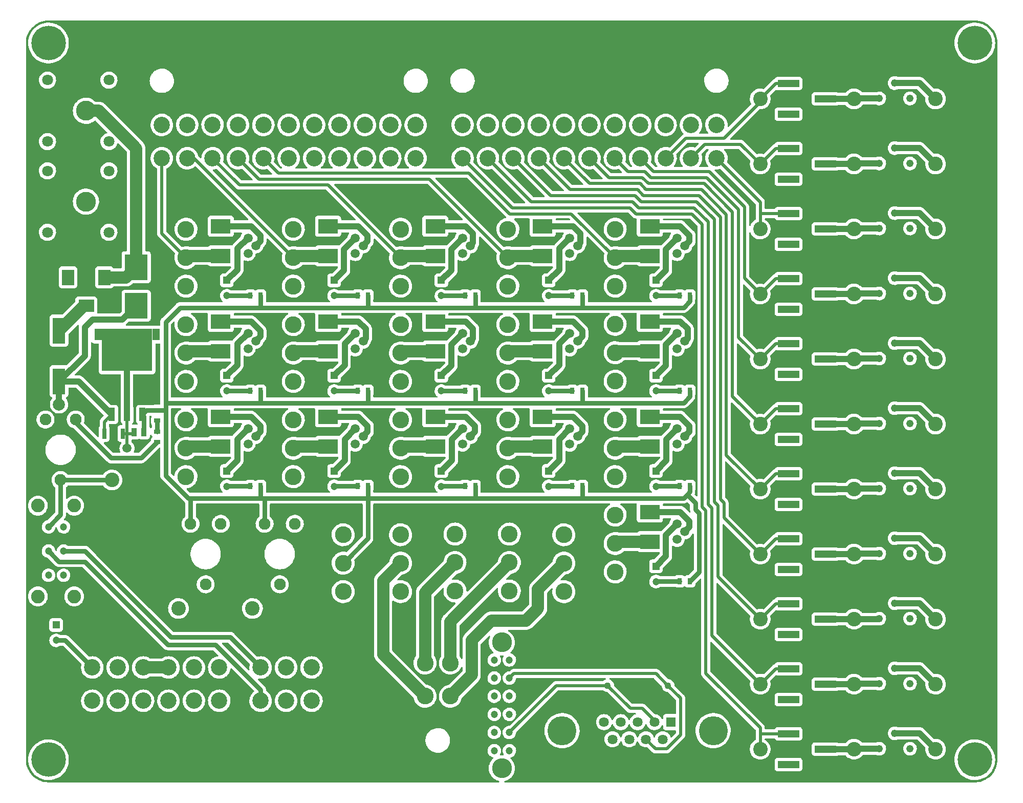
<source format=gbr>
%TF.GenerationSoftware,KiCad,Pcbnew,(6.0.1)*%
%TF.CreationDate,2024-03-16T16:01:56+01:00*%
%TF.ProjectId,mock_up_pcb,6d6f636b-5f75-4705-9f70-63622e6b6963,rev?*%
%TF.SameCoordinates,Original*%
%TF.FileFunction,Copper,L1,Top*%
%TF.FilePolarity,Positive*%
%FSLAX46Y46*%
G04 Gerber Fmt 4.6, Leading zero omitted, Abs format (unit mm)*
G04 Created by KiCad (PCBNEW (6.0.1)) date 2024-03-16 16:01:56*
%MOMM*%
%LPD*%
G01*
G04 APERTURE LIST*
%TA.AperFunction,ComponentPad*%
%ADD10C,1.500000*%
%TD*%
%TA.AperFunction,ComponentPad*%
%ADD11C,1.240000*%
%TD*%
%TA.AperFunction,ComponentPad*%
%ADD12R,1.200000X1.200000*%
%TD*%
%TA.AperFunction,ComponentPad*%
%ADD13C,1.200000*%
%TD*%
%TA.AperFunction,ComponentPad*%
%ADD14C,2.400000*%
%TD*%
%TA.AperFunction,ComponentPad*%
%ADD15C,5.700000*%
%TD*%
%TA.AperFunction,SMDPad,CuDef*%
%ADD16R,3.300000X2.450000*%
%TD*%
%TA.AperFunction,SMDPad,CuDef*%
%ADD17R,0.800000X1.000000*%
%TD*%
%TA.AperFunction,ComponentPad*%
%ADD18C,1.800000*%
%TD*%
%TA.AperFunction,ComponentPad*%
%ADD19C,3.300000*%
%TD*%
%TA.AperFunction,ComponentPad*%
%ADD20C,2.700000*%
%TD*%
%TA.AperFunction,ComponentPad*%
%ADD21C,2.775000*%
%TD*%
%TA.AperFunction,SMDPad,CuDef*%
%ADD22R,3.550000X1.190000*%
%TD*%
%TA.AperFunction,SMDPad,CuDef*%
%ADD23R,1.070000X2.160000*%
%TD*%
%TA.AperFunction,SMDPad,CuDef*%
%ADD24R,8.330000X7.000000*%
%TD*%
%TA.AperFunction,SMDPad,CuDef*%
%ADD25R,1.235000X1.910000*%
%TD*%
%TA.AperFunction,SMDPad,CuDef*%
%ADD26R,0.960000X1.390000*%
%TD*%
%TA.AperFunction,SMDPad,CuDef*%
%ADD27R,3.810000X4.240000*%
%TD*%
%TA.AperFunction,ComponentPad*%
%ADD28C,1.950000*%
%TD*%
%TA.AperFunction,SMDPad,CuDef*%
%ADD29R,0.710000X1.780000*%
%TD*%
%TA.AperFunction,ComponentPad*%
%ADD30R,1.635000X1.635000*%
%TD*%
%TA.AperFunction,ComponentPad*%
%ADD31C,1.635000*%
%TD*%
%TA.AperFunction,ComponentPad*%
%ADD32C,4.800000*%
%TD*%
%TA.AperFunction,SMDPad,CuDef*%
%ADD33R,2.050000X4.300000*%
%TD*%
%TA.AperFunction,ComponentPad*%
%ADD34C,3.290000*%
%TD*%
%TA.AperFunction,ComponentPad*%
%ADD35C,2.250000*%
%TD*%
%TA.AperFunction,ComponentPad*%
%ADD36C,1.100000*%
%TD*%
%TA.AperFunction,SMDPad,CuDef*%
%ADD37R,1.000000X0.800000*%
%TD*%
%TA.AperFunction,ComponentPad*%
%ADD38R,2.000000X2.600000*%
%TD*%
%TA.AperFunction,ComponentPad*%
%ADD39R,2.600000X2.000000*%
%TD*%
%TA.AperFunction,ViaPad*%
%ADD40C,1.500000*%
%TD*%
%TA.AperFunction,ViaPad*%
%ADD41C,2.000000*%
%TD*%
%TA.AperFunction,Conductor*%
%ADD42C,2.000000*%
%TD*%
%TA.AperFunction,Conductor*%
%ADD43C,0.500000*%
%TD*%
%TA.AperFunction,Conductor*%
%ADD44C,1.000000*%
%TD*%
%TA.AperFunction,Conductor*%
%ADD45C,0.750000*%
%TD*%
G04 APERTURE END LIST*
D10*
%TO.P,Q13,1*%
%TO.N,Net-(LED14-Pad1)*%
X212250000Y-78750000D03*
%TO.P,Q13,2*%
%TO.N,Net-(Q13-Pad2)*%
X213550000Y-80020000D03*
%TO.P,Q13,3*%
%TO.N,GND*%
X212250000Y-81290000D03*
%TD*%
%TO.P,Q14,1*%
%TO.N,Net-(LED15-Pad1)*%
X265500000Y-94500000D03*
%TO.P,Q14,2*%
%TO.N,Net-(Q14-Pad2)*%
X266800000Y-95770000D03*
%TO.P,Q14,3*%
%TO.N,GND*%
X265500000Y-97040000D03*
%TD*%
%TO.P,Q7,1*%
%TO.N,Net-(LED8-Pad1)*%
X194500000Y-110250000D03*
%TO.P,Q7,2*%
%TO.N,Net-(Q7-Pad2)*%
X195800000Y-111520000D03*
%TO.P,Q7,3*%
%TO.N,GND*%
X194500000Y-112790000D03*
%TD*%
%TO.P,Q6,1*%
%TO.N,Net-(LED7-Pad1)*%
X230000000Y-94500000D03*
%TO.P,Q6,2*%
%TO.N,Net-(Q6-Pad2)*%
X231300000Y-95770000D03*
%TO.P,Q6,3*%
%TO.N,GND*%
X230000000Y-97040000D03*
%TD*%
%TO.P,Q16,1*%
%TO.N,Net-(LED17-Pad1)*%
X247750000Y-94500000D03*
%TO.P,Q16,2*%
%TO.N,Net-(Q16-Pad2)*%
X249050000Y-95770000D03*
%TO.P,Q16,3*%
%TO.N,GND*%
X247750000Y-97040000D03*
%TD*%
%TO.P,Q1,1*%
%TO.N,Net-(LED2-Pad1)*%
X230000000Y-78750000D03*
%TO.P,Q1,2*%
%TO.N,Net-(Q1-Pad2)*%
X231300000Y-80020000D03*
%TO.P,Q1,3*%
%TO.N,GND*%
X230000000Y-81290000D03*
%TD*%
%TO.P,Q15,1*%
%TO.N,Net-(LED16-Pad1)*%
X194500000Y-78750000D03*
%TO.P,Q15,2*%
%TO.N,Net-(Q15-Pad2)*%
X195800000Y-80020000D03*
%TO.P,Q15,3*%
%TO.N,GND*%
X194500000Y-81290000D03*
%TD*%
%TO.P,Q9,1*%
%TO.N,Net-(LED10-Pad1)*%
X230000000Y-110250000D03*
%TO.P,Q9,2*%
%TO.N,Net-(Q9-Pad2)*%
X231300000Y-111520000D03*
%TO.P,Q9,3*%
%TO.N,GND*%
X230000000Y-112790000D03*
%TD*%
%TO.P,Q4,1*%
%TO.N,Net-(LED5-Pad1)*%
X194500000Y-94500000D03*
%TO.P,Q4,2*%
%TO.N,Net-(Q4-Pad2)*%
X195800000Y-95770000D03*
%TO.P,Q4,3*%
%TO.N,GND*%
X194500000Y-97040000D03*
%TD*%
%TO.P,Q8,1*%
%TO.N,Net-(LED9-Pad1)*%
X212250000Y-110250000D03*
%TO.P,Q8,2*%
%TO.N,Net-(Q8-Pad2)*%
X213550000Y-111520000D03*
%TO.P,Q8,3*%
%TO.N,GND*%
X212250000Y-112790000D03*
%TD*%
%TO.P,Q12,1*%
%TO.N,Net-(LED13-Pad1)*%
X265500000Y-126000000D03*
%TO.P,Q12,2*%
%TO.N,Net-(Q12-Pad2)*%
X266800000Y-127270000D03*
%TO.P,Q12,3*%
%TO.N,GND*%
X265500000Y-128540000D03*
%TD*%
%TO.P,Q2,1*%
%TO.N,Net-(LED3-Pad1)*%
X247750000Y-78750000D03*
%TO.P,Q2,2*%
%TO.N,Net-(Q2-Pad2)*%
X249050000Y-80020000D03*
%TO.P,Q2,3*%
%TO.N,GND*%
X247750000Y-81290000D03*
%TD*%
%TO.P,Q5,1*%
%TO.N,Net-(LED6-Pad1)*%
X212250000Y-94500000D03*
%TO.P,Q5,2*%
%TO.N,Net-(Q5-Pad2)*%
X213550000Y-95770000D03*
%TO.P,Q5,3*%
%TO.N,GND*%
X212250000Y-97040000D03*
%TD*%
%TO.P,Q10,1*%
%TO.N,Net-(LED11-Pad1)*%
X247750000Y-110250000D03*
%TO.P,Q10,2*%
%TO.N,Net-(Q10-Pad2)*%
X249050000Y-111520000D03*
%TO.P,Q10,3*%
%TO.N,GND*%
X247750000Y-112790000D03*
%TD*%
%TO.P,Q3,1*%
%TO.N,Net-(LED4-Pad1)*%
X265500000Y-78750000D03*
%TO.P,Q3,2*%
%TO.N,Net-(Q3-Pad2)*%
X266800000Y-80020000D03*
%TO.P,Q3,3*%
%TO.N,GND*%
X265500000Y-81290000D03*
%TD*%
%TO.P,Q11,1*%
%TO.N,Net-(LED12-Pad1)*%
X265500000Y-110250000D03*
%TO.P,Q11,2*%
%TO.N,Net-(Q11-Pad2)*%
X266800000Y-111520000D03*
%TO.P,Q11,3*%
%TO.N,GND*%
X265500000Y-112790000D03*
%TD*%
D11*
%TO.P,VR19,1,CCW*%
%TO.N,Net-(TP19-Pad1)*%
X298945000Y-87925000D03*
%TO.P,VR19,2,WIPER*%
%TO.N,T-AUX-GND-8*%
X301485000Y-85385000D03*
%TO.P,VR19,3,CW*%
%TO.N,unconnected-(VR19-Pad3)*%
X304025000Y-87925000D03*
%TD*%
%TO.P,VR21,1,CCW*%
%TO.N,Net-(TP21-Pad1)*%
X298945000Y-66425000D03*
%TO.P,VR21,2,WIPER*%
%TO.N,T-AUX-GND-10*%
X301485000Y-63885000D03*
%TO.P,VR21,3,CW*%
%TO.N,unconnected-(VR21-Pad3)*%
X304025000Y-66425000D03*
%TD*%
%TO.P,VR15,1,CCW*%
%TO.N,Net-(TP15-Pad1)*%
X298945000Y-130925000D03*
%TO.P,VR15,2,WIPER*%
%TO.N,T-AUX-GND-4*%
X301485000Y-128385000D03*
%TO.P,VR15,3,CW*%
%TO.N,unconnected-(VR15-Pad3)*%
X304025000Y-130925000D03*
%TD*%
%TO.P,VR14,1,CCW*%
%TO.N,Net-(TP14-Pad1)*%
X298945000Y-141675000D03*
%TO.P,VR14,2,WIPER*%
%TO.N,T-AUX-GND-3*%
X301485000Y-139135000D03*
%TO.P,VR14,3,CW*%
%TO.N,unconnected-(VR14-Pad3)*%
X304025000Y-141675000D03*
%TD*%
%TO.P,VR17,1,CCW*%
%TO.N,Net-(TP17-Pad1)*%
X298945000Y-109425000D03*
%TO.P,VR17,2,WIPER*%
%TO.N,T-AUX-GND-6*%
X301485000Y-106885000D03*
%TO.P,VR17,3,CW*%
%TO.N,unconnected-(VR17-Pad3)*%
X304025000Y-109425000D03*
%TD*%
%TO.P,VR16,1,CCW*%
%TO.N,Net-(TP16-Pad1)*%
X298945000Y-120175000D03*
%TO.P,VR16,2,WIPER*%
%TO.N,T-AUX-GND-5*%
X301485000Y-117635000D03*
%TO.P,VR16,3,CW*%
%TO.N,unconnected-(VR16-Pad3)*%
X304025000Y-120175000D03*
%TD*%
%TO.P,VR20,1,CCW*%
%TO.N,Net-(TP20-Pad1)*%
X298945000Y-77175000D03*
%TO.P,VR20,2,WIPER*%
%TO.N,T-AUX-GND-9*%
X301485000Y-74635000D03*
%TO.P,VR20,3,CW*%
%TO.N,unconnected-(VR20-Pad3)*%
X304025000Y-77175000D03*
%TD*%
%TO.P,VR13,1,CCW*%
%TO.N,Net-(TP13-Pad1)*%
X298945000Y-152425000D03*
%TO.P,VR13,2,WIPER*%
%TO.N,T-AUX-GND-2*%
X301485000Y-149885000D03*
%TO.P,VR13,3,CW*%
%TO.N,unconnected-(VR13-Pad3)*%
X304025000Y-152425000D03*
%TD*%
%TO.P,VR22,1,CCW*%
%TO.N,Net-(TP22-Pad1)*%
X298945000Y-55675000D03*
%TO.P,VR22,2,WIPER*%
%TO.N,T-AUX-GND-11*%
X301485000Y-53135000D03*
%TO.P,VR22,3,CW*%
%TO.N,unconnected-(VR22-Pad3)*%
X304025000Y-55675000D03*
%TD*%
%TO.P,VR12,1,CCW*%
%TO.N,Net-(TP12-Pad1)*%
X298945000Y-163175000D03*
%TO.P,VR12,2,WIPER*%
%TO.N,T-AUX-GND-1*%
X301485000Y-160635000D03*
%TO.P,VR12,3,CW*%
%TO.N,unconnected-(VR12-Pad3)*%
X304025000Y-163175000D03*
%TD*%
%TO.P,VR18,1,CCW*%
%TO.N,Net-(TP18-Pad1)*%
X298945000Y-98675000D03*
%TO.P,VR18,2,WIPER*%
%TO.N,T-AUX-GND-7*%
X301485000Y-96135000D03*
%TO.P,VR18,3,CW*%
%TO.N,unconnected-(VR18-Pad3)*%
X304025000Y-98675000D03*
%TD*%
D12*
%TO.P,LED13,1*%
%TO.N,Net-(LED13-Pad1)*%
X262000000Y-133000000D03*
D13*
%TO.P,LED13,2*%
%TO.N,Net-(LED13-Pad2)*%
X262000000Y-135540000D03*
%TD*%
D14*
%TO.P,TP35,1*%
%TO.N,Net-(Hall_low1-PadS1)*%
X195250000Y-140000000D03*
%TD*%
%TO.P,TP1,1*%
%TO.N,T-AUX-1*%
X279250000Y-163250000D03*
%TD*%
D15*
%TO.P,REF\u002A\u002A,1*%
%TO.N,N/C*%
X161500000Y-46500000D03*
%TD*%
D16*
%TO.P,R14,1*%
%TO.N,GPIO8*%
X225500000Y-97450000D03*
%TO.P,R14,2*%
%TO.N,Net-(Q6-Pad2)*%
X225500000Y-92550000D03*
%TD*%
D17*
%TO.P,R9,1*%
%TO.N,Net-(LED4-Pad2)*%
X265900000Y-88250000D03*
%TO.P,R9,2*%
%TO.N,5V*%
X267600000Y-88250000D03*
%TD*%
D18*
%TO.P,J8,1,1*%
%TO.N,unconnected-(J8-Pad1)*%
X161340000Y-67646000D03*
%TO.P,J8,2,2*%
%TO.N,unconnected-(J8-Pad2)*%
X171500000Y-67646000D03*
%TO.P,J8,3,3*%
%TO.N,unconnected-(J8-Pad3)*%
X161340000Y-77806000D03*
%TO.P,J8,4,4*%
%TO.N,unconnected-(J8-Pad4)*%
X171500000Y-77806000D03*
D19*
%TO.P,J8,5,5*%
%TO.N,GND*%
X167700000Y-72726000D03*
%TD*%
D20*
%TO.P,J6,1*%
%TO.N,T-AUX-GND-3*%
X230000000Y-60050000D03*
%TO.P,J6,2*%
%TO.N,T-AUX-GND-2*%
X234200000Y-60050000D03*
%TO.P,J6,3*%
%TO.N,T-AUX-GND-1*%
X238400000Y-60050000D03*
%TO.P,J6,4*%
%TO.N,T-AUX-GND-11*%
X242600000Y-60050000D03*
%TO.P,J6,5*%
%TO.N,T-AUX-GND-10*%
X246800000Y-60050000D03*
%TO.P,J6,6*%
%TO.N,T-AUX-GND-9*%
X251000000Y-60050000D03*
%TO.P,J6,7*%
%TO.N,T-AUX-GND-8*%
X255200000Y-60050000D03*
%TO.P,J6,8*%
%TO.N,T-AUX-GND-7*%
X259400000Y-60050000D03*
%TO.P,J6,9*%
%TO.N,T-AUX-GND-4*%
X263600000Y-60050000D03*
%TO.P,J6,10*%
%TO.N,T-AUX-GND-5*%
X267800000Y-60050000D03*
%TO.P,J6,11*%
%TO.N,T-AUX-GND-6*%
X272000000Y-60050000D03*
%TO.P,J6,12*%
%TO.N,T-AUX-1*%
X230000000Y-65550000D03*
%TO.P,J6,13*%
%TO.N,T-AUX-2*%
X234200000Y-65550000D03*
%TO.P,J6,14*%
%TO.N,T-AUX-3*%
X238400000Y-65550000D03*
%TO.P,J6,15*%
%TO.N,T-AUX-4*%
X242600000Y-65550000D03*
%TO.P,J6,16*%
%TO.N,T-AUX-5*%
X246800000Y-65550000D03*
%TO.P,J6,17*%
%TO.N,T-AUX-6*%
X251000000Y-65550000D03*
%TO.P,J6,18*%
%TO.N,T-AUX-7*%
X255200000Y-65550000D03*
%TO.P,J6,19*%
%TO.N,T-AUX-8*%
X259400000Y-65550000D03*
%TO.P,J6,20*%
%TO.N,T-AUX-11*%
X263600000Y-65550000D03*
%TO.P,J6,21*%
%TO.N,T-AUX-10*%
X267800000Y-65550000D03*
%TO.P,J6,22*%
%TO.N,T-AUX-9*%
X272000000Y-65550000D03*
%TD*%
D17*
%TO.P,R7,1*%
%TO.N,Net-(LED3-Pad2)*%
X248150000Y-88250000D03*
%TO.P,R7,2*%
%TO.N,5V*%
X249850000Y-88250000D03*
%TD*%
%TO.P,R17,1*%
%TO.N,Net-(LED8-Pad2)*%
X194900000Y-119750000D03*
%TO.P,R17,2*%
%TO.N,5V*%
X196600000Y-119750000D03*
%TD*%
D21*
%TO.P,S14,1*%
%TO.N,GND*%
X255250000Y-133950000D03*
%TO.P,S14,2*%
%TO.N,GPIO16*%
X255250000Y-129250000D03*
%TO.P,S14,3*%
%TO.N,unconnected-(S14-Pad3)*%
X255250000Y-124550000D03*
%TD*%
D14*
%TO.P,TP3,1*%
%TO.N,T-AUX-3*%
X279250000Y-141750000D03*
%TD*%
D22*
%TO.P,VR3,1,CCW*%
%TO.N,T-AUX-3*%
X283925000Y-139210000D03*
%TO.P,VR3,2,WIPER*%
%TO.N,Net-(TP14-Pad1)*%
X290075000Y-141750000D03*
%TO.P,VR3,3,CW*%
%TO.N,unconnected-(VR3-Pad3)*%
X283925000Y-144290000D03*
%TD*%
D12*
%TO.P,LED7,1*%
%TO.N,Net-(LED7-Pad1)*%
X226500000Y-101500000D03*
D13*
%TO.P,LED7,2*%
%TO.N,Net-(LED7-Pad2)*%
X226500000Y-104040000D03*
%TD*%
D22*
%TO.P,VR5,1,CCW*%
%TO.N,T-AUX-5*%
X283925000Y-117710000D03*
%TO.P,VR5,2,WIPER*%
%TO.N,Net-(TP16-Pad1)*%
X290075000Y-120250000D03*
%TO.P,VR5,3,CW*%
%TO.N,unconnected-(VR5-Pad3)*%
X283925000Y-122790000D03*
%TD*%
D21*
%TO.P,S6,1*%
%TO.N,GND*%
X184250000Y-102450000D03*
%TO.P,S6,2*%
%TO.N,GPIO6*%
X184250000Y-97750000D03*
%TO.P,S6,3*%
%TO.N,unconnected-(S6-Pad3)*%
X184250000Y-93050000D03*
%TD*%
D12*
%TO.P,LED2,1*%
%TO.N,Net-(LED2-Pad1)*%
X226500000Y-85750000D03*
D13*
%TO.P,LED2,2*%
%TO.N,Net-(LED2-Pad2)*%
X226500000Y-88290000D03*
%TD*%
D14*
%TO.P,TP26,1*%
%TO.N,T-AUX-GND-4*%
X308250000Y-131000000D03*
%TD*%
D17*
%TO.P,R11,1*%
%TO.N,Net-(LED5-Pad2)*%
X194900000Y-104000000D03*
%TO.P,R11,2*%
%TO.N,5V*%
X196600000Y-104000000D03*
%TD*%
D14*
%TO.P,TP30,1*%
%TO.N,T-AUX-GND-8*%
X308250000Y-88000000D03*
%TD*%
D21*
%TO.P,S3,1*%
%TO.N,GND*%
X219750000Y-86700000D03*
%TO.P,S3,2*%
%TO.N,GPIO3*%
X219750000Y-82000000D03*
%TO.P,S3,3*%
%TO.N,unconnected-(S3-Pad3)*%
X219750000Y-77300000D03*
%TD*%
D17*
%TO.P,R21,1*%
%TO.N,Net-(LED10-Pad2)*%
X230400000Y-119750000D03*
%TO.P,R21,2*%
%TO.N,5V*%
X232100000Y-119750000D03*
%TD*%
D12*
%TO.P,LED11,1*%
%TO.N,Net-(LED11-Pad1)*%
X244250000Y-117250000D03*
D13*
%TO.P,LED11,2*%
%TO.N,Net-(LED11-Pad2)*%
X244250000Y-119790000D03*
%TD*%
D22*
%TO.P,VR6,1,CCW*%
%TO.N,T-AUX-6*%
X283925000Y-106960000D03*
%TO.P,VR6,2,WIPER*%
%TO.N,Net-(TP17-Pad1)*%
X290075000Y-109500000D03*
%TO.P,VR6,3,CW*%
%TO.N,unconnected-(VR6-Pad3)*%
X283925000Y-112040000D03*
%TD*%
D15*
%TO.P,REF\u002A\u002A,1*%
%TO.N,N/C*%
X314750000Y-165000000D03*
%TD*%
D14*
%TO.P,TP27,1*%
%TO.N,T-AUX-GND-5*%
X308250000Y-120250000D03*
%TD*%
D22*
%TO.P,VR4,1,CCW*%
%TO.N,T-AUX-4*%
X283925000Y-128460000D03*
%TO.P,VR4,2,WIPER*%
%TO.N,Net-(TP15-Pad1)*%
X290075000Y-131000000D03*
%TO.P,VR4,3,CW*%
%TO.N,unconnected-(VR4-Pad3)*%
X283925000Y-133540000D03*
%TD*%
D21*
%TO.P,S23,1*%
%TO.N,Net-(J4-Pad11)*%
X210250000Y-137200000D03*
%TO.P,S23,2*%
%TO.N,5V*%
X210250000Y-132500000D03*
%TO.P,S23,3*%
%TO.N,unconnected-(S23-Pad3)*%
X210250000Y-127800000D03*
%TD*%
D16*
%TO.P,R24,1*%
%TO.N,GPIO15*%
X261000000Y-113200000D03*
%TO.P,R24,2*%
%TO.N,Net-(Q11-Pad2)*%
X261000000Y-108300000D03*
%TD*%
D21*
%TO.P,S21,1*%
%TO.N,HV+ Load*%
X237750000Y-137100000D03*
%TO.P,S21,2*%
%TO.N,Net-(J1-Pad3)*%
X237750000Y-132400000D03*
%TO.P,S21,3*%
%TO.N,unconnected-(S21-Pad3)*%
X237750000Y-127700000D03*
%TD*%
%TO.P,S7,1*%
%TO.N,GND*%
X202000000Y-102450000D03*
%TO.P,S7,2*%
%TO.N,GPIO7*%
X202000000Y-97750000D03*
%TO.P,S7,3*%
%TO.N,unconnected-(S7-Pad3)*%
X202000000Y-93050000D03*
%TD*%
D14*
%TO.P,TP32,1*%
%TO.N,T-AUX-GND-10*%
X308250000Y-66500000D03*
%TD*%
D23*
%TO.P,IC1,1,INPUT*%
%TO.N,6V-35V Power*%
X171960000Y-107920000D03*
%TO.P,IC1,2,GND_1*%
%TO.N,GND*%
X174500000Y-107920000D03*
%TO.P,IC1,3,OUTPUT*%
%TO.N,5V*%
X177040000Y-107920000D03*
D24*
%TO.P,IC1,4,GND_2*%
%TO.N,GND*%
X174500000Y-97250000D03*
D25*
%TO.P,IC1,5*%
%TO.N,N/C*%
X179282500Y-94705000D03*
%TO.P,IC1,6*%
X169717500Y-94705000D03*
%TD*%
D21*
%TO.P,S11,1*%
%TO.N,GND*%
X219750000Y-118200000D03*
%TO.P,S11,2*%
%TO.N,GPIO13*%
X219750000Y-113500000D03*
%TO.P,S11,3*%
%TO.N,unconnected-(S11-Pad3)*%
X219750000Y-108800000D03*
%TD*%
D14*
%TO.P,TP33,1*%
%TO.N,T-AUX-GND-11*%
X308250000Y-55750000D03*
%TD*%
D20*
%TO.P,J5,1*%
%TO.N,GPIO16*%
X180250000Y-60050000D03*
%TO.P,J5,2*%
%TO.N,GPIO11*%
X184450000Y-60050000D03*
%TO.P,J5,3*%
%TO.N,GPIO12*%
X188650000Y-60050000D03*
%TO.P,J5,4*%
%TO.N,GPIO13*%
X192850000Y-60050000D03*
%TO.P,J5,5*%
%TO.N,GPIO14*%
X197050000Y-60050000D03*
%TO.P,J5,6*%
%TO.N,GPIO15*%
X201250000Y-60050000D03*
%TO.P,J5,7*%
%TO.N,GPIO9*%
X205450000Y-60050000D03*
%TO.P,J5,8*%
%TO.N,GPIO10*%
X209650000Y-60050000D03*
%TO.P,J5,9*%
%TO.N,iCAN HI*%
X213850000Y-60050000D03*
%TO.P,J5,10*%
%TO.N,sCAN LO*%
X218050000Y-60050000D03*
%TO.P,J5,11*%
%TO.N,iCAN LO*%
X222250000Y-60050000D03*
%TO.P,J5,12*%
%TO.N,GPIO1*%
X180250000Y-65550000D03*
%TO.P,J5,13*%
%TO.N,GPIO2*%
X184450000Y-65550000D03*
%TO.P,J5,14*%
%TO.N,GPIO3*%
X188650000Y-65550000D03*
%TO.P,J5,15*%
%TO.N,GPIO4*%
X192850000Y-65550000D03*
%TO.P,J5,16*%
%TO.N,GPIO5*%
X197050000Y-65550000D03*
%TO.P,J5,17*%
%TO.N,GPIO6*%
X201250000Y-65550000D03*
%TO.P,J5,18*%
%TO.N,GPIO7*%
X205450000Y-65550000D03*
%TO.P,J5,19*%
%TO.N,GPIO8*%
X209650000Y-65550000D03*
%TO.P,J5,20*%
%TO.N,unconnected-(J5-Pad20)*%
X213850000Y-65550000D03*
%TO.P,J5,21*%
%TO.N,iCAN GND*%
X218050000Y-65550000D03*
%TO.P,J5,22*%
%TO.N,sCAN HI*%
X222250000Y-65550000D03*
%TD*%
D14*
%TO.P,TP18,1*%
%TO.N,Net-(TP18-Pad1)*%
X294750000Y-98750000D03*
%TD*%
D21*
%TO.P,S13,1*%
%TO.N,GND*%
X255250000Y-118200000D03*
%TO.P,S13,2*%
%TO.N,GPIO15*%
X255250000Y-113500000D03*
%TO.P,S13,3*%
%TO.N,unconnected-(S13-Pad3)*%
X255250000Y-108800000D03*
%TD*%
D22*
%TO.P,VR10,1,CCW*%
%TO.N,T-AUX-10*%
X283925000Y-63960000D03*
%TO.P,VR10,2,WIPER*%
%TO.N,Net-(TP21-Pad1)*%
X290075000Y-66500000D03*
%TO.P,VR10,3,CW*%
%TO.N,unconnected-(VR10-Pad3)*%
X283925000Y-69040000D03*
%TD*%
D16*
%TO.P,R8,1*%
%TO.N,GPIO5*%
X261000000Y-81700000D03*
%TO.P,R8,2*%
%TO.N,Net-(Q3-Pad2)*%
X261000000Y-76800000D03*
%TD*%
D14*
%TO.P,TP10,1*%
%TO.N,T-AUX-10*%
X279250000Y-66500000D03*
%TD*%
D26*
%TO.P,C2,1*%
%TO.N,5V*%
X177310000Y-110831000D03*
%TO.P,C2,2*%
%TO.N,GND*%
X175690000Y-110831000D03*
%TD*%
D14*
%TO.P,TP23,1*%
%TO.N,T-AUX-GND-1*%
X308250000Y-163250000D03*
%TD*%
D21*
%TO.P,S4,1*%
%TO.N,GND*%
X237500000Y-86700000D03*
%TO.P,S4,2*%
%TO.N,GPIO4*%
X237500000Y-82000000D03*
%TO.P,S4,3*%
%TO.N,unconnected-(S4-Pad3)*%
X237500000Y-77300000D03*
%TD*%
D17*
%TO.P,R27,1*%
%TO.N,Net-(LED13-Pad2)*%
X265900000Y-135500000D03*
%TO.P,R27,2*%
%TO.N,5V*%
X267600000Y-135500000D03*
%TD*%
%TO.P,R35,1*%
%TO.N,Net-(LED17-Pad2)*%
X248150000Y-104000000D03*
%TO.P,R35,2*%
%TO.N,5V*%
X249850000Y-104000000D03*
%TD*%
D14*
%TO.P,TP24,1*%
%TO.N,T-AUX-GND-2*%
X308250000Y-152500000D03*
%TD*%
D27*
%TO.P,F1,1*%
%TO.N,Net-(F1-Pad1)*%
X176000000Y-83565000D03*
%TO.P,F1,2*%
%TO.N,6V-35V Power*%
X176000000Y-89935000D03*
%TD*%
D14*
%TO.P,TP21,1*%
%TO.N,Net-(TP21-Pad1)*%
X294750000Y-66500000D03*
%TD*%
%TO.P,TP31,1*%
%TO.N,T-AUX-GND-9*%
X308250000Y-77250000D03*
%TD*%
%TO.P,TP9,1*%
%TO.N,T-AUX-9*%
X279250000Y-77250000D03*
%TD*%
D12*
%TO.P,LED6,1*%
%TO.N,Net-(LED6-Pad1)*%
X208750000Y-101500000D03*
D13*
%TO.P,LED6,2*%
%TO.N,Net-(LED6-Pad2)*%
X208750000Y-104040000D03*
%TD*%
D16*
%TO.P,R16,1*%
%TO.N,GPIO11*%
X190000000Y-113200000D03*
%TO.P,R16,2*%
%TO.N,Net-(Q7-Pad2)*%
X190000000Y-108300000D03*
%TD*%
D14*
%TO.P,TP20,1*%
%TO.N,Net-(TP20-Pad1)*%
X294750000Y-77250000D03*
%TD*%
%TO.P,TP28,1*%
%TO.N,T-AUX-GND-6*%
X308250000Y-109500000D03*
%TD*%
%TO.P,TP15,1*%
%TO.N,Net-(TP15-Pad1)*%
X294750000Y-131000000D03*
%TD*%
D21*
%TO.P,S8,1*%
%TO.N,GND*%
X219750000Y-102450000D03*
%TO.P,S8,2*%
%TO.N,GPIO8*%
X219750000Y-97750000D03*
%TO.P,S8,3*%
%TO.N,unconnected-(S8-Pad3)*%
X219750000Y-93050000D03*
%TD*%
D17*
%TO.P,R4,1*%
%TO.N,Net-(LED2-Pad2)*%
X230400000Y-88250000D03*
%TO.P,R4,2*%
%TO.N,5V*%
X232100000Y-88250000D03*
%TD*%
D12*
%TO.P,LED3,1*%
%TO.N,Net-(LED3-Pad1)*%
X244250000Y-85750000D03*
D13*
%TO.P,LED3,2*%
%TO.N,Net-(LED3-Pad2)*%
X244250000Y-88290000D03*
%TD*%
D14*
%TO.P,TP11,1*%
%TO.N,T-AUX-11*%
X279250000Y-55750000D03*
%TD*%
D17*
%TO.P,R13,1*%
%TO.N,Net-(LED6-Pad2)*%
X212650000Y-104000000D03*
%TO.P,R13,2*%
%TO.N,5V*%
X214350000Y-104000000D03*
%TD*%
D16*
%TO.P,R32,1*%
%TO.N,GPIO1*%
X190000000Y-81700000D03*
%TO.P,R32,2*%
%TO.N,Net-(Q15-Pad2)*%
X190000000Y-76800000D03*
%TD*%
%TO.P,R12,1*%
%TO.N,GPIO7*%
X207750000Y-97450000D03*
%TO.P,R12,2*%
%TO.N,Net-(Q5-Pad2)*%
X207750000Y-92550000D03*
%TD*%
%TO.P,R3,1*%
%TO.N,GPIO3*%
X225500000Y-81700000D03*
%TO.P,R3,2*%
%TO.N,Net-(Q1-Pad2)*%
X225500000Y-76800000D03*
%TD*%
D28*
%TO.P,Shunt_Ctrl1,A1,CCW*%
%TO.N,Net-(R2-Pad2)*%
X166000000Y-108750000D03*
%TO.P,Shunt_Ctrl1,E1,CW*%
%TO.N,GND*%
X161000000Y-108750000D03*
%TO.P,Shunt_Ctrl1,S1,WIPER*%
%TO.N,Net-(S2-Pad3)*%
X163500000Y-118750000D03*
%TD*%
D12*
%TO.P,LED14,1*%
%TO.N,Net-(LED14-Pad1)*%
X208750000Y-85750000D03*
D13*
%TO.P,LED14,2*%
%TO.N,Net-(LED14-Pad2)*%
X208750000Y-88290000D03*
%TD*%
D21*
%TO.P,S12,1*%
%TO.N,GND*%
X237500000Y-118200000D03*
%TO.P,S12,2*%
%TO.N,GPIO14*%
X237500000Y-113500000D03*
%TO.P,S12,3*%
%TO.N,unconnected-(S12-Pad3)*%
X237500000Y-108800000D03*
%TD*%
D17*
%TO.P,R25,1*%
%TO.N,Net-(LED12-Pad2)*%
X265900000Y-119750000D03*
%TO.P,R25,2*%
%TO.N,5V*%
X267600000Y-119750000D03*
%TD*%
D21*
%TO.P,S5,1*%
%TO.N,GND*%
X255250000Y-86700000D03*
%TO.P,S5,2*%
%TO.N,GPIO5*%
X255250000Y-82000000D03*
%TO.P,S5,3*%
%TO.N,unconnected-(S5-Pad3)*%
X255250000Y-77300000D03*
%TD*%
D14*
%TO.P,TP29,1*%
%TO.N,T-AUX-GND-7*%
X308250000Y-98750000D03*
%TD*%
D22*
%TO.P,VR2,1,CCW*%
%TO.N,T-AUX-2*%
X283925000Y-149960000D03*
%TO.P,VR2,2,WIPER*%
%TO.N,Net-(TP13-Pad1)*%
X290075000Y-152500000D03*
%TO.P,VR2,3,CW*%
%TO.N,unconnected-(VR2-Pad3)*%
X283925000Y-155040000D03*
%TD*%
D14*
%TO.P,TP8,1*%
%TO.N,T-AUX-8*%
X279250000Y-88000000D03*
%TD*%
D15*
%TO.P,REF\u002A\u002A,1*%
%TO.N,N/C*%
X161500000Y-165000000D03*
%TD*%
D12*
%TO.P,LED4,1*%
%TO.N,Net-(LED4-Pad1)*%
X262000000Y-85750000D03*
D13*
%TO.P,LED4,2*%
%TO.N,Net-(LED4-Pad2)*%
X262000000Y-88290000D03*
%TD*%
D14*
%TO.P,TP22,1*%
%TO.N,Net-(TP22-Pad1)*%
X294750000Y-55750000D03*
%TD*%
D21*
%TO.P,S18,1*%
%TO.N,GND*%
X237500000Y-102450000D03*
%TO.P,S18,2*%
%TO.N,GPIO9*%
X237500000Y-97750000D03*
%TO.P,S18,3*%
%TO.N,unconnected-(S18-Pad3)*%
X237500000Y-93050000D03*
%TD*%
D12*
%TO.P,LED5,1*%
%TO.N,Net-(LED5-Pad1)*%
X191000000Y-101500000D03*
D13*
%TO.P,LED5,2*%
%TO.N,Net-(LED5-Pad2)*%
X191000000Y-104040000D03*
%TD*%
D16*
%TO.P,R28,1*%
%TO.N,GPIO2*%
X207750000Y-81700000D03*
%TO.P,R28,2*%
%TO.N,Net-(Q13-Pad2)*%
X207750000Y-76800000D03*
%TD*%
%TO.P,R5,1*%
%TO.N,GPIO4*%
X243250000Y-81700000D03*
%TO.P,R5,2*%
%TO.N,Net-(Q2-Pad2)*%
X243250000Y-76800000D03*
%TD*%
%TO.P,R18,1*%
%TO.N,GPIO12*%
X207750000Y-113200000D03*
%TO.P,R18,2*%
%TO.N,Net-(Q8-Pad2)*%
X207750000Y-108300000D03*
%TD*%
D29*
%TO.P,C1,1*%
%TO.N,6V-35V Power*%
X170710000Y-111081000D03*
%TO.P,C1,2*%
%TO.N,GND*%
X173790000Y-111081000D03*
%TD*%
D21*
%TO.P,S17,1*%
%TO.N,GND*%
X184250000Y-86700000D03*
%TO.P,S17,2*%
%TO.N,GPIO1*%
X184250000Y-82000000D03*
%TO.P,S17,3*%
%TO.N,unconnected-(S17-Pad3)*%
X184250000Y-77300000D03*
%TD*%
D16*
%TO.P,R34,1*%
%TO.N,GPIO9*%
X243250000Y-97450000D03*
%TO.P,R34,2*%
%TO.N,Net-(Q16-Pad2)*%
X243250000Y-92550000D03*
%TD*%
D20*
%TO.P,J3,1,1*%
%TO.N,HV+ Charger*%
X205000000Y-155250000D03*
%TO.P,J3,2,2*%
%TO.N,HV-*%
X200800000Y-155250000D03*
%TO.P,J3,3,3*%
%TO.N,SH-*%
X196600000Y-155250000D03*
%TO.P,J3,4,4*%
%TO.N,HV+ Load*%
X205000000Y-149750000D03*
%TO.P,J3,5,5*%
%TO.N,HV+*%
X200800000Y-149750000D03*
%TO.P,J3,6,6*%
%TO.N,SH+*%
X196600000Y-149750000D03*
%TD*%
D15*
%TO.P,REF\u002A\u002A,1*%
%TO.N,N/C*%
X314750000Y-46500000D03*
%TD*%
D14*
%TO.P,TP5,1*%
%TO.N,T-AUX-5*%
X279250000Y-120250000D03*
%TD*%
%TO.P,TP7,1*%
%TO.N,T-AUX-7*%
X279250000Y-98750000D03*
%TD*%
%TO.P,TP34,1*%
%TO.N,Net-(S2-Pad3)*%
X172000000Y-118750000D03*
%TD*%
D30*
%TO.P,J2,1,1*%
%TO.N,unconnected-(J2-Pad1)*%
X264500000Y-158780000D03*
D31*
%TO.P,J2,2,2*%
%TO.N,Net-(J2-Pad2)*%
X261730000Y-158780000D03*
%TO.P,J2,3,3*%
%TO.N,Net-(J2-Pad3)*%
X258960000Y-158780000D03*
%TO.P,J2,4,4*%
%TO.N,unconnected-(J2-Pad4)*%
X256190000Y-158780000D03*
%TO.P,J2,5,5*%
%TO.N,unconnected-(J2-Pad5)*%
X253420000Y-158780000D03*
%TO.P,J2,6,6*%
%TO.N,Net-(J2-Pad3)*%
X263115000Y-161620000D03*
%TO.P,J2,7,7*%
%TO.N,Net-(J2-Pad7)*%
X260345000Y-161620000D03*
%TO.P,J2,8,8*%
%TO.N,unconnected-(J2-Pad8)*%
X257575000Y-161620000D03*
%TO.P,J2,9,9*%
%TO.N,unconnected-(J2-Pad9)*%
X254805000Y-161620000D03*
D32*
%TO.P,J2,MH1,MH1*%
%TO.N,unconnected-(J2-PadMH1)*%
X271460000Y-160200000D03*
%TO.P,J2,MH2,MH2*%
%TO.N,unconnected-(J2-PadMH2)*%
X246460000Y-160200000D03*
%TD*%
D12*
%TO.P,LED1,1*%
%TO.N,GND*%
X162750000Y-142730000D03*
D13*
%TO.P,LED1,2*%
%TO.N,/HVIL OUT*%
X162750000Y-145270000D03*
%TD*%
D21*
%TO.P,S19,1*%
%TO.N,HV+*%
X219750000Y-137200000D03*
%TO.P,S19,2*%
%TO.N,Net-(J1-Pad2)*%
X219750000Y-132500000D03*
%TO.P,S19,3*%
%TO.N,unconnected-(S19-Pad3)*%
X219750000Y-127800000D03*
%TD*%
D16*
%TO.P,R20,1*%
%TO.N,GPIO13*%
X225500000Y-113200000D03*
%TO.P,R20,2*%
%TO.N,Net-(Q9-Pad2)*%
X225500000Y-108300000D03*
%TD*%
D33*
%TO.P,C3,1*%
%TO.N,6V-35V Power*%
X163250000Y-102450000D03*
%TO.P,C3,2*%
%TO.N,GND*%
X163250000Y-94050000D03*
%TD*%
D21*
%TO.P,J1,1,1*%
%TO.N,Net-(J1-Pad1)*%
X228000000Y-154500000D03*
%TO.P,J1,2,2*%
%TO.N,Net-(J1-Pad2)*%
X223800000Y-154500000D03*
%TO.P,J1,3,3*%
%TO.N,Net-(J1-Pad3)*%
X228000000Y-149000000D03*
%TO.P,J1,4,4*%
%TO.N,Net-(J1-Pad4)*%
X223800000Y-149000000D03*
%TD*%
%TO.P,S15,1*%
%TO.N,GND*%
X202000000Y-86700000D03*
%TO.P,S15,2*%
%TO.N,GPIO2*%
X202000000Y-82000000D03*
%TO.P,S15,3*%
%TO.N,unconnected-(S15-Pad3)*%
X202000000Y-77300000D03*
%TD*%
D12*
%TO.P,LED12,1*%
%TO.N,Net-(LED12-Pad1)*%
X262000000Y-117250000D03*
D13*
%TO.P,LED12,2*%
%TO.N,Net-(LED12-Pad2)*%
X262000000Y-119790000D03*
%TD*%
D18*
%TO.P,J7,1,1*%
%TO.N,unconnected-(J7-Pad1)*%
X161340000Y-52646000D03*
%TO.P,J7,2,2*%
%TO.N,unconnected-(J7-Pad2)*%
X171500000Y-52646000D03*
%TO.P,J7,3,3*%
%TO.N,unconnected-(J7-Pad3)*%
X161340000Y-62806000D03*
%TO.P,J7,4,4*%
%TO.N,unconnected-(J7-Pad4)*%
X171500000Y-62806000D03*
D19*
%TO.P,J7,5,5*%
%TO.N,Net-(F1-Pad1)*%
X167700000Y-57726000D03*
%TD*%
D17*
%TO.P,R23,1*%
%TO.N,Net-(LED11-Pad2)*%
X248150000Y-119750000D03*
%TO.P,R23,2*%
%TO.N,5V*%
X249850000Y-119750000D03*
%TD*%
D22*
%TO.P,VR8,1,CCW*%
%TO.N,T-AUX-8*%
X283925000Y-85460000D03*
%TO.P,VR8,2,WIPER*%
%TO.N,Net-(TP19-Pad1)*%
X290075000Y-88000000D03*
%TO.P,VR8,3,CW*%
%TO.N,unconnected-(VR8-Pad3)*%
X283925000Y-90540000D03*
%TD*%
D13*
%TO.P,S1,1,NC_1*%
%TO.N,sCAN HI*%
X237750000Y-148500000D03*
%TO.P,S1,2,COM_1*%
%TO.N,Net-(J2-Pad7)*%
X237750000Y-151500000D03*
%TO.P,S1,3,NO_1*%
%TO.N,iCAN HI*%
X237750000Y-154500000D03*
%TO.P,S1,4,NC_2*%
%TO.N,sCAN LO*%
X237750000Y-157500000D03*
%TO.P,S1,5,COM_2*%
%TO.N,Net-(J2-Pad2)*%
X237750000Y-160500000D03*
%TO.P,S1,6,NO_2*%
%TO.N,iCAN LO*%
X237750000Y-163500000D03*
%TO.P,S1,7,NC_3*%
%TO.N,GND*%
X235250000Y-148500000D03*
%TO.P,S1,8,COM_3*%
%TO.N,Net-(J2-Pad3)*%
X235250000Y-151500000D03*
%TO.P,S1,9,NO_3*%
%TO.N,iCAN GND*%
X235250000Y-154500000D03*
%TO.P,S1,10,NC_4*%
%TO.N,unconnected-(S1-Pad10)*%
X235250000Y-157500000D03*
%TO.P,S1,11,COM_4*%
%TO.N,unconnected-(S1-Pad11)*%
X235250000Y-160500000D03*
%TO.P,S1,12,NO_4*%
%TO.N,unconnected-(S1-Pad12)*%
X235250000Y-163500000D03*
D34*
%TO.P,S1,MH1,MH1*%
%TO.N,unconnected-(S1-PadMH1)*%
X236500000Y-145600000D03*
%TO.P,S1,MH2,MH2*%
%TO.N,unconnected-(S1-PadMH2)*%
X236500000Y-166400000D03*
%TD*%
D17*
%TO.P,R19,1*%
%TO.N,Net-(LED9-Pad2)*%
X212650000Y-119750000D03*
%TO.P,R19,2*%
%TO.N,5V*%
X214350000Y-119750000D03*
%TD*%
%TO.P,R15,1*%
%TO.N,Net-(LED7-Pad2)*%
X230400000Y-104000000D03*
%TO.P,R15,2*%
%TO.N,5V*%
X232100000Y-104000000D03*
%TD*%
D14*
%TO.P,TP12,1*%
%TO.N,Net-(TP12-Pad1)*%
X294750000Y-163250000D03*
%TD*%
D17*
%TO.P,R29,1*%
%TO.N,Net-(LED14-Pad2)*%
X212650000Y-88250000D03*
%TO.P,R29,2*%
%TO.N,5V*%
X214350000Y-88250000D03*
%TD*%
D20*
%TO.P,J4,1*%
%TO.N,GND*%
X189750000Y-155250000D03*
%TO.P,J4,2*%
X185550000Y-155250000D03*
%TO.P,J4,3*%
%TO.N,Net-(Hall_low1-PadS1)*%
X181350000Y-155250000D03*
%TO.P,J4,4*%
%TO.N,Net-(Hall_high1-PadS1)*%
X177150000Y-155250000D03*
%TO.P,J4,5*%
%TO.N,5V*%
X172950000Y-155250000D03*
%TO.P,J4,6*%
X168750000Y-155250000D03*
%TO.P,J4,7*%
%TO.N,GND*%
X189750000Y-149750000D03*
%TO.P,J4,8*%
X185550000Y-149750000D03*
%TO.P,J4,9*%
%TO.N,6V-35V Power*%
X181350000Y-149750000D03*
%TO.P,J4,10*%
X177150000Y-149750000D03*
%TO.P,J4,11*%
%TO.N,Net-(J4-Pad11)*%
X172950000Y-149750000D03*
%TO.P,J4,12*%
%TO.N,/HVIL OUT*%
X168750000Y-149750000D03*
%TD*%
D21*
%TO.P,S9,1*%
%TO.N,GND*%
X184250000Y-118200000D03*
%TO.P,S9,2*%
%TO.N,GPIO11*%
X184250000Y-113500000D03*
%TO.P,S9,3*%
%TO.N,unconnected-(S9-Pad3)*%
X184250000Y-108800000D03*
%TD*%
D14*
%TO.P,TP2,1*%
%TO.N,T-AUX-2*%
X279250000Y-152500000D03*
%TD*%
D12*
%TO.P,LED9,1*%
%TO.N,Net-(LED9-Pad1)*%
X208750000Y-117250000D03*
D13*
%TO.P,LED9,2*%
%TO.N,Net-(LED9-Pad2)*%
X208750000Y-119790000D03*
%TD*%
D12*
%TO.P,LED16,1*%
%TO.N,Net-(LED16-Pad1)*%
X191000000Y-85750000D03*
D13*
%TO.P,LED16,2*%
%TO.N,Net-(LED16-Pad2)*%
X191000000Y-88290000D03*
%TD*%
%TO.P,S2,1,NO_1*%
%TO.N,GND*%
X161500000Y-134500000D03*
%TO.P,S2,2,COM_1*%
%TO.N,SH-*%
X161500000Y-130500000D03*
%TO.P,S2,3,NC_1*%
%TO.N,Net-(S2-Pad3)*%
X161500000Y-126500000D03*
%TO.P,S2,4,NO_2*%
X164000000Y-134500000D03*
%TO.P,S2,5,COM_2*%
%TO.N,SH+*%
X164000000Y-130500000D03*
%TO.P,S2,6,NC_2*%
%TO.N,GND*%
X164000000Y-126500000D03*
D35*
%TO.P,S2,MH1,MH1*%
%TO.N,unconnected-(S2-PadMH1)*%
X159750000Y-138000000D03*
%TO.P,S2,MH2,MH2*%
%TO.N,unconnected-(S2-PadMH2)*%
X159750000Y-123000000D03*
%TO.P,S2,MH3,MH3*%
%TO.N,unconnected-(S2-PadMH3)*%
X165750000Y-138000000D03*
%TO.P,S2,MH4,MH4*%
%TO.N,unconnected-(S2-PadMH4)*%
X165750000Y-123000000D03*
%TD*%
D36*
%TO.P,R6,1*%
%TO.N,Net-(J2-Pad7)*%
X264000000Y-152750000D03*
%TO.P,R6,2*%
%TO.N,Net-(J2-Pad2)*%
X254000000Y-152750000D03*
%TD*%
D16*
%TO.P,R30,1*%
%TO.N,GPIO10*%
X261000000Y-97450000D03*
%TO.P,R30,2*%
%TO.N,Net-(Q14-Pad2)*%
X261000000Y-92550000D03*
%TD*%
D22*
%TO.P,VR11,1,CCW*%
%TO.N,T-AUX-11*%
X283925000Y-53210000D03*
%TO.P,VR11,2,WIPER*%
%TO.N,Net-(TP22-Pad1)*%
X290075000Y-55750000D03*
%TO.P,VR11,3,CW*%
%TO.N,unconnected-(VR11-Pad3)*%
X283925000Y-58290000D03*
%TD*%
D21*
%TO.P,S16,1*%
%TO.N,GND*%
X255250000Y-102410000D03*
%TO.P,S16,2*%
%TO.N,GPIO10*%
X255250000Y-97710000D03*
%TO.P,S16,3*%
%TO.N,unconnected-(S16-Pad3)*%
X255250000Y-93010000D03*
%TD*%
D28*
%TO.P,Hall_high1,A1,CCW*%
%TO.N,GND*%
X190000000Y-126000000D03*
%TO.P,Hall_high1,E1,CW*%
%TO.N,5V*%
X185000000Y-126000000D03*
%TO.P,Hall_high1,S1,WIPER*%
%TO.N,Net-(Hall_high1-PadS1)*%
X187500000Y-136000000D03*
%TD*%
D16*
%TO.P,R10,1*%
%TO.N,GPIO6*%
X190000000Y-97450000D03*
%TO.P,R10,2*%
%TO.N,Net-(Q4-Pad2)*%
X190000000Y-92550000D03*
%TD*%
D12*
%TO.P,LED15,1*%
%TO.N,Net-(LED15-Pad1)*%
X262000000Y-101500000D03*
D13*
%TO.P,LED15,2*%
%TO.N,Net-(LED15-Pad2)*%
X262000000Y-104040000D03*
%TD*%
D14*
%TO.P,TP25,1*%
%TO.N,T-AUX-GND-3*%
X308250000Y-141750000D03*
%TD*%
D16*
%TO.P,R22,1*%
%TO.N,GPIO14*%
X243250000Y-113200000D03*
%TO.P,R22,2*%
%TO.N,Net-(Q10-Pad2)*%
X243250000Y-108300000D03*
%TD*%
D21*
%TO.P,S22,1*%
%TO.N,HV+ Charger*%
X246760383Y-137201670D03*
%TO.P,S22,2*%
%TO.N,Net-(J1-Pad1)*%
X246760383Y-132501670D03*
%TO.P,S22,3*%
%TO.N,unconnected-(S22-Pad3)*%
X246760383Y-127801670D03*
%TD*%
D12*
%TO.P,LED10,1*%
%TO.N,Net-(LED10-Pad1)*%
X226500000Y-117250000D03*
D13*
%TO.P,LED10,2*%
%TO.N,Net-(LED10-Pad2)*%
X226500000Y-119790000D03*
%TD*%
D12*
%TO.P,LED8,1*%
%TO.N,Net-(LED8-Pad1)*%
X191000000Y-117250000D03*
D13*
%TO.P,LED8,2*%
%TO.N,Net-(LED8-Pad2)*%
X191000000Y-119790000D03*
%TD*%
D21*
%TO.P,S10,1*%
%TO.N,GND*%
X202000000Y-118200000D03*
%TO.P,S10,2*%
%TO.N,GPIO12*%
X202000000Y-113500000D03*
%TO.P,S10,3*%
%TO.N,unconnected-(S10-Pad3)*%
X202000000Y-108800000D03*
%TD*%
D22*
%TO.P,VR1,1,CCW*%
%TO.N,T-AUX-1*%
X283925000Y-160710000D03*
%TO.P,VR1,2,WIPER*%
%TO.N,Net-(TP12-Pad1)*%
X290075000Y-163250000D03*
%TO.P,VR1,3,CW*%
%TO.N,unconnected-(VR1-Pad3)*%
X283925000Y-165790000D03*
%TD*%
D14*
%TO.P,TP13,1*%
%TO.N,Net-(TP13-Pad1)*%
X294750000Y-152500000D03*
%TD*%
D16*
%TO.P,R26,1*%
%TO.N,GPIO16*%
X261000000Y-128950000D03*
%TO.P,R26,2*%
%TO.N,Net-(Q12-Pad2)*%
X261000000Y-124050000D03*
%TD*%
D28*
%TO.P,Hall_low1,A1,CCW*%
%TO.N,GND*%
X202250000Y-126000000D03*
%TO.P,Hall_low1,E1,CW*%
%TO.N,5V*%
X197250000Y-126000000D03*
%TO.P,Hall_low1,S1,WIPER*%
%TO.N,Net-(Hall_low1-PadS1)*%
X199750000Y-136000000D03*
%TD*%
D14*
%TO.P,TP19,1*%
%TO.N,Net-(TP19-Pad1)*%
X294750000Y-88000000D03*
%TD*%
D22*
%TO.P,VR9,1,CCW*%
%TO.N,T-AUX-9*%
X283925000Y-74710000D03*
%TO.P,VR9,2,WIPER*%
%TO.N,Net-(TP20-Pad1)*%
X290075000Y-77250000D03*
%TO.P,VR9,3,CW*%
%TO.N,unconnected-(VR9-Pad3)*%
X283925000Y-79790000D03*
%TD*%
%TO.P,VR7,1,CCW*%
%TO.N,T-AUX-7*%
X283925000Y-96210000D03*
%TO.P,VR7,2,WIPER*%
%TO.N,Net-(TP18-Pad1)*%
X290075000Y-98750000D03*
%TO.P,VR7,3,CW*%
%TO.N,unconnected-(VR7-Pad3)*%
X283925000Y-101290000D03*
%TD*%
D14*
%TO.P,TP4,1*%
%TO.N,T-AUX-4*%
X279250000Y-131000000D03*
%TD*%
D37*
%TO.P,R1,1*%
%TO.N,5V*%
X179500000Y-107231000D03*
%TO.P,R1,2*%
%TO.N,Net-(R1-Pad2)*%
X179500000Y-108931000D03*
%TD*%
D17*
%TO.P,R31,1*%
%TO.N,Net-(LED15-Pad2)*%
X265900000Y-104000000D03*
%TO.P,R31,2*%
%TO.N,5V*%
X267600000Y-104000000D03*
%TD*%
D14*
%TO.P,TP17,1*%
%TO.N,Net-(TP17-Pad1)*%
X294750000Y-109500000D03*
%TD*%
%TO.P,TP14,1*%
%TO.N,Net-(TP14-Pad1)*%
X294750000Y-141750000D03*
%TD*%
D37*
%TO.P,R2,1*%
%TO.N,Net-(R1-Pad2)*%
X179500000Y-110731000D03*
%TO.P,R2,2*%
%TO.N,Net-(R2-Pad2)*%
X179500000Y-112431000D03*
%TD*%
D21*
%TO.P,S20,1*%
%TO.N,HV-*%
X228750000Y-137100000D03*
%TO.P,S20,2*%
%TO.N,Net-(J1-Pad4)*%
X228750000Y-132400000D03*
%TO.P,S20,3*%
%TO.N,unconnected-(S20-Pad3)*%
X228750000Y-127700000D03*
%TD*%
D38*
%TO.P,J10,1*%
%TO.N,Net-(F1-Pad1)*%
X170750000Y-85250000D03*
%TO.P,J10,2*%
%TO.N,GND*%
X164750000Y-85250000D03*
D39*
%TO.P,J10,3*%
X167750000Y-89950000D03*
%TD*%
D14*
%TO.P,TP6,1*%
%TO.N,T-AUX-6*%
X279250000Y-109500000D03*
%TD*%
%TO.P,TP36,1*%
%TO.N,Net-(Hall_high1-PadS1)*%
X183000000Y-140000000D03*
%TD*%
%TO.P,TP16,1*%
%TO.N,Net-(TP16-Pad1)*%
X294750000Y-120250000D03*
%TD*%
D17*
%TO.P,R33,1*%
%TO.N,Net-(LED16-Pad2)*%
X194900000Y-88250000D03*
%TO.P,R33,2*%
%TO.N,5V*%
X196600000Y-88250000D03*
%TD*%
D12*
%TO.P,LED17,1*%
%TO.N,Net-(LED17-Pad1)*%
X244250000Y-101500000D03*
D13*
%TO.P,LED17,2*%
%TO.N,Net-(LED17-Pad2)*%
X244250000Y-104040000D03*
%TD*%
D40*
%TO.N,GND*%
X174500000Y-113500000D03*
D41*
%TO.N,6V-35V Power*%
X163250000Y-106250000D03*
%TD*%
D42*
%TO.N,GND*%
X167350000Y-89950000D02*
X163250000Y-94050000D01*
D43*
X174500000Y-113500000D02*
X174500000Y-111000000D01*
X173790000Y-111081000D02*
X174419000Y-111081000D01*
X175440000Y-111081000D02*
X175690000Y-110831000D01*
D42*
X167750000Y-89950000D02*
X167350000Y-89950000D01*
D43*
X174500000Y-111000000D02*
X174419000Y-111081000D01*
X174500000Y-107920000D02*
X174500000Y-111000000D01*
D44*
X174500000Y-107920000D02*
X174500000Y-97250000D01*
D43*
X174419000Y-111081000D02*
X175440000Y-111081000D01*
D44*
%TO.N,6V-35V Power*%
X163250000Y-102450000D02*
X163250000Y-106250000D01*
D43*
X170710000Y-109170000D02*
X171960000Y-107920000D01*
D44*
X168774511Y-92250000D02*
X167500000Y-93524511D01*
X176000000Y-89935000D02*
X173685000Y-92250000D01*
X173685000Y-92250000D02*
X168774511Y-92250000D01*
X163250000Y-102450000D02*
X166490000Y-102450000D01*
X167500000Y-93524511D02*
X167500000Y-98200000D01*
X167500000Y-98200000D02*
X163250000Y-102450000D01*
X166490000Y-102450000D02*
X171960000Y-107920000D01*
D42*
X177150000Y-149750000D02*
X181350000Y-149750000D01*
D43*
X170710000Y-111081000D02*
X170710000Y-109170000D01*
D45*
%TO.N,/HVIL OUT*%
X162750000Y-145270000D02*
X164270000Y-145270000D01*
X164270000Y-145270000D02*
X168750000Y-149750000D01*
%TO.N,5V*%
X249850000Y-121650000D02*
X249750000Y-121750000D01*
X196600000Y-90150000D02*
X196500000Y-90250000D01*
X177729000Y-107231000D02*
X179500000Y-107231000D01*
X189500000Y-121750000D02*
X185000000Y-121750000D01*
X267600000Y-119750000D02*
X267600000Y-120699022D01*
X196500000Y-90250000D02*
X214250000Y-90250000D01*
X267600000Y-120699022D02*
X267149511Y-121149511D01*
X177310000Y-108190000D02*
X177310000Y-110831000D01*
X214250000Y-90250000D02*
X232000000Y-90250000D01*
X232100000Y-121650000D02*
X232000000Y-121750000D01*
X179500000Y-107231000D02*
X180731000Y-107231000D01*
X249850000Y-119750000D02*
X249850000Y-121650000D01*
X249850000Y-105850000D02*
X250000000Y-106000000D01*
X249850000Y-90150000D02*
X249750000Y-90250000D01*
X214350000Y-90150000D02*
X214250000Y-90250000D01*
X196600000Y-104000000D02*
X196600000Y-105900000D01*
X214350000Y-119750000D02*
X214350000Y-121650000D01*
X196600000Y-119750000D02*
X196600000Y-121650000D01*
X180874511Y-105874511D02*
X180874511Y-92625489D01*
X268529332Y-123645245D02*
X268529332Y-122529332D01*
X269126440Y-124242354D02*
X268529332Y-123645245D01*
X232250000Y-106000000D02*
X214500000Y-106000000D01*
X232100000Y-90150000D02*
X232000000Y-90250000D01*
X266549022Y-106000000D02*
X250000000Y-106000000D01*
X196600000Y-88250000D02*
X196600000Y-90150000D01*
X267600000Y-89199022D02*
X267600000Y-88250000D01*
X180874511Y-107374511D02*
X180874511Y-105874511D01*
X183250000Y-90250000D02*
X196500000Y-90250000D01*
X184601032Y-121750000D02*
X180874511Y-118023479D01*
X249750000Y-90250000D02*
X266549022Y-90250000D01*
X232100000Y-119750000D02*
X232100000Y-121650000D01*
X232100000Y-104000000D02*
X232100000Y-105850000D01*
X185000000Y-121750000D02*
X184601032Y-121750000D01*
X269126440Y-133973560D02*
X269126440Y-124242354D01*
X266549022Y-90250000D02*
X267600000Y-89199022D01*
X196600000Y-121650000D02*
X196500000Y-121750000D01*
X266549022Y-121750000D02*
X249750000Y-121750000D01*
X177040000Y-107920000D02*
X177310000Y-108190000D01*
X232000000Y-90250000D02*
X249750000Y-90250000D01*
X249850000Y-88250000D02*
X249850000Y-90150000D01*
X180731000Y-107231000D02*
X180874511Y-107374511D01*
X185000000Y-121750000D02*
X185000000Y-126000000D01*
X267600000Y-104000000D02*
X267600000Y-104949022D01*
X249750000Y-121750000D02*
X232000000Y-121750000D01*
X197250000Y-121750000D02*
X197250000Y-126000000D01*
X267600000Y-104949022D02*
X266549022Y-106000000D01*
X214350000Y-88250000D02*
X214350000Y-90150000D01*
X267149511Y-121149511D02*
X266549022Y-121750000D01*
X181000000Y-106000000D02*
X180874511Y-105874511D01*
X214500000Y-106000000D02*
X196500000Y-106000000D01*
X232000000Y-121750000D02*
X214250000Y-121750000D01*
X214350000Y-121650000D02*
X214250000Y-121750000D01*
X180874511Y-92625489D02*
X183250000Y-90250000D01*
X268529332Y-122529332D02*
X267149511Y-121149511D01*
X214350000Y-104000000D02*
X214350000Y-105850000D01*
X249850000Y-104000000D02*
X249850000Y-105850000D01*
X214350000Y-128400000D02*
X214350000Y-121650000D01*
X210250000Y-132500000D02*
X214350000Y-128400000D01*
X214250000Y-121750000D02*
X197250000Y-121750000D01*
X180874511Y-118023479D02*
X180874511Y-107374511D01*
X232100000Y-88250000D02*
X232100000Y-90150000D01*
X196500000Y-106000000D02*
X181000000Y-106000000D01*
X232100000Y-105850000D02*
X232250000Y-106000000D01*
X197250000Y-121750000D02*
X196500000Y-121750000D01*
X250000000Y-106000000D02*
X232250000Y-106000000D01*
X196500000Y-121750000D02*
X189500000Y-121750000D01*
X177040000Y-107920000D02*
X177729000Y-107231000D01*
X196600000Y-105900000D02*
X196500000Y-106000000D01*
X214350000Y-105850000D02*
X214500000Y-106000000D01*
X267600000Y-135500000D02*
X269126440Y-133973560D01*
D42*
%TO.N,GPIO3*%
X225500000Y-81700000D02*
X220050000Y-81700000D01*
D43*
X193099040Y-69999040D02*
X207749040Y-69999040D01*
X207749040Y-69999040D02*
X219750000Y-82000000D01*
X188650000Y-65550000D02*
X193099040Y-69999040D01*
D42*
X220050000Y-81700000D02*
X219750000Y-82000000D01*
%TO.N,Net-(F1-Pad1)*%
X170750000Y-85250000D02*
X174315000Y-85250000D01*
X174315000Y-85250000D02*
X176000000Y-83565000D01*
X176000000Y-83565000D02*
X176000000Y-63912578D01*
X169813422Y-57726000D02*
X167700000Y-57726000D01*
X176000000Y-63912578D02*
X169813422Y-57726000D01*
%TO.N,GPIO4*%
X237800000Y-81700000D02*
X237500000Y-82000000D01*
D43*
X196299520Y-68999520D02*
X224499520Y-68999520D01*
X192850000Y-65550000D02*
X196299520Y-68999520D01*
D42*
X243250000Y-81700000D02*
X237800000Y-81700000D01*
D43*
X224499520Y-68999520D02*
X237500000Y-82000000D01*
%TO.N,GPIO5*%
X231036466Y-68000000D02*
X199500000Y-68000000D01*
X199500000Y-68000000D02*
X197050000Y-65550000D01*
D42*
X261000000Y-81700000D02*
X255550000Y-81700000D01*
X255550000Y-81700000D02*
X255250000Y-82000000D01*
D43*
X247996640Y-74746640D02*
X237783105Y-74746639D01*
X237783105Y-74746639D02*
X231036466Y-68000000D01*
X255250000Y-82000000D02*
X247996640Y-74746640D01*
D42*
%TO.N,GPIO6*%
X184550000Y-97450000D02*
X184250000Y-97750000D01*
X190000000Y-97450000D02*
X184550000Y-97450000D01*
%TO.N,GPIO7*%
X207750000Y-97450000D02*
X202300000Y-97450000D01*
X202300000Y-97450000D02*
X202000000Y-97750000D01*
%TO.N,GPIO8*%
X220050000Y-97450000D02*
X219750000Y-97750000D01*
X225500000Y-97450000D02*
X220050000Y-97450000D01*
%TO.N,GPIO11*%
X190000000Y-113200000D02*
X184550000Y-113200000D01*
X184550000Y-113200000D02*
X184250000Y-113500000D01*
%TO.N,GPIO12*%
X202300000Y-113200000D02*
X202000000Y-113500000D01*
X207750000Y-113200000D02*
X202300000Y-113200000D01*
%TO.N,GPIO13*%
X225500000Y-113200000D02*
X220050000Y-113200000D01*
X220050000Y-113200000D02*
X219750000Y-113500000D01*
%TO.N,GPIO14*%
X237800000Y-113200000D02*
X237500000Y-113500000D01*
X243250000Y-113200000D02*
X237800000Y-113200000D01*
%TO.N,GPIO15*%
X255550000Y-113200000D02*
X255250000Y-113500000D01*
X261000000Y-113200000D02*
X255550000Y-113200000D01*
%TO.N,GPIO16*%
X255250000Y-129250000D02*
X255550000Y-128950000D01*
X255550000Y-128950000D02*
X261000000Y-128950000D01*
D45*
%TO.N,SH+*%
X191600000Y-144750000D02*
X196600000Y-149750000D01*
X167500000Y-130500000D02*
X181750000Y-144750000D01*
X164000000Y-130500000D02*
X167500000Y-130500000D01*
X181750000Y-144750000D02*
X191600000Y-144750000D01*
%TO.N,SH-*%
X163250000Y-132250000D02*
X167500000Y-132250000D01*
X196600000Y-153454065D02*
X196600000Y-155250000D01*
X167500000Y-132250000D02*
X181250000Y-146000000D01*
X189145935Y-146000000D02*
X196600000Y-153454065D01*
X161500000Y-130500000D02*
X163250000Y-132250000D01*
X181250000Y-146000000D02*
X189145935Y-146000000D01*
D42*
%TO.N,Net-(J1-Pad1)*%
X242500000Y-140000000D02*
X240500000Y-142000000D01*
X234750000Y-142000000D02*
X231500000Y-145250000D01*
X231500000Y-151000000D02*
X228000000Y-154500000D01*
X231500000Y-145250000D02*
X231500000Y-151000000D01*
X242500000Y-136762053D02*
X242500000Y-140000000D01*
X240500000Y-142000000D02*
X234750000Y-142000000D01*
X246760383Y-132501670D02*
X242500000Y-136762053D01*
%TO.N,Net-(J1-Pad2)*%
X223800000Y-154500000D02*
X216862989Y-147562989D01*
X216862989Y-135387011D02*
X219750000Y-132500000D01*
X216862989Y-147562989D02*
X216862989Y-135387011D01*
%TO.N,Net-(J1-Pad3)*%
X228000000Y-149000000D02*
X228000000Y-142150000D01*
X228000000Y-142150000D02*
X237750000Y-132400000D01*
%TO.N,Net-(J1-Pad4)*%
X223800000Y-137350000D02*
X228750000Y-132400000D01*
X223800000Y-149000000D02*
X223800000Y-137350000D01*
%TO.N,GPIO9*%
X237800000Y-97450000D02*
X237500000Y-97750000D01*
X243250000Y-97450000D02*
X237800000Y-97450000D01*
%TO.N,GPIO1*%
X190000000Y-81700000D02*
X184550000Y-81700000D01*
X184550000Y-81700000D02*
X184250000Y-82000000D01*
D43*
X180250000Y-65550000D02*
X180250000Y-78000000D01*
X180250000Y-78000000D02*
X184250000Y-82000000D01*
D42*
%TO.N,GPIO10*%
X255510000Y-97450000D02*
X255250000Y-97710000D01*
X261000000Y-97450000D02*
X255510000Y-97450000D01*
D43*
%TO.N,GPIO2*%
X185550000Y-65550000D02*
X202000000Y-82000000D01*
D42*
X207750000Y-81700000D02*
X202300000Y-81700000D01*
D43*
X184450000Y-65550000D02*
X185550000Y-65550000D01*
D42*
X202300000Y-81700000D02*
X202000000Y-82000000D01*
D45*
%TO.N,Net-(R1-Pad2)*%
X179500000Y-110731000D02*
X179500000Y-108931000D01*
D44*
%TO.N,T-AUX-GND-1*%
X308250000Y-163250000D02*
X305635000Y-160635000D01*
X305635000Y-160635000D02*
X301485000Y-160635000D01*
D43*
%TO.N,T-AUX-1*%
X279290000Y-160710000D02*
X283925000Y-160710000D01*
X279250000Y-159750000D02*
X279250000Y-160750000D01*
X238197120Y-73747120D02*
X257702382Y-73747120D01*
X269653849Y-76497121D02*
X269653852Y-123179454D01*
X279250000Y-160750000D02*
X279290000Y-160710000D01*
X258704781Y-74749519D02*
X267906248Y-74749520D01*
X230000000Y-65550000D02*
X238197120Y-73747120D01*
X270250960Y-150750960D02*
X279250000Y-159750000D01*
X269653852Y-123179454D02*
X270250960Y-123776562D01*
X279250000Y-160750000D02*
X279250000Y-163250000D01*
X257702382Y-73747120D02*
X258704781Y-74749519D01*
X267906248Y-74749520D02*
X269653849Y-76497121D01*
X270250960Y-123776562D02*
X270250960Y-150750960D01*
D44*
%TO.N,T-AUX-GND-2*%
X308250000Y-152500000D02*
X305635000Y-149885000D01*
X305635000Y-149885000D02*
X301485000Y-149885000D01*
D43*
%TO.N,T-AUX-2*%
X281790000Y-149960000D02*
X283925000Y-149960000D01*
X234200000Y-65550000D02*
X241397600Y-72747600D01*
X270653369Y-76083107D02*
X270653371Y-122765439D01*
X268320262Y-73750000D02*
X270653369Y-76083107D01*
X241397600Y-72747600D02*
X258116396Y-72747600D01*
X259118796Y-73750000D02*
X268320262Y-73750000D01*
X270653371Y-122765439D02*
X271250480Y-123362548D01*
X271250480Y-144500480D02*
X279250000Y-152500000D01*
X271250480Y-123362548D02*
X271250480Y-144500480D01*
X279250000Y-152500000D02*
X281790000Y-149960000D01*
X258116396Y-72747600D02*
X259118796Y-73750000D01*
D44*
%TO.N,T-AUX-GND-3*%
X305635000Y-139135000D02*
X301485000Y-139135000D01*
X308250000Y-141750000D02*
X305635000Y-139135000D01*
D43*
%TO.N,T-AUX-3*%
X272250000Y-134750000D02*
X279250000Y-141750000D01*
X272250000Y-122948534D02*
X272250000Y-134750000D01*
X258530410Y-71748080D02*
X259529930Y-72747600D01*
X281790000Y-139210000D02*
X283925000Y-139210000D01*
X238400000Y-65550000D02*
X244598080Y-71748080D01*
X271652890Y-122351424D02*
X272250000Y-122948534D01*
X271652889Y-75669093D02*
X271652890Y-122351424D01*
X259529930Y-72747600D02*
X268731396Y-72747600D01*
X244598080Y-71748080D02*
X258530410Y-71748080D01*
X268731396Y-72747600D02*
X271652889Y-75669093D01*
X279250000Y-141750000D02*
X281790000Y-139210000D01*
D44*
%TO.N,T-AUX-GND-4*%
X305635000Y-128385000D02*
X301485000Y-128385000D01*
X308250000Y-131000000D02*
X305635000Y-128385000D01*
D43*
%TO.N,T-AUX-4*%
X242600000Y-65550000D02*
X247798560Y-70748560D01*
X259943944Y-71748080D02*
X269145410Y-71748080D01*
X279250000Y-131000000D02*
X281790000Y-128460000D01*
X273249520Y-122534520D02*
X273249520Y-124999520D01*
X247798560Y-70748560D02*
X258944424Y-70748560D01*
X269145410Y-71748080D02*
X272652409Y-75255079D01*
X258944424Y-70748560D02*
X259943944Y-71748080D01*
X272652409Y-121937409D02*
X273249520Y-122534520D01*
X273249520Y-124999520D02*
X279250000Y-131000000D01*
X272652409Y-75255079D02*
X272652409Y-121937409D01*
X281790000Y-128460000D02*
X283925000Y-128460000D01*
D44*
%TO.N,T-AUX-GND-5*%
X305635000Y-117635000D02*
X301485000Y-117635000D01*
X308250000Y-120250000D02*
X305635000Y-117635000D01*
D43*
%TO.N,T-AUX-5*%
X250999040Y-69749040D02*
X259358438Y-69749040D01*
X281790000Y-117710000D02*
X283925000Y-117710000D01*
X259358438Y-69749040D02*
X260357958Y-70748560D01*
X269559424Y-70748560D02*
X273651929Y-74841065D01*
X246800000Y-65550000D02*
X250999040Y-69749040D01*
X273651929Y-114651929D02*
X279250000Y-120250000D01*
X279250000Y-120250000D02*
X281790000Y-117710000D01*
X273651929Y-74841065D02*
X273651929Y-114651929D01*
X260357958Y-70748560D02*
X269559424Y-70748560D01*
D44*
%TO.N,T-AUX-GND-6*%
X308250000Y-109500000D02*
X305635000Y-106885000D01*
X305635000Y-106885000D02*
X301485000Y-106885000D01*
D43*
%TO.N,T-AUX-6*%
X274651449Y-104901449D02*
X279250000Y-109500000D01*
X279250000Y-109500000D02*
X281790000Y-106960000D01*
X254199520Y-68749520D02*
X259772452Y-68749520D01*
X251000000Y-65550000D02*
X254199520Y-68749520D01*
X260771972Y-69749040D02*
X269973438Y-69749040D01*
X274651449Y-74427051D02*
X274651449Y-104901449D01*
X259772452Y-68749520D02*
X260771972Y-69749040D01*
X281790000Y-106960000D02*
X283925000Y-106960000D01*
X269973438Y-69749040D02*
X274651449Y-74427051D01*
D44*
%TO.N,T-AUX-GND-7*%
X305635000Y-96135000D02*
X301485000Y-96135000D01*
X308250000Y-98750000D02*
X305635000Y-96135000D01*
D43*
%TO.N,T-AUX-7*%
X279250000Y-98750000D02*
X281790000Y-96210000D01*
X255200000Y-65550000D02*
X257400000Y-67750000D01*
X275650969Y-95150969D02*
X279250000Y-98750000D01*
X270387452Y-68749520D02*
X275650969Y-74013037D01*
X257400000Y-67750000D02*
X260186466Y-67750000D01*
X260186466Y-67750000D02*
X261185985Y-68749519D01*
X281790000Y-96210000D02*
X283925000Y-96210000D01*
X275650969Y-74013037D02*
X275650969Y-95150969D01*
X261185985Y-68749519D02*
X270387452Y-68749520D01*
D44*
%TO.N,T-AUX-GND-8*%
X305635000Y-85385000D02*
X301485000Y-85385000D01*
X308250000Y-88000000D02*
X305635000Y-85385000D01*
D43*
%TO.N,T-AUX-8*%
X279250000Y-88000000D02*
X281790000Y-85460000D01*
X276650489Y-73599023D02*
X276650489Y-85400489D01*
X281790000Y-85460000D02*
X283925000Y-85460000D01*
X276650489Y-85400489D02*
X279250000Y-88000000D01*
X261600000Y-67750000D02*
X270801466Y-67750000D01*
X270801466Y-67750000D02*
X276650489Y-73599023D01*
X259400000Y-65550000D02*
X261600000Y-67750000D01*
D44*
%TO.N,T-AUX-GND-9*%
X308250000Y-77250000D02*
X305635000Y-74635000D01*
X305635000Y-74635000D02*
X301485000Y-74635000D01*
D43*
%TO.N,T-AUX-9*%
X279250000Y-72800000D02*
X272000000Y-65550000D01*
X279250000Y-74750000D02*
X279250000Y-72800000D01*
X279290000Y-74710000D02*
X283925000Y-74710000D01*
X279250000Y-74750000D02*
X279290000Y-74710000D01*
X279250000Y-77250000D02*
X279250000Y-74750000D01*
D44*
%TO.N,T-AUX-GND-10*%
X308250000Y-66500000D02*
X305635000Y-63885000D01*
X305635000Y-63885000D02*
X301485000Y-63885000D01*
D43*
%TO.N,T-AUX-10*%
X281790000Y-63960000D02*
X283925000Y-63960000D01*
X270100480Y-63249520D02*
X275999520Y-63249520D01*
X279250000Y-66500000D02*
X281790000Y-63960000D01*
X267800000Y-65550000D02*
X270100480Y-63249520D01*
X275999520Y-63249520D02*
X279250000Y-66500000D01*
D44*
%TO.N,T-AUX-GND-11*%
X308250000Y-55750000D02*
X305635000Y-53135000D01*
X305635000Y-53135000D02*
X301485000Y-53135000D01*
D43*
%TO.N,T-AUX-11*%
X279250000Y-56250000D02*
X279250000Y-55750000D01*
X263600000Y-65550000D02*
X266900000Y-62250000D01*
X281790000Y-53210000D02*
X283925000Y-53210000D01*
X273250000Y-62250000D02*
X279250000Y-56250000D01*
X279250000Y-55750000D02*
X281790000Y-53210000D01*
X266900000Y-62250000D02*
X273250000Y-62250000D01*
D44*
%TO.N,Net-(LED2-Pad1)*%
X228149511Y-80600489D02*
X228149511Y-84100489D01*
X230000000Y-78750000D02*
X228149511Y-80600489D01*
X228149511Y-84100489D02*
X226500000Y-85750000D01*
D45*
%TO.N,Net-(LED2-Pad2)*%
X226540000Y-88250000D02*
X226500000Y-88290000D01*
X230400000Y-88250000D02*
X226540000Y-88250000D01*
D44*
%TO.N,Net-(LED3-Pad1)*%
X247750000Y-78750000D02*
X246000489Y-80499511D01*
X246000489Y-80499511D02*
X246000489Y-83999511D01*
X246000489Y-83999511D02*
X244250000Y-85750000D01*
D45*
%TO.N,Net-(LED3-Pad2)*%
X248150000Y-88250000D02*
X244290000Y-88250000D01*
X244290000Y-88250000D02*
X244250000Y-88290000D01*
D44*
%TO.N,Net-(LED4-Pad1)*%
X265500000Y-78750000D02*
X263649511Y-80600489D01*
X263649511Y-80600489D02*
X263649511Y-84100489D01*
X263649511Y-84100489D02*
X262000000Y-85750000D01*
D45*
%TO.N,Net-(LED4-Pad2)*%
X265900000Y-88250000D02*
X262040000Y-88250000D01*
X262040000Y-88250000D02*
X262000000Y-88290000D01*
D44*
%TO.N,Net-(LED5-Pad1)*%
X192750489Y-99749511D02*
X191000000Y-101500000D01*
X194500000Y-94500000D02*
X192750489Y-96249511D01*
X192750489Y-96249511D02*
X192750489Y-99749511D01*
D45*
%TO.N,Net-(LED5-Pad2)*%
X191040000Y-104000000D02*
X191000000Y-104040000D01*
X194900000Y-104000000D02*
X191040000Y-104000000D01*
D44*
%TO.N,Net-(LED6-Pad1)*%
X210500489Y-99749511D02*
X208750000Y-101500000D01*
X210500489Y-96249511D02*
X210500489Y-99749511D01*
X212250000Y-94500000D02*
X210500489Y-96249511D01*
D45*
%TO.N,Net-(LED6-Pad2)*%
X208790000Y-104000000D02*
X208750000Y-104040000D01*
X212650000Y-104000000D02*
X208790000Y-104000000D01*
D44*
%TO.N,Net-(LED7-Pad1)*%
X228149511Y-96350489D02*
X228149511Y-99850489D01*
X230000000Y-94500000D02*
X228149511Y-96350489D01*
X228149511Y-99850489D02*
X226500000Y-101500000D01*
D45*
%TO.N,Net-(LED7-Pad2)*%
X226540000Y-104000000D02*
X226500000Y-104040000D01*
X230400000Y-104000000D02*
X226540000Y-104000000D01*
D44*
%TO.N,Net-(LED8-Pad1)*%
X192750489Y-111999511D02*
X192750489Y-115499511D01*
X192750489Y-115499511D02*
X191000000Y-117250000D01*
X194500000Y-110250000D02*
X192750489Y-111999511D01*
D45*
%TO.N,Net-(LED8-Pad2)*%
X191040000Y-119750000D02*
X191000000Y-119790000D01*
X194900000Y-119750000D02*
X191040000Y-119750000D01*
D44*
%TO.N,Net-(LED9-Pad1)*%
X212250000Y-110250000D02*
X210500489Y-111999511D01*
X210500489Y-115499511D02*
X208750000Y-117250000D01*
X210500489Y-111999511D02*
X210500489Y-115499511D01*
D45*
%TO.N,Net-(LED9-Pad2)*%
X208790000Y-119750000D02*
X208750000Y-119790000D01*
X212650000Y-119750000D02*
X208790000Y-119750000D01*
D44*
%TO.N,Net-(LED10-Pad1)*%
X228250489Y-111999511D02*
X228250489Y-115499511D01*
X228250489Y-115499511D02*
X226500000Y-117250000D01*
X230000000Y-110250000D02*
X228250489Y-111999511D01*
D45*
%TO.N,Net-(LED10-Pad2)*%
X230400000Y-119750000D02*
X226540000Y-119750000D01*
X226540000Y-119750000D02*
X226500000Y-119790000D01*
D44*
%TO.N,Net-(LED11-Pad1)*%
X246000489Y-111999511D02*
X246000489Y-115499511D01*
X246000489Y-115499511D02*
X244250000Y-117250000D01*
X247750000Y-110250000D02*
X246000489Y-111999511D01*
D45*
%TO.N,Net-(LED11-Pad2)*%
X244290000Y-119750000D02*
X244250000Y-119790000D01*
X248150000Y-119750000D02*
X244290000Y-119750000D01*
D44*
%TO.N,Net-(LED12-Pad1)*%
X263750489Y-115499511D02*
X262000000Y-117250000D01*
X265500000Y-110250000D02*
X263750489Y-111999511D01*
X263750489Y-111999511D02*
X263750489Y-115499511D01*
D45*
%TO.N,Net-(LED12-Pad2)*%
X265900000Y-119750000D02*
X262040000Y-119750000D01*
X262040000Y-119750000D02*
X262000000Y-119790000D01*
D44*
%TO.N,Net-(LED13-Pad1)*%
X262000000Y-133000000D02*
X263649511Y-131350489D01*
X263649511Y-131350489D02*
X263649511Y-127850489D01*
X263649511Y-127850489D02*
X265500000Y-126000000D01*
D45*
%TO.N,Net-(LED13-Pad2)*%
X262040000Y-135500000D02*
X262000000Y-135540000D01*
X265900000Y-135500000D02*
X262040000Y-135500000D01*
D44*
%TO.N,Net-(Q1-Pad2)*%
X231749511Y-78025328D02*
X231749511Y-79570489D01*
X231749511Y-79570489D02*
X231300000Y-80020000D01*
X225500000Y-76800000D02*
X230524183Y-76800000D01*
X230524183Y-76800000D02*
X231749511Y-78025328D01*
%TO.N,Net-(Q2-Pad2)*%
X243250000Y-76800000D02*
X248274183Y-76800000D01*
X249499511Y-78025328D02*
X249499511Y-79570489D01*
X248274183Y-76800000D02*
X249499511Y-78025328D01*
X249499511Y-79570489D02*
X249050000Y-80020000D01*
%TO.N,Net-(Q3-Pad2)*%
X267550000Y-79270000D02*
X266800000Y-80020000D01*
X261000000Y-76800000D02*
X266024183Y-76800000D01*
X267550000Y-78325817D02*
X267550000Y-79270000D01*
X266024183Y-76800000D02*
X267550000Y-78325817D01*
%TO.N,Net-(Q4-Pad2)*%
X196550000Y-94075817D02*
X196550000Y-95020000D01*
X195024183Y-92550000D02*
X196550000Y-94075817D01*
X190000000Y-92550000D02*
X195024183Y-92550000D01*
X196550000Y-95020000D02*
X195800000Y-95770000D01*
%TO.N,Net-(Q5-Pad2)*%
X213999511Y-93775328D02*
X213999511Y-95320489D01*
X212774183Y-92550000D02*
X213999511Y-93775328D01*
X213999511Y-95320489D02*
X213550000Y-95770000D01*
X207750000Y-92550000D02*
X212774183Y-92550000D01*
%TO.N,Net-(Q6-Pad2)*%
X230524183Y-92550000D02*
X231749511Y-93775328D01*
X231749511Y-93775328D02*
X231749511Y-95320489D01*
X231749511Y-95320489D02*
X231300000Y-95770000D01*
X225500000Y-92550000D02*
X230524183Y-92550000D01*
%TO.N,Net-(Q7-Pad2)*%
X196550000Y-110770000D02*
X195800000Y-111520000D01*
X195024183Y-108300000D02*
X196550000Y-109825817D01*
X196550000Y-109825817D02*
X196550000Y-110770000D01*
X190000000Y-108300000D02*
X195024183Y-108300000D01*
%TO.N,Net-(Q8-Pad2)*%
X214300000Y-109825817D02*
X214300000Y-110770000D01*
X207750000Y-108300000D02*
X212774183Y-108300000D01*
X212774183Y-108300000D02*
X214300000Y-109825817D01*
X214300000Y-110770000D02*
X213550000Y-111520000D01*
%TO.N,Net-(Q9-Pad2)*%
X230524183Y-108300000D02*
X232050000Y-109825817D01*
X232050000Y-110770000D02*
X231300000Y-111520000D01*
X232050000Y-109825817D02*
X232050000Y-110770000D01*
X225500000Y-108300000D02*
X230524183Y-108300000D01*
%TO.N,Net-(Q10-Pad2)*%
X243250000Y-108300000D02*
X248274183Y-108300000D01*
X249800000Y-109825817D02*
X249800000Y-110770000D01*
X249800000Y-110770000D02*
X249050000Y-111520000D01*
X248274183Y-108300000D02*
X249800000Y-109825817D01*
%TO.N,Net-(Q11-Pad2)*%
X267550000Y-109825817D02*
X267550000Y-110770000D01*
X261000000Y-108300000D02*
X266024183Y-108300000D01*
X266024183Y-108300000D02*
X267550000Y-109825817D01*
X267550000Y-110770000D02*
X266800000Y-111520000D01*
%TO.N,Net-(Q12-Pad2)*%
X267550000Y-126520000D02*
X267550000Y-125575817D01*
X266024183Y-124050000D02*
X261000000Y-124050000D01*
X266800000Y-127270000D02*
X267550000Y-126520000D01*
X267550000Y-125575817D02*
X266024183Y-124050000D01*
D45*
%TO.N,Net-(S2-Pad3)*%
X163500000Y-118750000D02*
X172000000Y-118750000D01*
X161500000Y-126500000D02*
X163500000Y-124500000D01*
X163500000Y-124500000D02*
X163500000Y-118750000D01*
D44*
%TO.N,Net-(TP12-Pad1)*%
X294825000Y-163175000D02*
X294750000Y-163250000D01*
X298945000Y-163175000D02*
X294825000Y-163175000D01*
X290075000Y-163250000D02*
X294750000Y-163250000D01*
%TO.N,Net-(TP13-Pad1)*%
X294825000Y-152425000D02*
X294750000Y-152500000D01*
X290075000Y-152500000D02*
X294750000Y-152500000D01*
X298945000Y-152425000D02*
X294825000Y-152425000D01*
%TO.N,Net-(TP14-Pad1)*%
X294750000Y-141750000D02*
X290075000Y-141750000D01*
X298870000Y-141750000D02*
X298945000Y-141675000D01*
X294750000Y-141750000D02*
X298870000Y-141750000D01*
%TO.N,Net-(TP15-Pad1)*%
X294825000Y-130925000D02*
X294750000Y-131000000D01*
X298945000Y-130925000D02*
X294825000Y-130925000D01*
X294750000Y-131000000D02*
X290075000Y-131000000D01*
%TO.N,Net-(TP16-Pad1)*%
X294825000Y-120175000D02*
X294750000Y-120250000D01*
X290075000Y-120250000D02*
X294750000Y-120250000D01*
X298945000Y-120175000D02*
X294825000Y-120175000D01*
%TO.N,Net-(TP17-Pad1)*%
X294750000Y-109500000D02*
X290075000Y-109500000D01*
X294825000Y-109425000D02*
X294750000Y-109500000D01*
X298945000Y-109425000D02*
X294825000Y-109425000D01*
%TO.N,Net-(TP18-Pad1)*%
X298945000Y-98675000D02*
X294825000Y-98675000D01*
X290075000Y-98750000D02*
X294750000Y-98750000D01*
X294825000Y-98675000D02*
X294750000Y-98750000D01*
%TO.N,Net-(TP19-Pad1)*%
X294750000Y-88000000D02*
X290075000Y-88000000D01*
X298945000Y-87925000D02*
X294825000Y-87925000D01*
X294825000Y-87925000D02*
X294750000Y-88000000D01*
%TO.N,Net-(LED14-Pad1)*%
X210399511Y-84100489D02*
X208750000Y-85750000D01*
X212250000Y-78750000D02*
X210399511Y-80600489D01*
X210399511Y-80600489D02*
X210399511Y-84100489D01*
D45*
%TO.N,Net-(LED14-Pad2)*%
X208790000Y-88250000D02*
X208750000Y-88290000D01*
X212650000Y-88250000D02*
X208790000Y-88250000D01*
D44*
%TO.N,Net-(LED15-Pad1)*%
X263649511Y-96350489D02*
X263649511Y-99850489D01*
X265500000Y-94500000D02*
X263649511Y-96350489D01*
X263649511Y-99850489D02*
X262000000Y-101500000D01*
D45*
%TO.N,Net-(LED15-Pad2)*%
X265900000Y-104000000D02*
X262040000Y-104000000D01*
X262040000Y-104000000D02*
X262000000Y-104040000D01*
D44*
%TO.N,Net-(LED16-Pad1)*%
X194500000Y-78750000D02*
X192750489Y-80499511D01*
X192750489Y-80499511D02*
X192750489Y-83999511D01*
X192750489Y-83999511D02*
X191000000Y-85750000D01*
D45*
%TO.N,Net-(LED16-Pad2)*%
X194900000Y-88250000D02*
X191040000Y-88250000D01*
X191040000Y-88250000D02*
X191000000Y-88290000D01*
D44*
%TO.N,Net-(LED17-Pad1)*%
X247750000Y-94500000D02*
X246000489Y-96249511D01*
X246000489Y-96249511D02*
X246000489Y-99749511D01*
X246000489Y-99749511D02*
X244250000Y-101500000D01*
D45*
%TO.N,Net-(LED17-Pad2)*%
X248150000Y-104000000D02*
X244290000Y-104000000D01*
X244290000Y-104000000D02*
X244250000Y-104040000D01*
D44*
%TO.N,Net-(Q13-Pad2)*%
X214300000Y-79270000D02*
X213550000Y-80020000D01*
X212774183Y-76800000D02*
X214300000Y-78325817D01*
X207750000Y-76800000D02*
X212774183Y-76800000D01*
X214300000Y-78325817D02*
X214300000Y-79270000D01*
%TO.N,Net-(Q14-Pad2)*%
X267249511Y-93775328D02*
X267249511Y-95320489D01*
X266024183Y-92550000D02*
X267249511Y-93775328D01*
X261000000Y-92550000D02*
X266024183Y-92550000D01*
X267249511Y-95320489D02*
X266800000Y-95770000D01*
%TO.N,Net-(Q15-Pad2)*%
X196550000Y-78325817D02*
X195024183Y-76800000D01*
X195800000Y-80020000D02*
X196550000Y-79270000D01*
X195024183Y-76800000D02*
X190000000Y-76800000D01*
X196550000Y-79270000D02*
X196550000Y-78325817D01*
%TO.N,Net-(Q16-Pad2)*%
X249800000Y-94075817D02*
X249800000Y-95020000D01*
X243250000Y-92550000D02*
X248274183Y-92550000D01*
X248274183Y-92550000D02*
X249800000Y-94075817D01*
X249800000Y-95020000D02*
X249050000Y-95770000D01*
D45*
%TO.N,Net-(R2-Pad2)*%
X176806489Y-115124511D02*
X171874511Y-115124511D01*
X171874511Y-115124511D02*
X166000000Y-109250000D01*
X166000000Y-109250000D02*
X166000000Y-108750000D01*
X179500000Y-112431000D02*
X176806489Y-115124511D01*
D44*
%TO.N,Net-(TP20-Pad1)*%
X290075000Y-77250000D02*
X294750000Y-77250000D01*
X298945000Y-77175000D02*
X294825000Y-77175000D01*
X294825000Y-77175000D02*
X294750000Y-77250000D01*
%TO.N,Net-(TP21-Pad1)*%
X294825000Y-66425000D02*
X294750000Y-66500000D01*
X298945000Y-66425000D02*
X294825000Y-66425000D01*
X294750000Y-66500000D02*
X290075000Y-66500000D01*
%TO.N,Net-(TP22-Pad1)*%
X294825000Y-55675000D02*
X294750000Y-55750000D01*
X298945000Y-55675000D02*
X294825000Y-55675000D01*
X290075000Y-55750000D02*
X294750000Y-55750000D01*
D43*
%TO.N,Net-(J2-Pad2)*%
X259710000Y-156500000D02*
X257750000Y-156500000D01*
X261730000Y-158780000D02*
X261730000Y-158520000D01*
X257750000Y-156500000D02*
X254000000Y-152750000D01*
X261730000Y-158520000D02*
X259710000Y-156500000D01*
X254000000Y-152750000D02*
X245500000Y-152750000D01*
X245500000Y-152750000D02*
X237750000Y-160500000D01*
%TO.N,Net-(J2-Pad7)*%
X261912011Y-163187011D02*
X260345000Y-161620000D01*
X263764078Y-163187011D02*
X261912011Y-163187011D01*
X266067011Y-154817011D02*
X266067011Y-160884078D01*
X264000000Y-152750000D02*
X262000000Y-150750000D01*
X238500000Y-150750000D02*
X237750000Y-151500000D01*
X262000000Y-150750000D02*
X238500000Y-150750000D01*
X264000000Y-152750000D02*
X266067011Y-154817011D01*
X266067011Y-160884078D02*
X263764078Y-163187011D01*
%TD*%
%TA.AperFunction,NonConductor*%
G36*
X191249973Y-145653502D02*
G01*
X191270947Y-145670405D01*
X193025227Y-147424684D01*
X194767009Y-149166466D01*
X194801035Y-149228778D01*
X194800198Y-149285936D01*
X194764498Y-149429654D01*
X194737672Y-149691474D01*
X194737847Y-149695926D01*
X194745600Y-149893242D01*
X194748005Y-149954462D01*
X194764400Y-150044232D01*
X194756962Y-150114836D01*
X194712532Y-150170213D01*
X194645217Y-150192778D01*
X194576389Y-150175367D01*
X194551355Y-150155963D01*
X192461650Y-148066257D01*
X190243988Y-145848595D01*
X190209962Y-145786283D01*
X190215027Y-145715467D01*
X190257574Y-145658632D01*
X190324094Y-145633821D01*
X190333083Y-145633500D01*
X191181852Y-145633500D01*
X191249973Y-145653502D01*
G37*
%TD.AperFunction*%
%TA.AperFunction,NonConductor*%
G36*
X261701750Y-151528502D02*
G01*
X261722724Y-151545405D01*
X262906078Y-152728759D01*
X262940104Y-152791071D01*
X262942541Y-152807310D01*
X262949570Y-152891012D01*
X262953852Y-152942004D01*
X263011069Y-153141545D01*
X263013887Y-153147027D01*
X263013888Y-153147031D01*
X263080134Y-153275931D01*
X263105955Y-153326173D01*
X263234894Y-153488854D01*
X263239581Y-153492843D01*
X263239584Y-153492846D01*
X263369603Y-153603500D01*
X263392976Y-153623392D01*
X263574180Y-153724664D01*
X263771603Y-153788810D01*
X263848755Y-153798010D01*
X263949143Y-153809981D01*
X264014416Y-153837909D01*
X264023319Y-153846000D01*
X265271606Y-155094287D01*
X265305632Y-155156599D01*
X265308511Y-155183382D01*
X265308511Y-157328000D01*
X265288509Y-157396121D01*
X265234853Y-157442614D01*
X265182511Y-157454000D01*
X263634366Y-157454000D01*
X263572184Y-157460755D01*
X263435795Y-157511885D01*
X263319239Y-157599239D01*
X263231885Y-157715795D01*
X263180755Y-157852184D01*
X263174000Y-157914366D01*
X263174000Y-158170735D01*
X263153998Y-158238856D01*
X263100342Y-158285349D01*
X263030068Y-158295453D01*
X262965488Y-158265959D01*
X262933805Y-158223985D01*
X262885059Y-158119449D01*
X262885057Y-158119446D01*
X262882736Y-158114468D01*
X262749655Y-157924408D01*
X262585592Y-157760345D01*
X262581084Y-157757188D01*
X262581081Y-157757186D01*
X262454257Y-157668383D01*
X262395533Y-157627264D01*
X262390551Y-157624941D01*
X262390546Y-157624938D01*
X262190233Y-157531531D01*
X262190232Y-157531530D01*
X262185251Y-157529208D01*
X262179943Y-157527786D01*
X262179941Y-157527785D01*
X261966452Y-157470581D01*
X261966450Y-157470581D01*
X261961137Y-157469157D01*
X261777454Y-157453087D01*
X261711337Y-157427224D01*
X261699342Y-157416661D01*
X260293770Y-156011089D01*
X260281384Y-155996677D01*
X260272851Y-155985082D01*
X260272846Y-155985077D01*
X260268508Y-155979182D01*
X260262930Y-155974443D01*
X260262927Y-155974440D01*
X260228232Y-155944965D01*
X260220716Y-155938035D01*
X260215021Y-155932340D01*
X260208880Y-155927482D01*
X260192749Y-155914719D01*
X260189345Y-155911928D01*
X260139297Y-155869409D01*
X260139295Y-155869408D01*
X260133715Y-155864667D01*
X260127199Y-155861339D01*
X260122150Y-155857972D01*
X260117021Y-155854805D01*
X260111284Y-155850266D01*
X260045125Y-155819345D01*
X260041225Y-155817439D01*
X259976192Y-155784231D01*
X259969084Y-155782492D01*
X259963441Y-155780393D01*
X259957678Y-155778476D01*
X259951050Y-155775378D01*
X259879583Y-155760513D01*
X259875299Y-155759543D01*
X259804390Y-155742192D01*
X259798788Y-155741844D01*
X259798785Y-155741844D01*
X259793236Y-155741500D01*
X259793238Y-155741464D01*
X259789245Y-155741225D01*
X259785053Y-155740851D01*
X259777885Y-155739360D01*
X259711675Y-155741151D01*
X259700479Y-155741454D01*
X259697072Y-155741500D01*
X258116371Y-155741500D01*
X258048250Y-155721498D01*
X258027276Y-155704595D01*
X255094539Y-152771858D01*
X255060513Y-152709546D01*
X255058235Y-152695059D01*
X255043966Y-152549534D01*
X255043965Y-152549531D01*
X255043365Y-152543408D01*
X254983368Y-152344685D01*
X254957001Y-152295096D01*
X254888809Y-152166847D01*
X254888808Y-152166845D01*
X254885913Y-152161401D01*
X254804804Y-152061951D01*
X254758610Y-152005311D01*
X254758607Y-152005308D01*
X254754715Y-152000536D01*
X254748077Y-151995044D01*
X254599518Y-151872145D01*
X254599519Y-151872145D01*
X254594770Y-151868217D01*
X254589353Y-151865288D01*
X254589350Y-151865286D01*
X254417590Y-151772416D01*
X254417585Y-151772414D01*
X254412170Y-151769486D01*
X254364937Y-151754865D01*
X254305777Y-151715614D01*
X254277230Y-151650609D01*
X254288359Y-151580490D01*
X254335630Y-151527519D01*
X254402196Y-151508500D01*
X261633629Y-151508500D01*
X261701750Y-151528502D01*
G37*
%TD.AperFunction*%
%TA.AperFunction,NonConductor*%
G36*
X270677275Y-64028022D02*
G01*
X270723768Y-64081678D01*
X270733872Y-64151952D01*
X270704378Y-64216532D01*
X270696126Y-64225189D01*
X270621885Y-64296011D01*
X270458945Y-64502700D01*
X270430529Y-64551622D01*
X270328987Y-64726438D01*
X270328984Y-64726444D01*
X270326753Y-64730285D01*
X270325083Y-64734408D01*
X270254137Y-64909566D01*
X270227947Y-64974225D01*
X270226876Y-64978538D01*
X270226874Y-64978543D01*
X270205771Y-65063500D01*
X270164498Y-65229654D01*
X270137672Y-65491474D01*
X270138210Y-65505158D01*
X270144737Y-65671275D01*
X270148005Y-65754462D01*
X270148805Y-65758842D01*
X270192267Y-65996816D01*
X270195290Y-66013371D01*
X270196699Y-66017594D01*
X270276134Y-66255689D01*
X270278584Y-66263034D01*
X270286389Y-66278654D01*
X270389152Y-66484314D01*
X270396225Y-66498470D01*
X270545865Y-66714982D01*
X270605942Y-66779972D01*
X270637493Y-66843571D01*
X270629652Y-66914134D01*
X270584907Y-66969255D01*
X270513416Y-66991500D01*
X269286809Y-66991500D01*
X269218688Y-66971498D01*
X269172195Y-66917842D01*
X269162091Y-66847568D01*
X269190358Y-66784425D01*
X269250073Y-66713386D01*
X269307398Y-66645189D01*
X269325490Y-66616181D01*
X269444320Y-66425643D01*
X269446674Y-66421869D01*
X269455857Y-66401099D01*
X269551295Y-66185219D01*
X269553093Y-66181152D01*
X269624534Y-65927843D01*
X269639979Y-65812856D01*
X269659143Y-65670176D01*
X269659144Y-65670168D01*
X269659570Y-65666994D01*
X269663247Y-65550000D01*
X269644659Y-65287466D01*
X269633167Y-65234085D01*
X269590201Y-65034523D01*
X269589264Y-65030171D01*
X269584325Y-65016782D01*
X269564904Y-64964141D01*
X269564156Y-64962113D01*
X269559344Y-64891281D01*
X269593273Y-64829408D01*
X270377756Y-64044925D01*
X270440068Y-64010899D01*
X270466851Y-64008020D01*
X270609154Y-64008020D01*
X270677275Y-64028022D01*
G37*
%TD.AperFunction*%
%TA.AperFunction,NonConductor*%
G36*
X269032750Y-63028502D02*
G01*
X269079243Y-63082158D01*
X269089347Y-63152432D01*
X269059853Y-63217012D01*
X269053724Y-63223595D01*
X268521499Y-63755820D01*
X268459187Y-63789846D01*
X268386943Y-63784238D01*
X268352024Y-63770729D01*
X268352023Y-63770729D01*
X268347870Y-63769122D01*
X268343535Y-63768117D01*
X268343531Y-63768116D01*
X268160332Y-63725653D01*
X268091476Y-63709693D01*
X267829267Y-63686983D01*
X267824832Y-63687227D01*
X267824828Y-63687227D01*
X267570916Y-63701200D01*
X267570909Y-63701201D01*
X267566473Y-63701445D01*
X267484211Y-63717808D01*
X267312711Y-63751921D01*
X267312706Y-63751922D01*
X267308339Y-63752791D01*
X267304136Y-63754267D01*
X267064223Y-63838518D01*
X267064220Y-63838519D01*
X267060015Y-63839996D01*
X267056062Y-63842049D01*
X267056056Y-63842052D01*
X266979443Y-63881850D01*
X266826456Y-63961321D01*
X266822841Y-63963904D01*
X266822835Y-63963908D01*
X266741178Y-64022262D01*
X266612322Y-64114344D01*
X266609095Y-64117422D01*
X266609093Y-64117424D01*
X266462030Y-64257715D01*
X266421885Y-64296011D01*
X266258945Y-64502700D01*
X266230529Y-64551622D01*
X266128987Y-64726438D01*
X266128984Y-64726444D01*
X266126753Y-64730285D01*
X266125083Y-64734408D01*
X266054137Y-64909566D01*
X266027947Y-64974225D01*
X266026876Y-64978538D01*
X266026874Y-64978543D01*
X266005771Y-65063500D01*
X265964498Y-65229654D01*
X265937672Y-65491474D01*
X265938210Y-65505158D01*
X265944737Y-65671275D01*
X265948005Y-65754462D01*
X265948805Y-65758842D01*
X265992267Y-65996816D01*
X265995290Y-66013371D01*
X265996699Y-66017594D01*
X266076134Y-66255689D01*
X266078584Y-66263034D01*
X266086389Y-66278654D01*
X266189152Y-66484314D01*
X266196225Y-66498470D01*
X266345865Y-66714982D01*
X266405942Y-66779972D01*
X266437493Y-66843571D01*
X266429652Y-66914134D01*
X266384907Y-66969255D01*
X266313416Y-66991500D01*
X265086809Y-66991500D01*
X265018688Y-66971498D01*
X264972195Y-66917842D01*
X264962091Y-66847568D01*
X264990358Y-66784425D01*
X265050073Y-66713386D01*
X265107398Y-66645189D01*
X265125490Y-66616181D01*
X265244320Y-66425643D01*
X265246674Y-66421869D01*
X265255857Y-66401099D01*
X265351295Y-66185219D01*
X265353093Y-66181152D01*
X265424534Y-65927843D01*
X265439979Y-65812856D01*
X265459143Y-65670176D01*
X265459144Y-65670168D01*
X265459570Y-65666994D01*
X265463247Y-65550000D01*
X265444659Y-65287466D01*
X265433167Y-65234085D01*
X265390201Y-65034523D01*
X265389264Y-65030171D01*
X265384325Y-65016782D01*
X265364904Y-64964141D01*
X265364156Y-64962113D01*
X265359344Y-64891281D01*
X265393273Y-64829408D01*
X267177276Y-63045405D01*
X267239588Y-63011379D01*
X267266371Y-63008500D01*
X268964629Y-63008500D01*
X269032750Y-63028502D01*
G37*
%TD.AperFunction*%
%TA.AperFunction,NonConductor*%
G36*
X247698390Y-75525142D02*
G01*
X247719364Y-75542045D01*
X247753724Y-75576405D01*
X247787750Y-75638717D01*
X247782685Y-75709532D01*
X247740138Y-75766368D01*
X247673618Y-75791179D01*
X247664629Y-75791500D01*
X245534500Y-75791500D01*
X245466379Y-75771498D01*
X245419886Y-75717842D01*
X245408500Y-75665500D01*
X245408500Y-75631140D01*
X245428502Y-75563019D01*
X245482158Y-75516526D01*
X245534500Y-75505140D01*
X247630269Y-75505140D01*
X247698390Y-75525142D01*
G37*
%TD.AperFunction*%
%TA.AperFunction,NonConductor*%
G36*
X272720131Y-67342812D02*
G01*
X278454595Y-73077276D01*
X278488621Y-73139588D01*
X278491500Y-73166371D01*
X278491500Y-74662059D01*
X278491001Y-74673260D01*
X278490850Y-74674950D01*
X278489360Y-74682115D01*
X278489558Y-74689430D01*
X278491454Y-74759521D01*
X278491500Y-74762928D01*
X278491500Y-75637722D01*
X278471498Y-75705843D01*
X278426585Y-75747925D01*
X278423632Y-75749562D01*
X278419380Y-75751522D01*
X278415471Y-75754085D01*
X278415466Y-75754088D01*
X278210928Y-75888189D01*
X278210923Y-75888193D01*
X278207015Y-75890755D01*
X278131789Y-75957897D01*
X278022555Y-76055392D01*
X278017562Y-76059848D01*
X277855183Y-76255087D01*
X277723447Y-76472182D01*
X277721638Y-76476496D01*
X277721637Y-76476498D01*
X277651186Y-76644505D01*
X277606397Y-76699591D01*
X277538937Y-76721717D01*
X277470223Y-76703859D01*
X277422072Y-76651687D01*
X277408989Y-76595779D01*
X277408989Y-73666093D01*
X277410422Y-73647143D01*
X277412588Y-73632908D01*
X277412588Y-73632904D01*
X277413688Y-73625674D01*
X277412904Y-73616029D01*
X277409404Y-73573005D01*
X277408989Y-73562790D01*
X277408989Y-73554730D01*
X277405698Y-73526503D01*
X277405267Y-73522144D01*
X277399943Y-73456685D01*
X277399942Y-73456682D01*
X277399349Y-73449387D01*
X277397093Y-73442423D01*
X277395906Y-73436484D01*
X277394519Y-73430613D01*
X277393671Y-73423342D01*
X277391175Y-73416466D01*
X277391173Y-73416457D01*
X277368764Y-73354725D01*
X277367354Y-73350621D01*
X277344841Y-73281124D01*
X277341045Y-73274869D01*
X277338546Y-73269410D01*
X277335818Y-73263962D01*
X277333322Y-73257086D01*
X277293294Y-73196033D01*
X277290970Y-73192350D01*
X277255993Y-73134709D01*
X277255990Y-73134705D01*
X277253084Y-73129916D01*
X277249375Y-73125717D01*
X277249372Y-73125712D01*
X277245686Y-73121539D01*
X277245713Y-73121515D01*
X277243060Y-73118523D01*
X277240357Y-73115290D01*
X277236345Y-73109171D01*
X277180106Y-73055895D01*
X277177664Y-73053517D01*
X271741657Y-67617510D01*
X271707631Y-67555198D01*
X271712696Y-67484383D01*
X271755243Y-67427547D01*
X271821763Y-67402736D01*
X271845558Y-67403288D01*
X271912229Y-67411179D01*
X272175347Y-67404978D01*
X272179745Y-67404246D01*
X272430576Y-67362496D01*
X272430580Y-67362495D01*
X272434966Y-67361765D01*
X272439207Y-67360424D01*
X272439210Y-67360423D01*
X272593042Y-67311772D01*
X272664024Y-67310302D01*
X272720131Y-67342812D01*
G37*
%TD.AperFunction*%
%TA.AperFunction,NonConductor*%
G36*
X230738216Y-68778502D02*
G01*
X230759190Y-68795405D01*
X237191972Y-75228187D01*
X237225998Y-75290499D01*
X237220933Y-75361314D01*
X237178386Y-75418150D01*
X237127460Y-75440860D01*
X237044887Y-75457285D01*
X237002782Y-75465660D01*
X237002780Y-75465661D01*
X236998419Y-75466528D01*
X236745084Y-75555493D01*
X236506812Y-75679265D01*
X236503197Y-75681848D01*
X236503191Y-75681852D01*
X236291978Y-75832787D01*
X236291974Y-75832790D01*
X236288357Y-75835375D01*
X236094077Y-76020709D01*
X236071195Y-76049735D01*
X235935789Y-76221498D01*
X235927850Y-76231568D01*
X235792991Y-76463745D01*
X235791323Y-76467862D01*
X235791320Y-76467869D01*
X235727143Y-76626315D01*
X235692191Y-76712607D01*
X235627462Y-76973190D01*
X235600095Y-77240293D01*
X235610636Y-77508588D01*
X235658875Y-77772720D01*
X235670812Y-77808500D01*
X235718648Y-77951880D01*
X235743850Y-78027421D01*
X235787028Y-78113833D01*
X235855360Y-78250586D01*
X235863865Y-78267608D01*
X236016524Y-78488488D01*
X236058133Y-78533500D01*
X236160853Y-78644622D01*
X236198783Y-78685655D01*
X236202237Y-78688467D01*
X236403548Y-78852360D01*
X236403552Y-78852363D01*
X236407005Y-78855174D01*
X236637035Y-78993664D01*
X236641130Y-78995398D01*
X236641132Y-78995399D01*
X236870540Y-79092540D01*
X236884284Y-79098360D01*
X236888577Y-79099498D01*
X236888582Y-79099500D01*
X236978606Y-79123369D01*
X237143818Y-79167174D01*
X237410458Y-79198733D01*
X237678885Y-79192407D01*
X237683279Y-79191676D01*
X237683286Y-79191675D01*
X237939341Y-79149056D01*
X237939345Y-79149055D01*
X237943743Y-79148323D01*
X238152103Y-79082427D01*
X238195501Y-79068702D01*
X238195503Y-79068701D01*
X238199747Y-79067359D01*
X238203758Y-79065433D01*
X238203763Y-79065431D01*
X238437770Y-78953062D01*
X238437771Y-78953061D01*
X238441789Y-78951132D01*
X238456790Y-78941109D01*
X238661332Y-78804439D01*
X238661336Y-78804436D01*
X238665040Y-78801961D01*
X238849976Y-78636318D01*
X238861727Y-78625793D01*
X238861728Y-78625792D01*
X238865045Y-78622821D01*
X239037814Y-78417287D01*
X239045595Y-78404812D01*
X239177542Y-78193242D01*
X239177542Y-78193241D01*
X239179900Y-78189461D01*
X239288467Y-77943888D01*
X239361349Y-77685467D01*
X239364714Y-77660412D01*
X239396665Y-77422537D01*
X239396666Y-77422529D01*
X239397092Y-77419355D01*
X239399024Y-77357895D01*
X239400742Y-77303222D01*
X239400742Y-77303217D01*
X239400843Y-77300000D01*
X239381880Y-77032169D01*
X239374257Y-76996759D01*
X239326304Y-76774029D01*
X239326304Y-76774027D01*
X239325368Y-76769682D01*
X239232435Y-76517776D01*
X239225809Y-76505496D01*
X239107048Y-76285393D01*
X239104935Y-76281477D01*
X238945412Y-76065501D01*
X238935595Y-76055528D01*
X238836619Y-75954986D01*
X238757050Y-75874157D01*
X238753510Y-75871456D01*
X238753504Y-75871450D01*
X238569866Y-75731302D01*
X238527849Y-75674074D01*
X238523441Y-75603214D01*
X238558044Y-75541220D01*
X238620669Y-75507775D01*
X238646308Y-75505139D01*
X240965500Y-75505139D01*
X241033621Y-75525141D01*
X241080114Y-75578797D01*
X241091500Y-75631139D01*
X241091500Y-78073134D01*
X241098255Y-78135316D01*
X241149385Y-78271705D01*
X241236739Y-78388261D01*
X241353295Y-78475615D01*
X241489684Y-78526745D01*
X241551866Y-78533500D01*
X244948134Y-78533500D01*
X245010316Y-78526745D01*
X245146705Y-78475615D01*
X245263261Y-78388261D01*
X245350615Y-78271705D01*
X245401745Y-78135316D01*
X245408500Y-78073134D01*
X245408500Y-77934500D01*
X245428502Y-77866379D01*
X245482158Y-77819886D01*
X245534500Y-77808500D01*
X246630857Y-77808500D01*
X246698978Y-77828502D01*
X246745471Y-77882158D01*
X246755575Y-77952432D01*
X246734070Y-78006770D01*
X246659104Y-78113833D01*
X246659101Y-78113839D01*
X246655944Y-78118347D01*
X246653621Y-78123329D01*
X246653618Y-78123334D01*
X246613041Y-78210353D01*
X246562880Y-78317924D01*
X246505885Y-78530629D01*
X246505406Y-78536103D01*
X246505400Y-78536138D01*
X246470409Y-78603357D01*
X245331110Y-79742656D01*
X245320967Y-79751758D01*
X245291464Y-79775479D01*
X245287497Y-79780207D01*
X245259198Y-79813932D01*
X245256017Y-79817580D01*
X245254374Y-79819392D01*
X245252180Y-79821586D01*
X245224847Y-79854860D01*
X245224185Y-79855658D01*
X245164335Y-79926985D01*
X245162447Y-79930418D01*
X245158872Y-79935180D01*
X245158386Y-79935772D01*
X245158385Y-79935773D01*
X245156517Y-79934239D01*
X245110199Y-79972887D01*
X245039749Y-79981680D01*
X245025143Y-79977794D01*
X245017708Y-79976026D01*
X245010316Y-79973255D01*
X245002468Y-79972402D01*
X245002466Y-79972402D01*
X244951531Y-79966869D01*
X244948134Y-79966500D01*
X241551866Y-79966500D01*
X241489684Y-79973255D01*
X241353295Y-80024385D01*
X241236739Y-80111739D01*
X241214759Y-80141067D01*
X241157900Y-80183580D01*
X241113934Y-80191500D01*
X238103815Y-80191500D01*
X238066763Y-80185929D01*
X238063079Y-80184796D01*
X238058924Y-80183188D01*
X238054589Y-80182183D01*
X238054585Y-80182182D01*
X237888147Y-80143604D01*
X237797357Y-80122560D01*
X237529857Y-80099392D01*
X237525422Y-80099636D01*
X237525418Y-80099636D01*
X237266204Y-80113901D01*
X237266197Y-80113902D01*
X237261761Y-80114146D01*
X236998419Y-80166528D01*
X236881370Y-80207633D01*
X236810471Y-80211332D01*
X236750527Y-80177846D01*
X225546276Y-68973595D01*
X225512250Y-68911283D01*
X225517315Y-68840468D01*
X225559862Y-68783632D01*
X225626382Y-68758821D01*
X225635371Y-68758500D01*
X230670095Y-68758500D01*
X230738216Y-68778502D01*
G37*
%TD.AperFunction*%
%TA.AperFunction,NonConductor*%
G36*
X257404132Y-74525622D02*
G01*
X257425106Y-74542525D01*
X258121011Y-75238430D01*
X258133397Y-75252842D01*
X258141930Y-75264437D01*
X258141935Y-75264442D01*
X258146273Y-75270337D01*
X258151851Y-75275076D01*
X258151854Y-75275079D01*
X258186549Y-75304554D01*
X258194065Y-75311484D01*
X258199760Y-75317179D01*
X258202642Y-75319459D01*
X258222032Y-75334800D01*
X258225436Y-75337591D01*
X258275484Y-75380110D01*
X258281066Y-75384852D01*
X258287582Y-75388180D01*
X258292631Y-75391547D01*
X258297760Y-75394714D01*
X258303497Y-75399253D01*
X258369656Y-75430174D01*
X258373550Y-75432077D01*
X258438589Y-75465288D01*
X258445697Y-75467027D01*
X258451340Y-75469126D01*
X258457103Y-75471043D01*
X258463731Y-75474141D01*
X258532775Y-75488502D01*
X258535193Y-75489005D01*
X258539477Y-75489975D01*
X258610391Y-75507327D01*
X258615993Y-75507675D01*
X258615996Y-75507675D01*
X258621545Y-75508019D01*
X258621543Y-75508055D01*
X258625536Y-75508294D01*
X258629728Y-75508668D01*
X258636896Y-75510159D01*
X258655543Y-75509655D01*
X258712093Y-75508125D01*
X258780730Y-75526278D01*
X258828656Y-75578657D01*
X258841500Y-75634079D01*
X258841500Y-78073134D01*
X258848255Y-78135316D01*
X258899385Y-78271705D01*
X258986739Y-78388261D01*
X259103295Y-78475615D01*
X259239684Y-78526745D01*
X259301866Y-78533500D01*
X262698134Y-78533500D01*
X262760316Y-78526745D01*
X262896705Y-78475615D01*
X263013261Y-78388261D01*
X263100615Y-78271705D01*
X263151745Y-78135316D01*
X263158500Y-78073134D01*
X263158500Y-77934500D01*
X263178502Y-77866379D01*
X263232158Y-77819886D01*
X263284500Y-77808500D01*
X264380857Y-77808500D01*
X264448978Y-77828502D01*
X264495471Y-77882158D01*
X264505575Y-77952432D01*
X264484070Y-78006770D01*
X264409104Y-78113833D01*
X264409101Y-78113839D01*
X264405944Y-78118347D01*
X264403621Y-78123329D01*
X264403618Y-78123334D01*
X264363041Y-78210353D01*
X264312880Y-78317924D01*
X264255885Y-78530629D01*
X264255406Y-78536105D01*
X264255400Y-78536138D01*
X264220409Y-78603357D01*
X262980132Y-79843634D01*
X262969989Y-79852736D01*
X262940486Y-79876457D01*
X262936519Y-79881185D01*
X262908220Y-79914910D01*
X262905039Y-79918558D01*
X262903396Y-79920370D01*
X262901202Y-79922564D01*
X262892597Y-79933039D01*
X262833903Y-79972980D01*
X262766627Y-79975621D01*
X262760316Y-79973255D01*
X262752463Y-79972402D01*
X262752459Y-79972401D01*
X262701531Y-79966869D01*
X262698134Y-79966500D01*
X259301866Y-79966500D01*
X259239684Y-79973255D01*
X259103295Y-80024385D01*
X258986739Y-80111739D01*
X258964759Y-80141067D01*
X258907900Y-80183580D01*
X258863934Y-80191500D01*
X255853815Y-80191500D01*
X255816763Y-80185929D01*
X255813079Y-80184796D01*
X255808924Y-80183188D01*
X255804589Y-80182183D01*
X255804585Y-80182182D01*
X255638147Y-80143604D01*
X255547357Y-80122560D01*
X255279857Y-80099392D01*
X255275422Y-80099636D01*
X255275418Y-80099636D01*
X255016204Y-80113901D01*
X255016197Y-80113902D01*
X255011761Y-80114146D01*
X254748419Y-80166528D01*
X254631370Y-80207633D01*
X254560471Y-80211332D01*
X254500527Y-80177846D01*
X251562974Y-77240293D01*
X253350095Y-77240293D01*
X253360636Y-77508588D01*
X253408875Y-77772720D01*
X253420812Y-77808500D01*
X253468648Y-77951880D01*
X253493850Y-78027421D01*
X253537028Y-78113833D01*
X253605360Y-78250586D01*
X253613865Y-78267608D01*
X253766524Y-78488488D01*
X253808133Y-78533500D01*
X253910853Y-78644622D01*
X253948783Y-78685655D01*
X253952237Y-78688467D01*
X254153548Y-78852360D01*
X254153552Y-78852363D01*
X254157005Y-78855174D01*
X254387035Y-78993664D01*
X254391130Y-78995398D01*
X254391132Y-78995399D01*
X254620540Y-79092540D01*
X254634284Y-79098360D01*
X254638577Y-79099498D01*
X254638582Y-79099500D01*
X254728606Y-79123369D01*
X254893818Y-79167174D01*
X255160458Y-79198733D01*
X255428885Y-79192407D01*
X255433279Y-79191676D01*
X255433286Y-79191675D01*
X255689341Y-79149056D01*
X255689345Y-79149055D01*
X255693743Y-79148323D01*
X255902103Y-79082427D01*
X255945501Y-79068702D01*
X255945503Y-79068701D01*
X255949747Y-79067359D01*
X255953758Y-79065433D01*
X255953763Y-79065431D01*
X256187770Y-78953062D01*
X256187771Y-78953061D01*
X256191789Y-78951132D01*
X256206790Y-78941109D01*
X256411332Y-78804439D01*
X256411336Y-78804436D01*
X256415040Y-78801961D01*
X256599976Y-78636318D01*
X256611727Y-78625793D01*
X256611728Y-78625792D01*
X256615045Y-78622821D01*
X256787814Y-78417287D01*
X256795595Y-78404812D01*
X256927542Y-78193242D01*
X256927542Y-78193241D01*
X256929900Y-78189461D01*
X257038467Y-77943888D01*
X257111349Y-77685467D01*
X257114714Y-77660412D01*
X257146665Y-77422537D01*
X257146666Y-77422529D01*
X257147092Y-77419355D01*
X257149024Y-77357895D01*
X257150742Y-77303222D01*
X257150742Y-77303217D01*
X257150843Y-77300000D01*
X257131880Y-77032169D01*
X257124257Y-76996759D01*
X257076304Y-76774029D01*
X257076304Y-76774027D01*
X257075368Y-76769682D01*
X256982435Y-76517776D01*
X256975809Y-76505496D01*
X256857048Y-76285393D01*
X256854935Y-76281477D01*
X256695412Y-76065501D01*
X256685595Y-76055528D01*
X256586619Y-75954986D01*
X256507050Y-75874157D01*
X256503510Y-75871456D01*
X256503504Y-75871450D01*
X256297147Y-75713963D01*
X256297143Y-75713960D01*
X256293606Y-75711261D01*
X256059340Y-75580066D01*
X255808924Y-75483188D01*
X255804599Y-75482185D01*
X255804594Y-75482184D01*
X255626313Y-75440861D01*
X255547357Y-75422560D01*
X255279857Y-75399392D01*
X255275422Y-75399636D01*
X255275418Y-75399636D01*
X255016204Y-75413901D01*
X255016197Y-75413902D01*
X255011761Y-75414146D01*
X254748419Y-75466528D01*
X254495084Y-75555493D01*
X254256812Y-75679265D01*
X254253197Y-75681848D01*
X254253191Y-75681852D01*
X254041978Y-75832787D01*
X254041974Y-75832790D01*
X254038357Y-75835375D01*
X253844077Y-76020709D01*
X253821195Y-76049735D01*
X253685789Y-76221498D01*
X253677850Y-76231568D01*
X253542991Y-76463745D01*
X253541323Y-76467862D01*
X253541320Y-76467869D01*
X253477143Y-76626315D01*
X253442191Y-76712607D01*
X253377462Y-76973190D01*
X253350095Y-77240293D01*
X251562974Y-77240293D01*
X249043396Y-74720715D01*
X249009370Y-74658403D01*
X249014435Y-74587588D01*
X249056982Y-74530752D01*
X249123502Y-74505941D01*
X249132491Y-74505620D01*
X257336011Y-74505620D01*
X257404132Y-74525622D01*
G37*
%TD.AperFunction*%
%TA.AperFunction,NonConductor*%
G36*
X224201270Y-69778022D02*
G01*
X224222244Y-69794925D01*
X230003724Y-75576405D01*
X230037750Y-75638717D01*
X230032685Y-75709532D01*
X229990138Y-75766368D01*
X229923618Y-75791179D01*
X229914629Y-75791500D01*
X227784500Y-75791500D01*
X227716379Y-75771498D01*
X227669886Y-75717842D01*
X227658500Y-75665500D01*
X227658500Y-75526866D01*
X227651745Y-75464684D01*
X227600615Y-75328295D01*
X227513261Y-75211739D01*
X227396705Y-75124385D01*
X227260316Y-75073255D01*
X227198134Y-75066500D01*
X223801866Y-75066500D01*
X223739684Y-75073255D01*
X223603295Y-75124385D01*
X223486739Y-75211739D01*
X223399385Y-75328295D01*
X223348255Y-75464684D01*
X223341500Y-75526866D01*
X223341500Y-78073134D01*
X223348255Y-78135316D01*
X223399385Y-78271705D01*
X223486739Y-78388261D01*
X223603295Y-78475615D01*
X223739684Y-78526745D01*
X223801866Y-78533500D01*
X227198134Y-78533500D01*
X227260316Y-78526745D01*
X227396705Y-78475615D01*
X227513261Y-78388261D01*
X227600615Y-78271705D01*
X227651745Y-78135316D01*
X227658500Y-78073134D01*
X227658500Y-77934500D01*
X227678502Y-77866379D01*
X227732158Y-77819886D01*
X227784500Y-77808500D01*
X228880857Y-77808500D01*
X228948978Y-77828502D01*
X228995471Y-77882158D01*
X229005575Y-77952432D01*
X228984070Y-78006770D01*
X228909104Y-78113833D01*
X228909101Y-78113839D01*
X228905944Y-78118347D01*
X228903621Y-78123329D01*
X228903618Y-78123334D01*
X228863041Y-78210353D01*
X228812880Y-78317924D01*
X228755885Y-78530629D01*
X228755406Y-78536105D01*
X228755400Y-78536138D01*
X228720409Y-78603357D01*
X227480132Y-79843634D01*
X227469989Y-79852736D01*
X227440486Y-79876457D01*
X227436519Y-79881185D01*
X227408220Y-79914910D01*
X227405039Y-79918558D01*
X227403396Y-79920370D01*
X227401202Y-79922564D01*
X227392597Y-79933039D01*
X227333903Y-79972980D01*
X227266627Y-79975621D01*
X227260316Y-79973255D01*
X227252463Y-79972402D01*
X227252459Y-79972401D01*
X227201531Y-79966869D01*
X227198134Y-79966500D01*
X223801866Y-79966500D01*
X223739684Y-79973255D01*
X223603295Y-80024385D01*
X223486739Y-80111739D01*
X223464759Y-80141067D01*
X223407900Y-80183580D01*
X223363934Y-80191500D01*
X220353815Y-80191500D01*
X220316763Y-80185929D01*
X220313079Y-80184796D01*
X220308924Y-80183188D01*
X220304589Y-80182183D01*
X220304585Y-80182182D01*
X220138147Y-80143604D01*
X220047357Y-80122560D01*
X219779857Y-80099392D01*
X219775422Y-80099636D01*
X219775418Y-80099636D01*
X219516204Y-80113901D01*
X219516197Y-80113902D01*
X219511761Y-80114146D01*
X219248419Y-80166528D01*
X219131370Y-80207633D01*
X219060471Y-80211332D01*
X219000527Y-80177846D01*
X216062974Y-77240293D01*
X217850095Y-77240293D01*
X217860636Y-77508588D01*
X217908875Y-77772720D01*
X217920812Y-77808500D01*
X217968648Y-77951880D01*
X217993850Y-78027421D01*
X218037028Y-78113833D01*
X218105360Y-78250586D01*
X218113865Y-78267608D01*
X218266524Y-78488488D01*
X218308133Y-78533500D01*
X218410853Y-78644622D01*
X218448783Y-78685655D01*
X218452237Y-78688467D01*
X218653548Y-78852360D01*
X218653552Y-78852363D01*
X218657005Y-78855174D01*
X218887035Y-78993664D01*
X218891130Y-78995398D01*
X218891132Y-78995399D01*
X219120540Y-79092540D01*
X219134284Y-79098360D01*
X219138577Y-79099498D01*
X219138582Y-79099500D01*
X219228606Y-79123369D01*
X219393818Y-79167174D01*
X219660458Y-79198733D01*
X219928885Y-79192407D01*
X219933279Y-79191676D01*
X219933286Y-79191675D01*
X220189341Y-79149056D01*
X220189345Y-79149055D01*
X220193743Y-79148323D01*
X220402103Y-79082427D01*
X220445501Y-79068702D01*
X220445503Y-79068701D01*
X220449747Y-79067359D01*
X220453758Y-79065433D01*
X220453763Y-79065431D01*
X220687770Y-78953062D01*
X220687771Y-78953061D01*
X220691789Y-78951132D01*
X220706790Y-78941109D01*
X220911332Y-78804439D01*
X220911336Y-78804436D01*
X220915040Y-78801961D01*
X221099976Y-78636318D01*
X221111727Y-78625793D01*
X221111728Y-78625792D01*
X221115045Y-78622821D01*
X221287814Y-78417287D01*
X221295595Y-78404812D01*
X221427542Y-78193242D01*
X221427542Y-78193241D01*
X221429900Y-78189461D01*
X221538467Y-77943888D01*
X221611349Y-77685467D01*
X221614714Y-77660412D01*
X221646665Y-77422537D01*
X221646666Y-77422529D01*
X221647092Y-77419355D01*
X221649024Y-77357895D01*
X221650742Y-77303222D01*
X221650742Y-77303217D01*
X221650843Y-77300000D01*
X221631880Y-77032169D01*
X221624257Y-76996759D01*
X221576304Y-76774029D01*
X221576304Y-76774027D01*
X221575368Y-76769682D01*
X221482435Y-76517776D01*
X221475809Y-76505496D01*
X221357048Y-76285393D01*
X221354935Y-76281477D01*
X221195412Y-76065501D01*
X221185595Y-76055528D01*
X221086619Y-75954986D01*
X221007050Y-75874157D01*
X221003510Y-75871456D01*
X221003504Y-75871450D01*
X220797147Y-75713963D01*
X220797143Y-75713960D01*
X220793606Y-75711261D01*
X220559340Y-75580066D01*
X220308924Y-75483188D01*
X220304599Y-75482185D01*
X220304594Y-75482184D01*
X220126313Y-75440861D01*
X220047357Y-75422560D01*
X219779857Y-75399392D01*
X219775422Y-75399636D01*
X219775418Y-75399636D01*
X219516204Y-75413901D01*
X219516197Y-75413902D01*
X219511761Y-75414146D01*
X219248419Y-75466528D01*
X218995084Y-75555493D01*
X218756812Y-75679265D01*
X218753197Y-75681848D01*
X218753191Y-75681852D01*
X218541978Y-75832787D01*
X218541974Y-75832790D01*
X218538357Y-75835375D01*
X218344077Y-76020709D01*
X218321195Y-76049735D01*
X218185789Y-76221498D01*
X218177850Y-76231568D01*
X218042991Y-76463745D01*
X218041323Y-76467862D01*
X218041320Y-76467869D01*
X217977143Y-76626315D01*
X217942191Y-76712607D01*
X217877462Y-76973190D01*
X217850095Y-77240293D01*
X216062974Y-77240293D01*
X208795796Y-69973115D01*
X208761770Y-69910803D01*
X208766835Y-69839988D01*
X208809382Y-69783152D01*
X208875902Y-69758341D01*
X208884891Y-69758020D01*
X224133149Y-69758020D01*
X224201270Y-69778022D01*
G37*
%TD.AperFunction*%
%TA.AperFunction,NonConductor*%
G36*
X189370131Y-67342812D02*
G01*
X192515270Y-70487951D01*
X192527656Y-70502363D01*
X192536189Y-70513958D01*
X192536194Y-70513963D01*
X192540532Y-70519858D01*
X192546110Y-70524597D01*
X192546113Y-70524600D01*
X192580808Y-70554075D01*
X192588324Y-70561005D01*
X192594020Y-70566701D01*
X192596881Y-70568964D01*
X192596886Y-70568969D01*
X192616306Y-70584333D01*
X192619707Y-70587122D01*
X192675325Y-70634373D01*
X192681838Y-70637699D01*
X192686877Y-70641060D01*
X192692019Y-70644236D01*
X192697756Y-70648774D01*
X192763915Y-70679695D01*
X192767809Y-70681598D01*
X192832848Y-70714809D01*
X192839957Y-70716548D01*
X192845591Y-70718644D01*
X192851361Y-70720563D01*
X192857990Y-70723662D01*
X192865153Y-70725152D01*
X192865156Y-70725153D01*
X192915870Y-70735701D01*
X192929475Y-70738531D01*
X192933741Y-70739497D01*
X193004650Y-70756848D01*
X193010252Y-70757196D01*
X193010255Y-70757196D01*
X193015804Y-70757540D01*
X193015802Y-70757575D01*
X193019774Y-70757815D01*
X193023995Y-70758192D01*
X193031155Y-70759681D01*
X193108582Y-70757586D01*
X193111990Y-70757540D01*
X207382669Y-70757540D01*
X207450790Y-70777542D01*
X207471764Y-70794445D01*
X212253724Y-75576405D01*
X212287750Y-75638717D01*
X212282685Y-75709532D01*
X212240138Y-75766368D01*
X212173618Y-75791179D01*
X212164629Y-75791500D01*
X210034500Y-75791500D01*
X209966379Y-75771498D01*
X209919886Y-75717842D01*
X209908500Y-75665500D01*
X209908500Y-75526866D01*
X209901745Y-75464684D01*
X209850615Y-75328295D01*
X209763261Y-75211739D01*
X209646705Y-75124385D01*
X209510316Y-75073255D01*
X209448134Y-75066500D01*
X206051866Y-75066500D01*
X205989684Y-75073255D01*
X205853295Y-75124385D01*
X205736739Y-75211739D01*
X205649385Y-75328295D01*
X205598255Y-75464684D01*
X205591500Y-75526866D01*
X205591500Y-78073134D01*
X205598255Y-78135316D01*
X205649385Y-78271705D01*
X205736739Y-78388261D01*
X205853295Y-78475615D01*
X205989684Y-78526745D01*
X206051866Y-78533500D01*
X209448134Y-78533500D01*
X209510316Y-78526745D01*
X209646705Y-78475615D01*
X209763261Y-78388261D01*
X209850615Y-78271705D01*
X209901745Y-78135316D01*
X209908500Y-78073134D01*
X209908500Y-77934500D01*
X209928502Y-77866379D01*
X209982158Y-77819886D01*
X210034500Y-77808500D01*
X211130857Y-77808500D01*
X211198978Y-77828502D01*
X211245471Y-77882158D01*
X211255575Y-77952432D01*
X211234070Y-78006770D01*
X211159104Y-78113833D01*
X211159101Y-78113839D01*
X211155944Y-78118347D01*
X211153621Y-78123329D01*
X211153618Y-78123334D01*
X211113041Y-78210353D01*
X211062880Y-78317924D01*
X211005885Y-78530629D01*
X211005406Y-78536105D01*
X211005400Y-78536138D01*
X210970409Y-78603357D01*
X209730132Y-79843634D01*
X209719989Y-79852736D01*
X209690486Y-79876457D01*
X209686519Y-79881185D01*
X209658220Y-79914910D01*
X209655039Y-79918558D01*
X209653396Y-79920370D01*
X209651202Y-79922564D01*
X209642597Y-79933039D01*
X209583903Y-79972980D01*
X209516627Y-79975621D01*
X209510316Y-79973255D01*
X209502463Y-79972402D01*
X209502459Y-79972401D01*
X209451531Y-79966869D01*
X209448134Y-79966500D01*
X206051866Y-79966500D01*
X205989684Y-79973255D01*
X205853295Y-80024385D01*
X205736739Y-80111739D01*
X205714759Y-80141067D01*
X205657900Y-80183580D01*
X205613934Y-80191500D01*
X202603815Y-80191500D01*
X202566763Y-80185929D01*
X202563079Y-80184796D01*
X202558924Y-80183188D01*
X202554589Y-80182183D01*
X202554585Y-80182182D01*
X202388147Y-80143604D01*
X202297357Y-80122560D01*
X202029857Y-80099392D01*
X202025422Y-80099636D01*
X202025418Y-80099636D01*
X201766204Y-80113901D01*
X201766197Y-80113902D01*
X201761761Y-80114146D01*
X201498419Y-80166528D01*
X201381370Y-80207633D01*
X201310471Y-80211332D01*
X201250527Y-80177846D01*
X198312974Y-77240293D01*
X200100095Y-77240293D01*
X200110636Y-77508588D01*
X200158875Y-77772720D01*
X200170812Y-77808500D01*
X200218648Y-77951880D01*
X200243850Y-78027421D01*
X200287028Y-78113833D01*
X200355360Y-78250586D01*
X200363865Y-78267608D01*
X200516524Y-78488488D01*
X200558133Y-78533500D01*
X200660853Y-78644622D01*
X200698783Y-78685655D01*
X200702237Y-78688467D01*
X200903548Y-78852360D01*
X200903552Y-78852363D01*
X200907005Y-78855174D01*
X201137035Y-78993664D01*
X201141130Y-78995398D01*
X201141132Y-78995399D01*
X201370540Y-79092540D01*
X201384284Y-79098360D01*
X201388577Y-79099498D01*
X201388582Y-79099500D01*
X201478606Y-79123369D01*
X201643818Y-79167174D01*
X201910458Y-79198733D01*
X202178885Y-79192407D01*
X202183279Y-79191676D01*
X202183286Y-79191675D01*
X202439341Y-79149056D01*
X202439345Y-79149055D01*
X202443743Y-79148323D01*
X202652103Y-79082427D01*
X202695501Y-79068702D01*
X202695503Y-79068701D01*
X202699747Y-79067359D01*
X202703758Y-79065433D01*
X202703763Y-79065431D01*
X202937770Y-78953062D01*
X202937771Y-78953061D01*
X202941789Y-78951132D01*
X202956790Y-78941109D01*
X203161332Y-78804439D01*
X203161336Y-78804436D01*
X203165040Y-78801961D01*
X203349976Y-78636318D01*
X203361727Y-78625793D01*
X203361728Y-78625792D01*
X203365045Y-78622821D01*
X203537814Y-78417287D01*
X203545595Y-78404812D01*
X203677542Y-78193242D01*
X203677542Y-78193241D01*
X203679900Y-78189461D01*
X203788467Y-77943888D01*
X203861349Y-77685467D01*
X203864714Y-77660412D01*
X203896665Y-77422537D01*
X203896666Y-77422529D01*
X203897092Y-77419355D01*
X203899024Y-77357895D01*
X203900742Y-77303222D01*
X203900742Y-77303217D01*
X203900843Y-77300000D01*
X203881880Y-77032169D01*
X203874257Y-76996759D01*
X203826304Y-76774029D01*
X203826304Y-76774027D01*
X203825368Y-76769682D01*
X203732435Y-76517776D01*
X203725809Y-76505496D01*
X203607048Y-76285393D01*
X203604935Y-76281477D01*
X203445412Y-76065501D01*
X203435595Y-76055528D01*
X203336619Y-75954986D01*
X203257050Y-75874157D01*
X203253510Y-75871456D01*
X203253504Y-75871450D01*
X203047147Y-75713963D01*
X203047143Y-75713960D01*
X203043606Y-75711261D01*
X202809340Y-75580066D01*
X202558924Y-75483188D01*
X202554599Y-75482185D01*
X202554594Y-75482184D01*
X202376313Y-75440861D01*
X202297357Y-75422560D01*
X202029857Y-75399392D01*
X202025422Y-75399636D01*
X202025418Y-75399636D01*
X201766204Y-75413901D01*
X201766197Y-75413902D01*
X201761761Y-75414146D01*
X201498419Y-75466528D01*
X201245084Y-75555493D01*
X201006812Y-75679265D01*
X201003197Y-75681848D01*
X201003191Y-75681852D01*
X200791978Y-75832787D01*
X200791974Y-75832790D01*
X200788357Y-75835375D01*
X200594077Y-76020709D01*
X200571195Y-76049735D01*
X200435789Y-76221498D01*
X200427850Y-76231568D01*
X200292991Y-76463745D01*
X200291323Y-76467862D01*
X200291320Y-76467869D01*
X200227143Y-76626315D01*
X200192191Y-76712607D01*
X200127462Y-76973190D01*
X200100095Y-77240293D01*
X198312974Y-77240293D01*
X188693790Y-67621109D01*
X188659764Y-67558797D01*
X188664829Y-67487982D01*
X188707376Y-67431146D01*
X188779915Y-67406049D01*
X188815904Y-67405201D01*
X188825347Y-67404978D01*
X188829745Y-67404246D01*
X189080576Y-67362496D01*
X189080580Y-67362495D01*
X189084966Y-67361765D01*
X189089207Y-67360424D01*
X189089210Y-67360423D01*
X189243042Y-67311772D01*
X189314024Y-67310302D01*
X189370131Y-67342812D01*
G37*
%TD.AperFunction*%
%TA.AperFunction,NonConductor*%
G36*
X179933132Y-96188502D02*
G01*
X179979625Y-96242158D01*
X179991011Y-96294500D01*
X179991011Y-105795054D01*
X179989460Y-105814766D01*
X179987361Y-105828018D01*
X179987706Y-105834605D01*
X179987706Y-105834609D01*
X179990838Y-105894361D01*
X179991011Y-105900956D01*
X179991011Y-106196500D01*
X179971009Y-106264621D01*
X179917353Y-106311114D01*
X179865011Y-106322500D01*
X178951866Y-106322500D01*
X178889684Y-106329255D01*
X178865677Y-106338255D01*
X178862404Y-106339482D01*
X178818174Y-106347500D01*
X177808457Y-106347500D01*
X177788745Y-106345949D01*
X177782008Y-106344882D01*
X177782009Y-106344882D01*
X177775493Y-106343850D01*
X177768905Y-106344195D01*
X177768901Y-106344195D01*
X177735491Y-106345946D01*
X177699751Y-106342701D01*
X177692710Y-106341027D01*
X177685316Y-106338255D01*
X177677468Y-106337402D01*
X177677466Y-106337402D01*
X177626531Y-106331869D01*
X177623134Y-106331500D01*
X176456866Y-106331500D01*
X176394684Y-106338255D01*
X176258295Y-106389385D01*
X176141739Y-106476739D01*
X176054385Y-106593295D01*
X176003255Y-106729684D01*
X175996500Y-106791866D01*
X175996500Y-109048134D01*
X176003255Y-109110316D01*
X176054385Y-109246705D01*
X176141739Y-109363261D01*
X176148919Y-109368642D01*
X176191659Y-109400674D01*
X176234174Y-109457533D01*
X176239200Y-109528352D01*
X176205140Y-109590645D01*
X176142809Y-109624635D01*
X176116094Y-109627500D01*
X175423906Y-109627500D01*
X175355785Y-109607498D01*
X175309292Y-109553842D01*
X175299188Y-109483568D01*
X175328682Y-109418988D01*
X175348341Y-109400674D01*
X175391081Y-109368642D01*
X175398261Y-109363261D01*
X175485615Y-109246705D01*
X175536745Y-109110316D01*
X175543500Y-109048134D01*
X175543500Y-106791866D01*
X175536745Y-106729684D01*
X175516518Y-106675729D01*
X175508500Y-106631499D01*
X175508500Y-101384500D01*
X175528502Y-101316379D01*
X175582158Y-101269886D01*
X175634500Y-101258500D01*
X178713134Y-101258500D01*
X178775316Y-101251745D01*
X178911705Y-101200615D01*
X179028261Y-101113261D01*
X179115615Y-100996705D01*
X179166745Y-100860316D01*
X179173500Y-100798134D01*
X179173500Y-96294500D01*
X179193502Y-96226379D01*
X179247158Y-96179886D01*
X179299500Y-96168500D01*
X179865011Y-96168500D01*
X179933132Y-96188502D01*
G37*
%TD.AperFunction*%
%TA.AperFunction,NonConductor*%
G36*
X178499361Y-108134502D02*
G01*
X178545854Y-108188158D01*
X178555958Y-108258432D01*
X178549222Y-108284729D01*
X178498255Y-108420684D01*
X178491500Y-108482866D01*
X178491500Y-109379134D01*
X178498255Y-109441316D01*
X178549385Y-109577705D01*
X178554770Y-109584890D01*
X178554771Y-109584892D01*
X178591326Y-109633667D01*
X178616174Y-109700174D01*
X178616500Y-109709232D01*
X178616500Y-109952768D01*
X178596498Y-110020889D01*
X178591326Y-110028333D01*
X178557637Y-110073285D01*
X178549385Y-110084295D01*
X178540582Y-110107778D01*
X178497942Y-110164541D01*
X178431381Y-110189242D01*
X178362032Y-110174035D01*
X178311913Y-110123750D01*
X178297337Y-110077157D01*
X178294831Y-110054095D01*
X178291745Y-110025684D01*
X178240615Y-109889295D01*
X178234721Y-109881430D01*
X178218674Y-109860019D01*
X178193826Y-109793512D01*
X178193500Y-109784454D01*
X178193500Y-108269457D01*
X178195051Y-108249745D01*
X178196118Y-108243009D01*
X178196118Y-108243008D01*
X178197150Y-108236493D01*
X178196960Y-108232867D01*
X178220134Y-108166926D01*
X178276149Y-108123304D01*
X178322422Y-108114500D01*
X178431240Y-108114500D01*
X178499361Y-108134502D01*
G37*
%TD.AperFunction*%
%TA.AperFunction,NonConductor*%
G36*
X168717012Y-96001717D02*
G01*
X168724734Y-96010005D01*
X168725008Y-96009731D01*
X168731358Y-96016081D01*
X168736739Y-96023261D01*
X168853295Y-96110615D01*
X168989684Y-96161745D01*
X169051866Y-96168500D01*
X169700500Y-96168500D01*
X169768621Y-96188502D01*
X169815114Y-96242158D01*
X169826500Y-96294500D01*
X169826500Y-100798134D01*
X169833255Y-100860316D01*
X169884385Y-100996705D01*
X169971739Y-101113261D01*
X170088295Y-101200615D01*
X170224684Y-101251745D01*
X170286866Y-101258500D01*
X173365500Y-101258500D01*
X173433621Y-101278502D01*
X173480114Y-101332158D01*
X173491500Y-101384500D01*
X173491500Y-106631499D01*
X173483482Y-106675729D01*
X173463255Y-106729684D01*
X173456500Y-106791866D01*
X173456500Y-109048134D01*
X173463255Y-109110316D01*
X173514385Y-109246705D01*
X173601739Y-109363261D01*
X173689060Y-109428704D01*
X173691065Y-109430207D01*
X173733580Y-109487066D01*
X173741500Y-109531033D01*
X173741500Y-109556500D01*
X173721498Y-109624621D01*
X173667842Y-109671114D01*
X173615500Y-109682500D01*
X173386866Y-109682500D01*
X173324684Y-109689255D01*
X173188295Y-109740385D01*
X173071739Y-109827739D01*
X172984385Y-109944295D01*
X172933255Y-110080684D01*
X172926500Y-110142866D01*
X172926500Y-112019134D01*
X172933255Y-112081316D01*
X172984385Y-112217705D01*
X173071739Y-112334261D01*
X173188295Y-112421615D01*
X173324684Y-112472745D01*
X173386866Y-112479500D01*
X173437590Y-112479500D01*
X173505711Y-112499502D01*
X173552204Y-112553158D01*
X173562308Y-112623432D01*
X173534423Y-112685790D01*
X173532251Y-112687962D01*
X173529099Y-112692464D01*
X173529097Y-112692466D01*
X173464964Y-112784058D01*
X173405944Y-112868347D01*
X173403621Y-112873329D01*
X173403618Y-112873334D01*
X173358716Y-112969628D01*
X173312880Y-113067924D01*
X173255885Y-113280629D01*
X173236693Y-113500000D01*
X173255885Y-113719371D01*
X173312880Y-113932076D01*
X173369411Y-114053307D01*
X173373353Y-114061761D01*
X173384014Y-114131953D01*
X173355034Y-114196765D01*
X173295614Y-114235622D01*
X173259158Y-114241011D01*
X172292659Y-114241011D01*
X172224538Y-114221009D01*
X172203564Y-114204106D01*
X170694053Y-112694595D01*
X170660027Y-112632283D01*
X170665092Y-112561468D01*
X170707639Y-112504632D01*
X170774159Y-112479821D01*
X170783148Y-112479500D01*
X171113134Y-112479500D01*
X171175316Y-112472745D01*
X171311705Y-112421615D01*
X171428261Y-112334261D01*
X171515615Y-112217705D01*
X171566745Y-112081316D01*
X171573500Y-112019134D01*
X171573500Y-110142866D01*
X171566745Y-110080684D01*
X171515615Y-109944295D01*
X171510230Y-109937110D01*
X171510229Y-109937108D01*
X171493674Y-109915019D01*
X171468826Y-109848512D01*
X171468500Y-109839454D01*
X171468500Y-109634500D01*
X171488502Y-109566379D01*
X171542158Y-109519886D01*
X171594500Y-109508500D01*
X172543134Y-109508500D01*
X172605316Y-109501745D01*
X172741705Y-109450615D01*
X172858261Y-109363261D01*
X172945615Y-109246705D01*
X172996745Y-109110316D01*
X173003500Y-109048134D01*
X173003500Y-106791866D01*
X172996745Y-106729684D01*
X172945615Y-106593295D01*
X172858261Y-106476739D01*
X172741705Y-106389385D01*
X172605316Y-106338255D01*
X172543134Y-106331500D01*
X171849925Y-106331500D01*
X171781804Y-106311498D01*
X171760830Y-106294595D01*
X167246855Y-101780621D01*
X167237753Y-101770478D01*
X167217897Y-101745782D01*
X167214032Y-101740975D01*
X167175578Y-101708708D01*
X167171931Y-101705528D01*
X167170119Y-101703885D01*
X167167925Y-101701691D01*
X167134651Y-101674358D01*
X167133853Y-101673696D01*
X167062526Y-101613846D01*
X167057856Y-101611278D01*
X167053739Y-101607897D01*
X166971914Y-101564023D01*
X166970755Y-101563394D01*
X166894619Y-101521538D01*
X166894611Y-101521535D01*
X166889213Y-101518567D01*
X166884131Y-101516955D01*
X166879437Y-101514438D01*
X166790469Y-101487238D01*
X166789441Y-101486918D01*
X166700694Y-101458765D01*
X166695398Y-101458171D01*
X166690302Y-101456613D01*
X166597743Y-101447210D01*
X166596607Y-101447089D01*
X166562992Y-101443319D01*
X166550270Y-101441892D01*
X166550266Y-101441892D01*
X166546773Y-101441500D01*
X166543246Y-101441500D01*
X166542261Y-101441445D01*
X166536581Y-101440998D01*
X166507175Y-101438011D01*
X166499663Y-101437248D01*
X166499661Y-101437248D01*
X166493538Y-101436626D01*
X166451259Y-101440623D01*
X166447891Y-101440941D01*
X166436033Y-101441500D01*
X165988925Y-101441500D01*
X165920804Y-101421498D01*
X165874311Y-101367842D01*
X165864207Y-101297568D01*
X165893701Y-101232988D01*
X165899830Y-101226405D01*
X168169379Y-98956855D01*
X168179522Y-98947753D01*
X168204218Y-98927897D01*
X168209025Y-98924032D01*
X168241292Y-98885578D01*
X168244472Y-98881931D01*
X168246115Y-98880119D01*
X168248309Y-98877925D01*
X168275642Y-98844651D01*
X168276348Y-98843800D01*
X168332195Y-98777244D01*
X168336154Y-98772526D01*
X168338722Y-98767856D01*
X168342103Y-98763739D01*
X168386015Y-98681842D01*
X168386624Y-98680720D01*
X168387733Y-98678704D01*
X168398369Y-98659357D01*
X168428466Y-98604611D01*
X168428468Y-98604606D01*
X168431433Y-98599213D01*
X168433044Y-98594135D01*
X168435563Y-98589437D01*
X168462753Y-98500502D01*
X168463136Y-98499272D01*
X168474673Y-98462905D01*
X168491235Y-98410694D01*
X168491828Y-98405403D01*
X168493388Y-98400302D01*
X168502795Y-98307689D01*
X168502915Y-98306569D01*
X168508500Y-98256773D01*
X168508500Y-98253244D01*
X168508555Y-98252261D01*
X168509004Y-98246556D01*
X168512752Y-98209664D01*
X168512752Y-98209661D01*
X168513374Y-98203537D01*
X168509059Y-98157888D01*
X168508500Y-98146031D01*
X168508500Y-96096941D01*
X168528502Y-96028820D01*
X168582158Y-95982327D01*
X168652432Y-95972223D01*
X168717012Y-96001717D01*
G37*
%TD.AperFunction*%
%TA.AperFunction,NonConductor*%
G36*
X178507012Y-111308297D02*
G01*
X178542482Y-111359292D01*
X178549385Y-111377705D01*
X178636739Y-111494261D01*
X178637974Y-111495187D01*
X178670208Y-111554217D01*
X178665143Y-111625032D01*
X178638586Y-111666355D01*
X178636739Y-111667739D01*
X178549385Y-111784295D01*
X178498255Y-111920684D01*
X178491500Y-111982866D01*
X178491500Y-112137853D01*
X178471498Y-112205974D01*
X178454595Y-112226948D01*
X176477436Y-114204106D01*
X176415124Y-114238132D01*
X176388341Y-114241011D01*
X175740842Y-114241011D01*
X175672721Y-114221009D01*
X175626228Y-114167353D01*
X175616124Y-114097079D01*
X175626647Y-114061761D01*
X175630589Y-114053307D01*
X175687120Y-113932076D01*
X175744115Y-113719371D01*
X175763307Y-113500000D01*
X175744115Y-113280629D01*
X175687120Y-113067924D01*
X175641284Y-112969628D01*
X175596382Y-112873334D01*
X175596379Y-112873329D01*
X175594056Y-112868347D01*
X175535036Y-112784058D01*
X175470908Y-112692473D01*
X175470906Y-112692470D01*
X175467749Y-112687962D01*
X175312038Y-112532251D01*
X175307529Y-112529094D01*
X175303504Y-112525716D01*
X175264181Y-112466605D01*
X175258500Y-112429198D01*
X175258500Y-112160500D01*
X175278502Y-112092379D01*
X175332158Y-112045886D01*
X175384500Y-112034500D01*
X176218134Y-112034500D01*
X176280316Y-112027745D01*
X176416705Y-111976615D01*
X176423892Y-111971229D01*
X176423894Y-111971228D01*
X176424438Y-111970820D01*
X176425069Y-111970584D01*
X176431760Y-111966921D01*
X176432289Y-111967887D01*
X176490945Y-111945974D01*
X176560327Y-111961028D01*
X176575562Y-111970820D01*
X176576106Y-111971228D01*
X176576108Y-111971229D01*
X176583295Y-111976615D01*
X176719684Y-112027745D01*
X176781866Y-112034500D01*
X177838134Y-112034500D01*
X177900316Y-112027745D01*
X178036705Y-111976615D01*
X178153261Y-111889261D01*
X178240615Y-111772705D01*
X178291745Y-111636316D01*
X178298500Y-111574134D01*
X178298500Y-111403521D01*
X178318502Y-111335400D01*
X178372158Y-111288907D01*
X178442432Y-111278803D01*
X178507012Y-111308297D01*
G37*
%TD.AperFunction*%
%TA.AperFunction,NonConductor*%
G36*
X267205408Y-122461383D02*
G01*
X267232544Y-122482002D01*
X267608927Y-122858385D01*
X267642953Y-122920697D01*
X267645832Y-122947480D01*
X267645832Y-123565787D01*
X267644281Y-123585499D01*
X267642182Y-123598751D01*
X267642527Y-123605338D01*
X267642527Y-123605342D01*
X267645659Y-123665094D01*
X267645832Y-123671689D01*
X267645832Y-123691551D01*
X267646178Y-123694838D01*
X267646178Y-123694847D01*
X267647909Y-123711311D01*
X267648425Y-123717869D01*
X267651902Y-123784215D01*
X267653613Y-123790599D01*
X267653613Y-123790601D01*
X267655373Y-123797170D01*
X267658976Y-123816606D01*
X267660378Y-123829947D01*
X267677932Y-123883971D01*
X267680903Y-123893116D01*
X267682775Y-123899434D01*
X267699702Y-123962607D01*
X267699970Y-123963607D01*
X267698628Y-123963967D01*
X267703777Y-124027399D01*
X267670350Y-124090034D01*
X267608367Y-124124655D01*
X267537506Y-124120269D01*
X267491310Y-124090893D01*
X266781029Y-123380612D01*
X266771936Y-123370478D01*
X266752080Y-123345782D01*
X266748215Y-123340975D01*
X266709761Y-123308708D01*
X266706114Y-123305528D01*
X266704302Y-123303885D01*
X266702108Y-123301691D01*
X266668834Y-123274358D01*
X266668036Y-123273696D01*
X266596709Y-123213846D01*
X266592039Y-123211278D01*
X266587922Y-123207897D01*
X266506097Y-123164023D01*
X266504938Y-123163394D01*
X266428802Y-123121538D01*
X266428794Y-123121535D01*
X266423396Y-123118567D01*
X266418314Y-123116955D01*
X266413620Y-123114438D01*
X266324652Y-123087238D01*
X266323624Y-123086918D01*
X266234877Y-123058765D01*
X266229581Y-123058171D01*
X266224485Y-123056613D01*
X266131926Y-123047210D01*
X266130790Y-123047089D01*
X266097175Y-123043319D01*
X266084453Y-123041892D01*
X266084449Y-123041892D01*
X266080956Y-123041500D01*
X266077429Y-123041500D01*
X266076444Y-123041445D01*
X266070764Y-123040998D01*
X266041358Y-123038011D01*
X266033846Y-123037248D01*
X266033844Y-123037248D01*
X266027721Y-123036626D01*
X265985442Y-123040623D01*
X265982074Y-123040941D01*
X265970216Y-123041500D01*
X263284500Y-123041500D01*
X263216379Y-123021498D01*
X263169886Y-122967842D01*
X263158500Y-122915500D01*
X263158500Y-122776866D01*
X263158091Y-122773100D01*
X263158106Y-122773014D01*
X263157947Y-122770072D01*
X263158641Y-122770034D01*
X263170624Y-122703218D01*
X263218948Y-122651205D01*
X263283355Y-122633500D01*
X266469565Y-122633500D01*
X266489277Y-122635051D01*
X266502529Y-122637150D01*
X266509116Y-122636805D01*
X266509120Y-122636805D01*
X266568872Y-122633673D01*
X266575467Y-122633500D01*
X266595328Y-122633500D01*
X266615091Y-122631423D01*
X266621650Y-122630907D01*
X266637449Y-122630079D01*
X266681399Y-122627776D01*
X266681403Y-122627775D01*
X266687993Y-122627430D01*
X266700951Y-122623958D01*
X266720394Y-122620355D01*
X266720817Y-122620311D01*
X266733724Y-122618954D01*
X266796916Y-122598422D01*
X266803218Y-122596556D01*
X266861007Y-122581071D01*
X266867385Y-122579362D01*
X266873264Y-122576366D01*
X266873273Y-122576363D01*
X266879339Y-122573272D01*
X266897601Y-122565708D01*
X266904065Y-122563608D01*
X266904073Y-122563605D01*
X266910353Y-122561564D01*
X266916072Y-122558262D01*
X266916077Y-122558260D01*
X266967889Y-122528346D01*
X266973659Y-122525213D01*
X267032861Y-122495047D01*
X267043281Y-122486609D01*
X267059574Y-122475411D01*
X267059925Y-122475209D01*
X267071191Y-122468704D01*
X267071534Y-122468395D01*
X267136256Y-122445302D01*
X267205408Y-122461383D01*
G37*
%TD.AperFunction*%
%TA.AperFunction,NonConductor*%
G36*
X314720057Y-42759500D02*
G01*
X314734858Y-42761805D01*
X314734861Y-42761805D01*
X314743730Y-42763186D01*
X314763054Y-42760659D01*
X314785570Y-42759747D01*
X315110604Y-42775716D01*
X315122898Y-42776927D01*
X315473904Y-42828993D01*
X315486026Y-42831403D01*
X315567006Y-42851688D01*
X315830239Y-42917625D01*
X315842071Y-42921214D01*
X316176174Y-43040758D01*
X316187598Y-43045490D01*
X316363769Y-43128812D01*
X316508377Y-43197206D01*
X316519274Y-43203031D01*
X316616927Y-43261562D01*
X316823638Y-43385460D01*
X316833919Y-43392330D01*
X317118928Y-43603708D01*
X317128486Y-43611552D01*
X317391407Y-43849849D01*
X317400151Y-43858593D01*
X317638448Y-44121514D01*
X317646292Y-44131072D01*
X317857670Y-44416081D01*
X317864540Y-44426362D01*
X318046967Y-44730722D01*
X318052796Y-44741627D01*
X318204510Y-45062402D01*
X318209242Y-45073826D01*
X318328786Y-45407929D01*
X318332375Y-45419761D01*
X318418596Y-45763971D01*
X318421007Y-45776096D01*
X318421754Y-45781125D01*
X318473073Y-46127097D01*
X318474285Y-46139403D01*
X318489890Y-46457062D01*
X318488543Y-46482624D01*
X318488195Y-46484857D01*
X318488195Y-46484860D01*
X318486814Y-46493730D01*
X318487978Y-46502632D01*
X318487978Y-46502635D01*
X318490936Y-46525251D01*
X318492000Y-46541589D01*
X318492000Y-164950672D01*
X318490500Y-164970056D01*
X318486814Y-164993730D01*
X318488542Y-165006941D01*
X318489341Y-165013050D01*
X318490253Y-165035570D01*
X318487840Y-165084684D01*
X318474285Y-165360598D01*
X318473073Y-165372898D01*
X318448445Y-165538935D01*
X318421008Y-165723901D01*
X318418596Y-165736029D01*
X318332375Y-166080239D01*
X318328786Y-166092071D01*
X318209242Y-166426174D01*
X318204510Y-166437598D01*
X318180927Y-166487460D01*
X318055034Y-166753642D01*
X318052796Y-166758373D01*
X318046967Y-166769278D01*
X317864540Y-167073638D01*
X317857670Y-167083919D01*
X317646292Y-167368928D01*
X317638448Y-167378486D01*
X317400151Y-167641407D01*
X317391407Y-167650151D01*
X317128486Y-167888448D01*
X317118928Y-167896292D01*
X316833919Y-168107670D01*
X316823638Y-168114540D01*
X316519278Y-168296967D01*
X316508377Y-168302794D01*
X316389395Y-168359068D01*
X316187598Y-168454510D01*
X316176174Y-168459242D01*
X315842071Y-168578786D01*
X315830239Y-168582375D01*
X315586510Y-168643426D01*
X315486026Y-168668597D01*
X315473904Y-168671007D01*
X315122898Y-168723073D01*
X315110602Y-168724285D01*
X315014524Y-168729005D01*
X314792938Y-168739890D01*
X314767376Y-168738543D01*
X314765143Y-168738195D01*
X314765139Y-168738195D01*
X314756270Y-168736814D01*
X314747368Y-168737978D01*
X314747365Y-168737978D01*
X314728083Y-168740500D01*
X314725728Y-168740808D01*
X314724749Y-168740936D01*
X314708411Y-168742000D01*
X237036212Y-168742000D01*
X236968091Y-168721998D01*
X236921598Y-168668342D01*
X236911494Y-168598068D01*
X236940988Y-168533488D01*
X237004239Y-168494124D01*
X237184337Y-168446876D01*
X237184338Y-168446876D01*
X237188484Y-168445788D01*
X237459759Y-168333422D01*
X237479265Y-168322024D01*
X237709568Y-168187446D01*
X237713275Y-168185280D01*
X237944340Y-168004102D01*
X237965666Y-167982096D01*
X238145695Y-167796319D01*
X238148678Y-167793241D01*
X238151211Y-167789793D01*
X238151215Y-167789788D01*
X238319971Y-167560054D01*
X238322509Y-167556599D01*
X238446640Y-167327977D01*
X238460565Y-167302331D01*
X238460566Y-167302329D01*
X238462615Y-167298555D01*
X238566405Y-167023884D01*
X238596267Y-166893500D01*
X238631000Y-166741849D01*
X238631001Y-166741844D01*
X238631957Y-166737669D01*
X238658059Y-166445205D01*
X238658186Y-166433134D01*
X281641500Y-166433134D01*
X281648255Y-166495316D01*
X281699385Y-166631705D01*
X281786739Y-166748261D01*
X281903295Y-166835615D01*
X282039684Y-166886745D01*
X282101866Y-166893500D01*
X285748134Y-166893500D01*
X285810316Y-166886745D01*
X285946705Y-166835615D01*
X286063261Y-166748261D01*
X286150615Y-166631705D01*
X286201745Y-166495316D01*
X286208500Y-166433134D01*
X286208500Y-165146866D01*
X286201745Y-165084684D01*
X286165597Y-164988259D01*
X311386587Y-164988259D01*
X311404992Y-165351574D01*
X311405529Y-165354929D01*
X311405530Y-165354935D01*
X311432297Y-165522046D01*
X311462527Y-165710777D01*
X311558519Y-166061664D01*
X311691845Y-166400133D01*
X311693428Y-166403148D01*
X311859362Y-166719206D01*
X311859367Y-166719214D01*
X311860946Y-166722222D01*
X311862840Y-166725040D01*
X311862845Y-166725049D01*
X312022556Y-166962724D01*
X312063843Y-167024165D01*
X312298163Y-167302428D01*
X312425392Y-167424010D01*
X312558702Y-167551405D01*
X312558709Y-167551411D01*
X312561165Y-167553758D01*
X312849771Y-167775214D01*
X312852689Y-167776988D01*
X313157692Y-167962433D01*
X313157697Y-167962436D01*
X313160607Y-167964205D01*
X313163695Y-167965651D01*
X313163694Y-167965651D01*
X313486952Y-168117077D01*
X313486962Y-168117081D01*
X313490036Y-168118521D01*
X313493254Y-168119623D01*
X313493257Y-168119624D01*
X313830981Y-168235253D01*
X313830989Y-168235255D01*
X313834204Y-168236356D01*
X314189084Y-168316332D01*
X314242123Y-168322375D01*
X314547144Y-168357128D01*
X314547152Y-168357128D01*
X314550527Y-168357513D01*
X314553931Y-168357531D01*
X314553934Y-168357531D01*
X314752058Y-168358568D01*
X314914303Y-168359418D01*
X314917689Y-168359068D01*
X314917691Y-168359068D01*
X315272765Y-168322375D01*
X315272774Y-168322374D01*
X315276157Y-168322024D01*
X315279490Y-168321310D01*
X315279493Y-168321309D01*
X315393036Y-168296967D01*
X315631856Y-168245768D01*
X315977239Y-168131544D01*
X315980323Y-168130138D01*
X315980332Y-168130135D01*
X316305171Y-167982096D01*
X316308265Y-167980686D01*
X316352276Y-167954554D01*
X316618128Y-167796704D01*
X316618132Y-167796701D01*
X316621063Y-167794961D01*
X316911973Y-167576539D01*
X317177592Y-167327977D01*
X317414813Y-167052182D01*
X317528515Y-166886745D01*
X317618931Y-166755190D01*
X317618936Y-166755182D01*
X317620861Y-166752381D01*
X317622473Y-166749387D01*
X317622478Y-166749379D01*
X317763506Y-166487460D01*
X317793325Y-166432080D01*
X317930188Y-166095027D01*
X317934330Y-166080489D01*
X317961252Y-165985975D01*
X318029850Y-165745164D01*
X318030423Y-165741812D01*
X318090571Y-165389930D01*
X318090571Y-165389928D01*
X318091143Y-165386583D01*
X318092355Y-165366780D01*
X318113241Y-165025278D01*
X318113351Y-165023481D01*
X318113433Y-165000000D01*
X318093760Y-164636751D01*
X318034972Y-164277752D01*
X317937756Y-163927202D01*
X317933331Y-163916081D01*
X317804508Y-163592365D01*
X317803249Y-163589201D01*
X317757981Y-163503704D01*
X317634624Y-163270723D01*
X317634620Y-163270716D01*
X317633025Y-163267704D01*
X317631118Y-163264888D01*
X317631113Y-163264879D01*
X317430985Y-162969292D01*
X317429075Y-162966471D01*
X317193785Y-162689027D01*
X316989532Y-162495198D01*
X316932375Y-162440958D01*
X316932374Y-162440957D01*
X316929908Y-162438617D01*
X316721410Y-162279784D01*
X316643237Y-162220232D01*
X316643235Y-162220230D01*
X316640530Y-162218170D01*
X316637618Y-162216413D01*
X316637613Y-162216410D01*
X316331951Y-162032023D01*
X316331945Y-162032020D01*
X316329036Y-162030265D01*
X315999071Y-161877100D01*
X315654494Y-161760467D01*
X315647273Y-161758866D01*
X315540363Y-161735165D01*
X315299336Y-161681731D01*
X315170217Y-161667476D01*
X314941133Y-161642184D01*
X314941128Y-161642184D01*
X314937752Y-161641811D01*
X314934353Y-161641805D01*
X314934352Y-161641805D01*
X314762763Y-161641506D01*
X314573972Y-161641176D01*
X314438831Y-161655618D01*
X314215634Y-161679471D01*
X314215628Y-161679472D01*
X314212250Y-161679833D01*
X313856820Y-161757330D01*
X313511838Y-161872759D01*
X313181340Y-162024771D01*
X313178406Y-162026527D01*
X313178404Y-162026528D01*
X313096994Y-162075251D01*
X312869192Y-162211588D01*
X312579046Y-162431023D01*
X312314296Y-162680511D01*
X312312084Y-162683101D01*
X312312083Y-162683102D01*
X312194096Y-162821248D01*
X312078040Y-162957132D01*
X312076112Y-162959959D01*
X312076110Y-162959961D01*
X312054115Y-162992205D01*
X311873040Y-163257651D01*
X311817560Y-163361556D01*
X311710566Y-163561937D01*
X311701694Y-163578552D01*
X311700419Y-163581724D01*
X311700417Y-163581728D01*
X311568035Y-163911042D01*
X311566009Y-163916081D01*
X311565090Y-163919349D01*
X311565088Y-163919356D01*
X311469667Y-164258826D01*
X311467569Y-164266290D01*
X311467007Y-164269647D01*
X311467007Y-164269648D01*
X311409764Y-164611723D01*
X311407528Y-164625082D01*
X311386587Y-164988259D01*
X286165597Y-164988259D01*
X286150615Y-164948295D01*
X286063261Y-164831739D01*
X285946705Y-164744385D01*
X285810316Y-164693255D01*
X285748134Y-164686500D01*
X282101866Y-164686500D01*
X282039684Y-164693255D01*
X281903295Y-164744385D01*
X281786739Y-164831739D01*
X281699385Y-164948295D01*
X281648255Y-165084684D01*
X281641500Y-165146866D01*
X281641500Y-166433134D01*
X238658186Y-166433134D01*
X238658230Y-166428914D01*
X238658506Y-166402485D01*
X238658532Y-166400000D01*
X238638561Y-166107054D01*
X238635392Y-166091749D01*
X238579886Y-165823725D01*
X238579017Y-165819528D01*
X238481003Y-165542744D01*
X238386990Y-165360597D01*
X238348296Y-165285629D01*
X238348296Y-165285628D01*
X238346331Y-165281822D01*
X238177494Y-165041592D01*
X237977617Y-164826498D01*
X237950334Y-164804167D01*
X237910288Y-164745542D01*
X237908295Y-164674573D01*
X237944986Y-164613793D01*
X238000727Y-164584144D01*
X238004162Y-164583320D01*
X238009883Y-164582490D01*
X238015353Y-164580633D01*
X238015358Y-164580632D01*
X238197327Y-164518862D01*
X238197332Y-164518860D01*
X238202799Y-164517004D01*
X238380551Y-164417458D01*
X238537186Y-164287186D01*
X238667458Y-164130551D01*
X238753793Y-163976389D01*
X238764180Y-163957842D01*
X238764184Y-163957834D01*
X238767004Y-163952799D01*
X238768860Y-163947332D01*
X238768862Y-163947327D01*
X238830634Y-163765352D01*
X238830635Y-163765347D01*
X238832490Y-163759883D01*
X238861723Y-163558263D01*
X238863249Y-163500000D01*
X238844608Y-163297126D01*
X238838165Y-163274280D01*
X238790875Y-163106606D01*
X238790874Y-163106604D01*
X238789307Y-163101047D01*
X238784207Y-163090704D01*
X238701756Y-162923510D01*
X238699201Y-162918329D01*
X238680796Y-162893681D01*
X238580758Y-162759715D01*
X238580758Y-162759714D01*
X238577305Y-162755091D01*
X238455845Y-162642814D01*
X238431943Y-162620719D01*
X238431940Y-162620717D01*
X238427703Y-162616800D01*
X238373870Y-162582834D01*
X238260288Y-162511169D01*
X238260283Y-162511167D01*
X238255404Y-162508088D01*
X238066180Y-162432595D01*
X237866366Y-162392849D01*
X237860592Y-162392773D01*
X237860588Y-162392773D01*
X237757452Y-162391424D01*
X237662655Y-162390183D01*
X237656958Y-162391162D01*
X237656957Y-162391162D01*
X237467567Y-162423705D01*
X237461870Y-162424684D01*
X237270734Y-162495198D01*
X237265773Y-162498150D01*
X237265772Y-162498150D01*
X237123432Y-162582834D01*
X237095649Y-162599363D01*
X236942478Y-162733690D01*
X236938911Y-162738215D01*
X236938906Y-162738220D01*
X236872168Y-162822878D01*
X236816351Y-162893681D01*
X236813662Y-162898792D01*
X236813660Y-162898795D01*
X236786412Y-162950586D01*
X236721492Y-163073978D01*
X236692590Y-163167057D01*
X236665855Y-163253160D01*
X236661078Y-163268543D01*
X236637132Y-163470859D01*
X236650457Y-163674151D01*
X236700605Y-163871610D01*
X236785898Y-164056624D01*
X236788560Y-164060391D01*
X236805208Y-164129018D01*
X236781987Y-164196110D01*
X236726180Y-164239997D01*
X236666690Y-164247149D01*
X236666614Y-164248184D01*
X236662336Y-164247870D01*
X236658087Y-164247265D01*
X236653798Y-164247243D01*
X236653791Y-164247242D01*
X236368751Y-164245749D01*
X236368744Y-164245749D01*
X236364465Y-164245727D01*
X236360221Y-164246286D01*
X236360217Y-164246286D01*
X236331332Y-164250089D01*
X236261183Y-164239150D01*
X236208085Y-164192021D01*
X236188895Y-164123667D01*
X236204950Y-164063604D01*
X236267004Y-163952799D01*
X236268860Y-163947332D01*
X236268862Y-163947327D01*
X236330634Y-163765352D01*
X236330635Y-163765347D01*
X236332490Y-163759883D01*
X236361723Y-163558263D01*
X236363249Y-163500000D01*
X236344608Y-163297126D01*
X236338165Y-163274280D01*
X236290875Y-163106606D01*
X236290874Y-163106604D01*
X236289307Y-163101047D01*
X236284207Y-163090704D01*
X236201756Y-162923510D01*
X236199201Y-162918329D01*
X236180796Y-162893681D01*
X236080758Y-162759715D01*
X236080758Y-162759714D01*
X236077305Y-162755091D01*
X235955845Y-162642814D01*
X235931943Y-162620719D01*
X235931940Y-162620717D01*
X235927703Y-162616800D01*
X235873870Y-162582834D01*
X235760288Y-162511169D01*
X235760283Y-162511167D01*
X235755404Y-162508088D01*
X235566180Y-162432595D01*
X235366366Y-162392849D01*
X235360592Y-162392773D01*
X235360588Y-162392773D01*
X235257452Y-162391424D01*
X235162655Y-162390183D01*
X235156958Y-162391162D01*
X235156957Y-162391162D01*
X234967567Y-162423705D01*
X234961870Y-162424684D01*
X234770734Y-162495198D01*
X234765773Y-162498150D01*
X234765772Y-162498150D01*
X234623432Y-162582834D01*
X234595649Y-162599363D01*
X234442478Y-162733690D01*
X234438911Y-162738215D01*
X234438906Y-162738220D01*
X234372168Y-162822878D01*
X234316351Y-162893681D01*
X234313662Y-162898792D01*
X234313660Y-162898795D01*
X234286412Y-162950586D01*
X234221492Y-163073978D01*
X234192590Y-163167057D01*
X234165855Y-163253160D01*
X234161078Y-163268543D01*
X234137132Y-163470859D01*
X234150457Y-163674151D01*
X234200605Y-163871610D01*
X234285898Y-164056624D01*
X234403479Y-164222997D01*
X234456300Y-164274453D01*
X234530510Y-164346745D01*
X234549410Y-164365157D01*
X234554206Y-164368362D01*
X234554209Y-164368364D01*
X234562674Y-164374020D01*
X234718803Y-164478342D01*
X234724106Y-164480620D01*
X234724109Y-164480622D01*
X234813115Y-164518862D01*
X234905987Y-164558763D01*
X234990335Y-164577849D01*
X235000204Y-164580082D01*
X235062230Y-164614625D01*
X235095735Y-164677218D01*
X235090081Y-164747989D01*
X235051177Y-164801309D01*
X235038942Y-164811111D01*
X234949928Y-164904912D01*
X234862194Y-164997365D01*
X234836823Y-165024100D01*
X234665479Y-165262549D01*
X234528083Y-165522046D01*
X234526611Y-165526069D01*
X234526609Y-165526073D01*
X234460249Y-165707411D01*
X234427175Y-165797789D01*
X234364624Y-166084675D01*
X234341586Y-166377396D01*
X234358489Y-166670536D01*
X234359314Y-166674741D01*
X234359315Y-166674749D01*
X234375097Y-166755190D01*
X234415018Y-166958669D01*
X234416405Y-166962719D01*
X234416406Y-166962724D01*
X234508740Y-167232409D01*
X234510129Y-167236465D01*
X234642061Y-167498782D01*
X234644487Y-167502311D01*
X234644490Y-167502317D01*
X234743237Y-167645994D01*
X234808373Y-167740767D01*
X234811260Y-167743940D01*
X234811261Y-167743941D01*
X234942752Y-167888448D01*
X235005987Y-167957943D01*
X235034874Y-167982096D01*
X235227955Y-168143537D01*
X235227960Y-168143541D01*
X235231247Y-168146289D01*
X235293404Y-168185280D01*
X235476344Y-168300039D01*
X235476348Y-168300041D01*
X235479984Y-168302322D01*
X235483894Y-168304087D01*
X235483895Y-168304088D01*
X235511013Y-168316332D01*
X235747596Y-168423153D01*
X235824010Y-168445788D01*
X235990784Y-168495189D01*
X236050419Y-168533715D01*
X236079758Y-168598365D01*
X236069487Y-168668615D01*
X236022866Y-168722160D01*
X235954998Y-168742000D01*
X161549328Y-168742000D01*
X161529943Y-168740500D01*
X161515142Y-168738195D01*
X161515139Y-168738195D01*
X161506270Y-168736814D01*
X161486946Y-168739341D01*
X161464430Y-168740253D01*
X161139396Y-168724284D01*
X161127102Y-168723073D01*
X160776096Y-168671007D01*
X160763974Y-168668597D01*
X160663490Y-168643426D01*
X160419761Y-168582375D01*
X160407929Y-168578786D01*
X160073826Y-168459242D01*
X160062402Y-168454510D01*
X159860605Y-168359068D01*
X159741623Y-168302794D01*
X159730722Y-168296967D01*
X159426362Y-168114540D01*
X159416081Y-168107670D01*
X159131072Y-167896292D01*
X159121514Y-167888448D01*
X158858593Y-167650151D01*
X158849849Y-167641407D01*
X158611552Y-167378486D01*
X158603708Y-167368928D01*
X158392330Y-167083919D01*
X158385460Y-167073638D01*
X158203033Y-166769278D01*
X158197204Y-166758373D01*
X158194967Y-166753642D01*
X158069073Y-166487460D01*
X158045490Y-166437598D01*
X158040758Y-166426174D01*
X157921214Y-166092071D01*
X157917625Y-166080239D01*
X157831404Y-165736029D01*
X157828992Y-165723901D01*
X157801555Y-165538935D01*
X157776927Y-165372898D01*
X157775715Y-165360597D01*
X157760110Y-165042938D01*
X157761457Y-165017376D01*
X157761805Y-165015143D01*
X157761805Y-165015139D01*
X157763186Y-165006270D01*
X157761547Y-164993730D01*
X157760831Y-164988259D01*
X158136587Y-164988259D01*
X158154992Y-165351574D01*
X158155529Y-165354929D01*
X158155530Y-165354935D01*
X158182297Y-165522046D01*
X158212527Y-165710777D01*
X158308519Y-166061664D01*
X158441845Y-166400133D01*
X158443428Y-166403148D01*
X158609362Y-166719206D01*
X158609367Y-166719214D01*
X158610946Y-166722222D01*
X158612840Y-166725040D01*
X158612845Y-166725049D01*
X158772556Y-166962724D01*
X158813843Y-167024165D01*
X159048163Y-167302428D01*
X159175392Y-167424010D01*
X159308702Y-167551405D01*
X159308709Y-167551411D01*
X159311165Y-167553758D01*
X159599771Y-167775214D01*
X159602689Y-167776988D01*
X159907692Y-167962433D01*
X159907697Y-167962436D01*
X159910607Y-167964205D01*
X159913695Y-167965651D01*
X159913694Y-167965651D01*
X160236952Y-168117077D01*
X160236962Y-168117081D01*
X160240036Y-168118521D01*
X160243254Y-168119623D01*
X160243257Y-168119624D01*
X160580981Y-168235253D01*
X160580989Y-168235255D01*
X160584204Y-168236356D01*
X160939084Y-168316332D01*
X160992123Y-168322375D01*
X161297144Y-168357128D01*
X161297152Y-168357128D01*
X161300527Y-168357513D01*
X161303931Y-168357531D01*
X161303934Y-168357531D01*
X161502058Y-168358568D01*
X161664303Y-168359418D01*
X161667689Y-168359068D01*
X161667691Y-168359068D01*
X162022765Y-168322375D01*
X162022774Y-168322374D01*
X162026157Y-168322024D01*
X162029490Y-168321310D01*
X162029493Y-168321309D01*
X162143036Y-168296967D01*
X162381856Y-168245768D01*
X162727239Y-168131544D01*
X162730323Y-168130138D01*
X162730332Y-168130135D01*
X163055171Y-167982096D01*
X163058265Y-167980686D01*
X163102276Y-167954554D01*
X163368128Y-167796704D01*
X163368132Y-167796701D01*
X163371063Y-167794961D01*
X163661973Y-167576539D01*
X163927592Y-167327977D01*
X164164813Y-167052182D01*
X164278515Y-166886745D01*
X164368931Y-166755190D01*
X164368936Y-166755182D01*
X164370861Y-166752381D01*
X164372473Y-166749387D01*
X164372478Y-166749379D01*
X164513506Y-166487460D01*
X164543325Y-166432080D01*
X164680188Y-166095027D01*
X164684330Y-166080489D01*
X164711252Y-165985975D01*
X164779850Y-165745164D01*
X164780423Y-165741812D01*
X164840571Y-165389930D01*
X164840571Y-165389928D01*
X164841143Y-165386583D01*
X164842355Y-165366780D01*
X164863241Y-165025278D01*
X164863351Y-165023481D01*
X164863433Y-165000000D01*
X164843760Y-164636751D01*
X164784972Y-164277752D01*
X164687756Y-163927202D01*
X164683331Y-163916081D01*
X164554508Y-163592365D01*
X164553249Y-163589201D01*
X164507981Y-163503704D01*
X164384624Y-163270723D01*
X164384620Y-163270716D01*
X164383025Y-163267704D01*
X164381118Y-163264888D01*
X164381113Y-163264879D01*
X164180985Y-162969292D01*
X164179075Y-162966471D01*
X163943785Y-162689027D01*
X163739532Y-162495198D01*
X163682375Y-162440958D01*
X163682374Y-162440957D01*
X163679908Y-162438617D01*
X163471410Y-162279784D01*
X163393237Y-162220232D01*
X163393235Y-162220230D01*
X163390530Y-162218170D01*
X163387618Y-162216413D01*
X163387613Y-162216410D01*
X163081951Y-162032023D01*
X163081945Y-162032020D01*
X163079036Y-162030265D01*
X162749071Y-161877100D01*
X162404494Y-161760467D01*
X162397273Y-161758866D01*
X162290363Y-161735165D01*
X162261918Y-161728859D01*
X223862776Y-161728859D01*
X223862929Y-161733247D01*
X223862929Y-161733253D01*
X223871916Y-161990584D01*
X223872701Y-162013078D01*
X223873463Y-162017401D01*
X223873464Y-162017408D01*
X223896226Y-162146498D01*
X223922085Y-162293150D01*
X223923440Y-162297321D01*
X223923442Y-162297328D01*
X223991227Y-162505948D01*
X224009967Y-162563623D01*
X224011895Y-162567576D01*
X224011897Y-162567581D01*
X224040711Y-162626657D01*
X224134637Y-162819233D01*
X224137092Y-162822872D01*
X224137095Y-162822878D01*
X224227651Y-162957132D01*
X224293667Y-163055005D01*
X224296611Y-163058274D01*
X224296612Y-163058276D01*
X224330459Y-163095867D01*
X224483963Y-163266350D01*
X224701820Y-163449154D01*
X224942998Y-163599859D01*
X225202804Y-163715531D01*
X225476179Y-163793921D01*
X225480533Y-163794533D01*
X225480538Y-163794534D01*
X225650770Y-163818458D01*
X225757804Y-163833500D01*
X225971018Y-163833500D01*
X225973204Y-163833347D01*
X225973208Y-163833347D01*
X226179315Y-163818935D01*
X226179320Y-163818934D01*
X226183700Y-163818628D01*
X226461877Y-163759499D01*
X226466006Y-163757996D01*
X226466010Y-163757995D01*
X226724974Y-163663740D01*
X226724978Y-163663738D01*
X226729119Y-163662231D01*
X226733009Y-163660163D01*
X226733015Y-163660160D01*
X226976330Y-163530787D01*
X226976336Y-163530783D01*
X226980222Y-163528717D01*
X226983782Y-163526130D01*
X226983786Y-163526128D01*
X227206738Y-163364145D01*
X227206741Y-163364142D01*
X227210301Y-163361556D01*
X227225866Y-163346525D01*
X227411710Y-163167057D01*
X227411714Y-163167053D01*
X227414875Y-163164000D01*
X227424955Y-163151099D01*
X227545539Y-162996759D01*
X227589965Y-162939896D01*
X227657525Y-162822878D01*
X227729956Y-162697425D01*
X227729959Y-162697420D01*
X227732161Y-162693605D01*
X227733811Y-162689521D01*
X227733814Y-162689515D01*
X227824008Y-162466274D01*
X227838696Y-162429921D01*
X227840481Y-162422764D01*
X227893133Y-162211588D01*
X227907497Y-162153976D01*
X227913571Y-162096192D01*
X227936765Y-161875510D01*
X227936765Y-161875507D01*
X227937224Y-161871141D01*
X227936711Y-161856452D01*
X227927453Y-161591319D01*
X227927452Y-161591313D01*
X227927299Y-161586922D01*
X227926191Y-161580634D01*
X227889234Y-161371042D01*
X227877915Y-161306850D01*
X227876560Y-161302679D01*
X227876558Y-161302672D01*
X227796612Y-161056624D01*
X227790033Y-161036377D01*
X227764450Y-160983923D01*
X227711108Y-160874557D01*
X227665363Y-160780767D01*
X227662908Y-160777128D01*
X227662905Y-160777122D01*
X227547031Y-160605333D01*
X227506333Y-160544995D01*
X227439581Y-160470859D01*
X234137132Y-160470859D01*
X234150457Y-160674151D01*
X234200605Y-160871610D01*
X234285898Y-161056624D01*
X234403479Y-161222997D01*
X234549410Y-161365157D01*
X234554206Y-161368362D01*
X234554209Y-161368364D01*
X234620720Y-161412805D01*
X234718803Y-161478342D01*
X234724106Y-161480620D01*
X234724109Y-161480622D01*
X234900680Y-161556483D01*
X234905987Y-161558763D01*
X234971200Y-161573519D01*
X235099055Y-161602450D01*
X235099060Y-161602451D01*
X235104692Y-161603725D01*
X235110463Y-161603952D01*
X235110465Y-161603952D01*
X235173470Y-161606427D01*
X235308263Y-161611723D01*
X235509883Y-161582490D01*
X235515347Y-161580635D01*
X235515352Y-161580634D01*
X235697327Y-161518862D01*
X235697332Y-161518860D01*
X235702799Y-161517004D01*
X235880551Y-161417458D01*
X236037186Y-161287186D01*
X236167458Y-161130551D01*
X236267004Y-160952799D01*
X236268860Y-160947332D01*
X236268862Y-160947327D01*
X236330634Y-160765352D01*
X236330635Y-160765347D01*
X236332490Y-160759883D01*
X236361723Y-160558263D01*
X236363249Y-160500000D01*
X236360571Y-160470859D01*
X236637132Y-160470859D01*
X236650457Y-160674151D01*
X236700605Y-160871610D01*
X236785898Y-161056624D01*
X236903479Y-161222997D01*
X237049410Y-161365157D01*
X237054206Y-161368362D01*
X237054209Y-161368364D01*
X237120720Y-161412805D01*
X237218803Y-161478342D01*
X237224106Y-161480620D01*
X237224109Y-161480622D01*
X237400680Y-161556483D01*
X237405987Y-161558763D01*
X237471200Y-161573519D01*
X237599055Y-161602450D01*
X237599060Y-161602451D01*
X237604692Y-161603725D01*
X237610463Y-161603952D01*
X237610465Y-161603952D01*
X237673470Y-161606427D01*
X237808263Y-161611723D01*
X238009883Y-161582490D01*
X238015347Y-161580635D01*
X238015352Y-161580634D01*
X238197327Y-161518862D01*
X238197332Y-161518860D01*
X238202799Y-161517004D01*
X238380551Y-161417458D01*
X238537186Y-161287186D01*
X238667458Y-161130551D01*
X238767004Y-160952799D01*
X238768860Y-160947332D01*
X238768862Y-160947327D01*
X238830634Y-160765352D01*
X238830635Y-160765347D01*
X238832490Y-160759883D01*
X238861723Y-160558263D01*
X238863024Y-160508591D01*
X238884803Y-160441017D01*
X238899886Y-160422795D01*
X239214194Y-160108487D01*
X243548009Y-160108487D01*
X243548104Y-160112117D01*
X243548104Y-160112119D01*
X243555268Y-160385715D01*
X243556789Y-160443789D01*
X243604050Y-160775861D01*
X243689164Y-161100299D01*
X243690483Y-161103682D01*
X243802775Y-161391695D01*
X243811005Y-161412805D01*
X243812709Y-161416023D01*
X243966029Y-161705593D01*
X243967957Y-161709235D01*
X243970009Y-161712220D01*
X243970014Y-161712229D01*
X244039616Y-161813500D01*
X244157939Y-161985661D01*
X244160316Y-161988385D01*
X244160320Y-161988391D01*
X244362569Y-162220232D01*
X244378435Y-162238419D01*
X244626520Y-162464160D01*
X244898907Y-162659889D01*
X245191985Y-162823015D01*
X245501870Y-162951374D01*
X245505364Y-162952369D01*
X245505366Y-162952370D01*
X245820954Y-163042267D01*
X245820959Y-163042268D01*
X245824455Y-163043264D01*
X246012014Y-163073978D01*
X246151884Y-163096883D01*
X246151888Y-163096883D01*
X246155464Y-163097469D01*
X246159090Y-163097640D01*
X246486882Y-163113098D01*
X246486883Y-163113098D01*
X246490509Y-163113269D01*
X246503430Y-163112388D01*
X246821518Y-163090704D01*
X246821526Y-163090703D01*
X246825149Y-163090456D01*
X246828725Y-163089793D01*
X246828727Y-163089793D01*
X247151385Y-163029992D01*
X247151389Y-163029991D01*
X247154950Y-163029331D01*
X247398102Y-162954528D01*
X247472062Y-162931775D01*
X247475540Y-162930705D01*
X247717697Y-162824405D01*
X247779346Y-162797343D01*
X247779350Y-162797341D01*
X247782669Y-162795884D01*
X247837799Y-162763669D01*
X248069127Y-162628492D01*
X248069129Y-162628491D01*
X248072267Y-162626657D01*
X248098626Y-162606866D01*
X248337588Y-162427448D01*
X248337592Y-162427445D01*
X248340495Y-162425265D01*
X248583798Y-162194379D01*
X248798952Y-161937059D01*
X248811128Y-161918523D01*
X248981117Y-161659740D01*
X248981122Y-161659731D01*
X248983104Y-161656714D01*
X249133813Y-161357062D01*
X249159384Y-161287186D01*
X249247834Y-161045486D01*
X249247837Y-161045476D01*
X249249082Y-161042074D01*
X249249927Y-161038552D01*
X249249930Y-161038544D01*
X249326537Y-160719453D01*
X249326538Y-160719449D01*
X249327384Y-160715924D01*
X249332547Y-160673260D01*
X249367344Y-160385715D01*
X249367345Y-160385708D01*
X249367680Y-160382936D01*
X249368039Y-160371531D01*
X249373341Y-160202797D01*
X249373429Y-160200000D01*
X249373268Y-160197204D01*
X249354330Y-159868759D01*
X249354329Y-159868754D01*
X249354121Y-159865139D01*
X249351663Y-159851057D01*
X249297077Y-159538289D01*
X249297075Y-159538282D01*
X249296453Y-159534716D01*
X249288566Y-159508088D01*
X249237595Y-159336015D01*
X249201189Y-159213111D01*
X249155239Y-159105381D01*
X249071015Y-158907921D01*
X249069593Y-158904587D01*
X249021437Y-158820160D01*
X248905210Y-158616393D01*
X248905205Y-158616386D01*
X248903407Y-158613233D01*
X248704836Y-158342910D01*
X248476510Y-158097203D01*
X248343991Y-157984021D01*
X248224229Y-157881734D01*
X248224224Y-157881730D01*
X248221457Y-157879367D01*
X248218432Y-157877334D01*
X247946064Y-157694310D01*
X247946060Y-157694308D01*
X247943056Y-157692289D01*
X247644998Y-157538450D01*
X247331234Y-157419889D01*
X247005922Y-157338176D01*
X246865625Y-157319705D01*
X246676978Y-157294869D01*
X246676970Y-157294868D01*
X246673374Y-157294395D01*
X246534939Y-157292221D01*
X246341640Y-157289184D01*
X246341636Y-157289184D01*
X246337998Y-157289127D01*
X246334383Y-157289488D01*
X246334378Y-157289488D01*
X246097374Y-157313144D01*
X246004239Y-157322440D01*
X245676521Y-157393894D01*
X245673094Y-157395067D01*
X245673088Y-157395069D01*
X245362619Y-157501367D01*
X245362614Y-157501369D01*
X245359188Y-157502542D01*
X245355920Y-157504101D01*
X245355912Y-157504104D01*
X245250140Y-157554555D01*
X245056445Y-157646943D01*
X244772305Y-157825183D01*
X244769471Y-157827453D01*
X244769466Y-157827457D01*
X244619844Y-157947327D01*
X244510535Y-158034900D01*
X244484371Y-158061340D01*
X244320414Y-158227024D01*
X244274605Y-158273315D01*
X244272369Y-158276167D01*
X244272367Y-158276169D01*
X244083528Y-158517004D01*
X244067640Y-158537267D01*
X244065747Y-158540356D01*
X244065745Y-158540359D01*
X244039927Y-158582490D01*
X243892385Y-158823257D01*
X243890858Y-158826547D01*
X243890853Y-158826556D01*
X243773414Y-159079558D01*
X243751162Y-159127495D01*
X243645844Y-159445949D01*
X243645108Y-159449504D01*
X243645107Y-159449507D01*
X243579460Y-159766500D01*
X243577825Y-159774397D01*
X243577502Y-159778019D01*
X243577501Y-159778024D01*
X243548673Y-160101047D01*
X243548009Y-160108487D01*
X239214194Y-160108487D01*
X245777276Y-153545405D01*
X245839588Y-153511379D01*
X245866371Y-153508500D01*
X253211619Y-153508500D01*
X253279740Y-153528502D01*
X253293282Y-153538546D01*
X253392976Y-153623392D01*
X253574180Y-153724664D01*
X253771603Y-153788810D01*
X253848755Y-153798010D01*
X253949143Y-153809981D01*
X254014416Y-153837909D01*
X254023319Y-153846000D01*
X257166230Y-156988911D01*
X257178616Y-157003323D01*
X257187149Y-157014918D01*
X257187154Y-157014923D01*
X257191492Y-157020818D01*
X257197070Y-157025557D01*
X257197073Y-157025560D01*
X257231768Y-157055035D01*
X257239284Y-157061965D01*
X257244979Y-157067660D01*
X257247861Y-157069940D01*
X257267251Y-157085281D01*
X257270655Y-157088072D01*
X257297854Y-157111179D01*
X257326285Y-157135333D01*
X257332801Y-157138661D01*
X257337850Y-157142028D01*
X257342979Y-157145195D01*
X257348716Y-157149734D01*
X257414875Y-157180655D01*
X257418769Y-157182558D01*
X257483808Y-157215769D01*
X257490917Y-157217508D01*
X257496551Y-157219604D01*
X257502321Y-157221523D01*
X257508950Y-157224622D01*
X257516113Y-157226112D01*
X257516116Y-157226113D01*
X257566830Y-157236661D01*
X257580435Y-157239491D01*
X257584701Y-157240457D01*
X257655610Y-157257808D01*
X257661212Y-157258156D01*
X257661215Y-157258156D01*
X257666764Y-157258500D01*
X257666762Y-157258535D01*
X257670734Y-157258775D01*
X257674955Y-157259152D01*
X257682115Y-157260641D01*
X257759542Y-157258546D01*
X257762950Y-157258500D01*
X258557979Y-157258500D01*
X258626100Y-157278502D01*
X258672593Y-157332158D01*
X258682697Y-157402432D01*
X258653203Y-157467012D01*
X258590590Y-157506207D01*
X258510059Y-157527785D01*
X258510057Y-157527786D01*
X258504749Y-157529208D01*
X258499768Y-157531530D01*
X258499767Y-157531531D01*
X258299449Y-157624941D01*
X258299446Y-157624943D01*
X258294468Y-157627264D01*
X258104408Y-157760345D01*
X257940345Y-157924408D01*
X257807264Y-158114468D01*
X257804943Y-158119446D01*
X257804941Y-158119449D01*
X257711531Y-158319767D01*
X257709208Y-158324749D01*
X257707786Y-158330057D01*
X257707785Y-158330059D01*
X257696707Y-158371403D01*
X257659755Y-158432026D01*
X257595894Y-158463047D01*
X257525400Y-158454619D01*
X257470653Y-158409416D01*
X257453293Y-158371403D01*
X257442215Y-158330059D01*
X257442214Y-158330057D01*
X257440792Y-158324749D01*
X257438469Y-158319767D01*
X257345059Y-158119449D01*
X257345057Y-158119446D01*
X257342736Y-158114468D01*
X257209655Y-157924408D01*
X257045592Y-157760345D01*
X257041084Y-157757188D01*
X257041081Y-157757186D01*
X256914257Y-157668383D01*
X256855533Y-157627264D01*
X256850551Y-157624941D01*
X256850546Y-157624938D01*
X256650233Y-157531531D01*
X256650232Y-157531530D01*
X256645251Y-157529208D01*
X256639943Y-157527786D01*
X256639941Y-157527785D01*
X256426452Y-157470581D01*
X256426450Y-157470581D01*
X256421137Y-157469157D01*
X256190000Y-157448935D01*
X255958863Y-157469157D01*
X255953550Y-157470581D01*
X255953548Y-157470581D01*
X255740059Y-157527785D01*
X255740057Y-157527786D01*
X255734749Y-157529208D01*
X255729768Y-157531530D01*
X255729767Y-157531531D01*
X255529449Y-157624941D01*
X255529446Y-157624943D01*
X255524468Y-157627264D01*
X255334408Y-157760345D01*
X255170345Y-157924408D01*
X255037264Y-158114468D01*
X255034943Y-158119446D01*
X255034941Y-158119449D01*
X254941531Y-158319767D01*
X254939208Y-158324749D01*
X254937786Y-158330057D01*
X254937785Y-158330059D01*
X254926707Y-158371403D01*
X254889755Y-158432026D01*
X254825894Y-158463047D01*
X254755400Y-158454619D01*
X254700653Y-158409416D01*
X254683293Y-158371403D01*
X254672215Y-158330059D01*
X254672214Y-158330057D01*
X254670792Y-158324749D01*
X254668469Y-158319767D01*
X254575059Y-158119449D01*
X254575057Y-158119446D01*
X254572736Y-158114468D01*
X254439655Y-157924408D01*
X254275592Y-157760345D01*
X254271084Y-157757188D01*
X254271081Y-157757186D01*
X254144257Y-157668383D01*
X254085533Y-157627264D01*
X254080551Y-157624941D01*
X254080546Y-157624938D01*
X253880233Y-157531531D01*
X253880232Y-157531530D01*
X253875251Y-157529208D01*
X253869943Y-157527786D01*
X253869941Y-157527785D01*
X253656452Y-157470581D01*
X253656450Y-157470581D01*
X253651137Y-157469157D01*
X253420000Y-157448935D01*
X253188863Y-157469157D01*
X253183550Y-157470581D01*
X253183548Y-157470581D01*
X252970059Y-157527785D01*
X252970057Y-157527786D01*
X252964749Y-157529208D01*
X252959768Y-157531530D01*
X252959767Y-157531531D01*
X252759449Y-157624941D01*
X252759446Y-157624943D01*
X252754468Y-157627264D01*
X252564408Y-157760345D01*
X252400345Y-157924408D01*
X252267264Y-158114468D01*
X252264943Y-158119446D01*
X252264941Y-158119449D01*
X252171531Y-158319767D01*
X252169208Y-158324749D01*
X252167786Y-158330057D01*
X252167785Y-158330059D01*
X252110581Y-158543548D01*
X252109157Y-158548863D01*
X252088935Y-158780000D01*
X252109157Y-159011137D01*
X252110581Y-159016450D01*
X252110581Y-159016452D01*
X252164210Y-159216597D01*
X252169208Y-159235251D01*
X252171530Y-159240232D01*
X252171531Y-159240233D01*
X252255532Y-159420372D01*
X252267264Y-159445532D01*
X252400345Y-159635592D01*
X252564408Y-159799655D01*
X252568916Y-159802812D01*
X252568919Y-159802814D01*
X252643254Y-159854864D01*
X252754467Y-159932736D01*
X252759449Y-159935059D01*
X252759454Y-159935062D01*
X252936763Y-160017742D01*
X252964749Y-160030792D01*
X252970057Y-160032214D01*
X252970059Y-160032215D01*
X253183548Y-160089419D01*
X253183550Y-160089419D01*
X253188863Y-160090843D01*
X253420000Y-160111065D01*
X253651137Y-160090843D01*
X253656450Y-160089419D01*
X253656452Y-160089419D01*
X253869941Y-160032215D01*
X253869943Y-160032214D01*
X253875251Y-160030792D01*
X253903237Y-160017742D01*
X254080546Y-159935062D01*
X254080551Y-159935059D01*
X254085533Y-159932736D01*
X254196746Y-159854864D01*
X254271081Y-159802814D01*
X254271084Y-159802812D01*
X254275592Y-159799655D01*
X254439655Y-159635592D01*
X254572736Y-159445532D01*
X254584469Y-159420372D01*
X254668469Y-159240233D01*
X254668470Y-159240232D01*
X254670792Y-159235251D01*
X254676725Y-159213111D01*
X254683293Y-159188597D01*
X254720245Y-159127974D01*
X254784106Y-159096953D01*
X254854600Y-159105381D01*
X254909347Y-159150584D01*
X254926707Y-159188597D01*
X254933276Y-159213111D01*
X254939208Y-159235251D01*
X254941530Y-159240232D01*
X254941531Y-159240233D01*
X255025532Y-159420372D01*
X255037264Y-159445532D01*
X255170345Y-159635592D01*
X255334408Y-159799655D01*
X255338916Y-159802812D01*
X255338919Y-159802814D01*
X255413254Y-159854864D01*
X255524467Y-159932736D01*
X255529449Y-159935059D01*
X255529454Y-159935062D01*
X255706763Y-160017742D01*
X255734749Y-160030792D01*
X255740057Y-160032214D01*
X255740059Y-160032215D01*
X255953548Y-160089419D01*
X255953550Y-160089419D01*
X255958863Y-160090843D01*
X256190000Y-160111065D01*
X256421137Y-160090843D01*
X256426450Y-160089419D01*
X256426452Y-160089419D01*
X256639941Y-160032215D01*
X256639943Y-160032214D01*
X256645251Y-160030792D01*
X256673237Y-160017742D01*
X256850546Y-159935062D01*
X256850551Y-159935059D01*
X256855533Y-159932736D01*
X256966746Y-159854864D01*
X257041081Y-159802814D01*
X257041084Y-159802812D01*
X257045592Y-159799655D01*
X257209655Y-159635592D01*
X257342736Y-159445532D01*
X257354469Y-159420372D01*
X257438469Y-159240233D01*
X257438470Y-159240232D01*
X257440792Y-159235251D01*
X257446725Y-159213111D01*
X257453293Y-159188597D01*
X257490245Y-159127974D01*
X257554106Y-159096953D01*
X257624600Y-159105381D01*
X257679347Y-159150584D01*
X257696707Y-159188597D01*
X257703276Y-159213111D01*
X257709208Y-159235251D01*
X257711530Y-159240232D01*
X257711531Y-159240233D01*
X257795532Y-159420372D01*
X257807264Y-159445532D01*
X257940345Y-159635592D01*
X258104408Y-159799655D01*
X258108916Y-159802812D01*
X258108919Y-159802814D01*
X258183254Y-159854864D01*
X258294467Y-159932736D01*
X258299449Y-159935059D01*
X258299454Y-159935062D01*
X258476763Y-160017742D01*
X258504749Y-160030792D01*
X258510057Y-160032214D01*
X258510059Y-160032215D01*
X258723548Y-160089419D01*
X258723550Y-160089419D01*
X258728863Y-160090843D01*
X258960000Y-160111065D01*
X259191137Y-160090843D01*
X259196450Y-160089419D01*
X259196452Y-160089419D01*
X259409941Y-160032215D01*
X259409943Y-160032214D01*
X259415251Y-160030792D01*
X259443237Y-160017742D01*
X259620546Y-159935062D01*
X259620551Y-159935059D01*
X259625533Y-159932736D01*
X259736746Y-159854864D01*
X259811081Y-159802814D01*
X259811084Y-159802812D01*
X259815592Y-159799655D01*
X259979655Y-159635592D01*
X260112736Y-159445532D01*
X260124469Y-159420372D01*
X260208469Y-159240233D01*
X260208470Y-159240232D01*
X260210792Y-159235251D01*
X260216725Y-159213111D01*
X260223293Y-159188597D01*
X260260245Y-159127974D01*
X260324106Y-159096953D01*
X260394600Y-159105381D01*
X260449347Y-159150584D01*
X260466707Y-159188597D01*
X260473276Y-159213111D01*
X260479208Y-159235251D01*
X260481530Y-159240232D01*
X260481531Y-159240233D01*
X260565532Y-159420372D01*
X260577264Y-159445532D01*
X260710345Y-159635592D01*
X260874408Y-159799655D01*
X260878916Y-159802812D01*
X260878919Y-159802814D01*
X260953254Y-159854864D01*
X261064467Y-159932736D01*
X261069449Y-159935059D01*
X261069454Y-159935062D01*
X261246763Y-160017742D01*
X261274749Y-160030792D01*
X261280057Y-160032214D01*
X261280059Y-160032215D01*
X261493548Y-160089419D01*
X261493550Y-160089419D01*
X261498863Y-160090843D01*
X261730000Y-160111065D01*
X261961137Y-160090843D01*
X261966450Y-160089419D01*
X261966452Y-160089419D01*
X262179941Y-160032215D01*
X262179943Y-160032214D01*
X262185251Y-160030792D01*
X262213237Y-160017742D01*
X262390546Y-159935062D01*
X262390551Y-159935059D01*
X262395533Y-159932736D01*
X262506746Y-159854864D01*
X262581081Y-159802814D01*
X262581084Y-159802812D01*
X262585592Y-159799655D01*
X262749655Y-159635592D01*
X262882736Y-159445532D01*
X262894469Y-159420372D01*
X262933805Y-159336015D01*
X262980723Y-159282730D01*
X263049000Y-159263269D01*
X263116960Y-159283811D01*
X263163025Y-159337834D01*
X263174000Y-159389265D01*
X263174000Y-159645634D01*
X263180755Y-159707816D01*
X263231885Y-159844205D01*
X263319239Y-159960761D01*
X263435795Y-160048115D01*
X263572184Y-160099245D01*
X263634366Y-160106000D01*
X265182511Y-160106000D01*
X265250632Y-160126002D01*
X265297125Y-160179658D01*
X265308511Y-160232000D01*
X265308511Y-160517707D01*
X265288509Y-160585828D01*
X265271606Y-160606802D01*
X264593623Y-161284785D01*
X264531311Y-161318811D01*
X264460496Y-161313746D01*
X264403660Y-161271199D01*
X264382821Y-161228302D01*
X264367214Y-161170056D01*
X264365792Y-161164749D01*
X264359040Y-161150270D01*
X264270059Y-160959449D01*
X264270057Y-160959446D01*
X264267736Y-160954468D01*
X264134655Y-160764408D01*
X263970592Y-160600345D01*
X263966084Y-160597188D01*
X263966081Y-160597186D01*
X263839554Y-160508591D01*
X263780533Y-160467264D01*
X263775551Y-160464941D01*
X263775546Y-160464938D01*
X263575233Y-160371531D01*
X263575232Y-160371530D01*
X263570251Y-160369208D01*
X263564943Y-160367786D01*
X263564941Y-160367785D01*
X263351452Y-160310581D01*
X263351450Y-160310581D01*
X263346137Y-160309157D01*
X263115000Y-160288935D01*
X262883863Y-160309157D01*
X262878550Y-160310581D01*
X262878548Y-160310581D01*
X262665059Y-160367785D01*
X262665057Y-160367786D01*
X262659749Y-160369208D01*
X262654768Y-160371530D01*
X262654767Y-160371531D01*
X262454449Y-160464941D01*
X262454446Y-160464943D01*
X262449468Y-160467264D01*
X262259408Y-160600345D01*
X262095345Y-160764408D01*
X261962264Y-160954468D01*
X261959943Y-160959446D01*
X261959941Y-160959449D01*
X261870960Y-161150270D01*
X261864208Y-161164749D01*
X261862786Y-161170056D01*
X261862785Y-161170059D01*
X261851707Y-161211403D01*
X261814755Y-161272026D01*
X261750894Y-161303047D01*
X261680400Y-161294619D01*
X261625653Y-161249416D01*
X261608293Y-161211403D01*
X261597215Y-161170059D01*
X261597214Y-161170056D01*
X261595792Y-161164749D01*
X261589040Y-161150270D01*
X261500059Y-160959449D01*
X261500057Y-160959446D01*
X261497736Y-160954468D01*
X261364655Y-160764408D01*
X261200592Y-160600345D01*
X261196084Y-160597188D01*
X261196081Y-160597186D01*
X261069554Y-160508591D01*
X261010533Y-160467264D01*
X261005551Y-160464941D01*
X261005546Y-160464938D01*
X260805233Y-160371531D01*
X260805232Y-160371530D01*
X260800251Y-160369208D01*
X260794943Y-160367786D01*
X260794941Y-160367785D01*
X260581452Y-160310581D01*
X260581450Y-160310581D01*
X260576137Y-160309157D01*
X260345000Y-160288935D01*
X260113863Y-160309157D01*
X260108550Y-160310581D01*
X260108548Y-160310581D01*
X259895059Y-160367785D01*
X259895057Y-160367786D01*
X259889749Y-160369208D01*
X259884768Y-160371530D01*
X259884767Y-160371531D01*
X259684449Y-160464941D01*
X259684446Y-160464943D01*
X259679468Y-160467264D01*
X259489408Y-160600345D01*
X259325345Y-160764408D01*
X259192264Y-160954468D01*
X259189943Y-160959446D01*
X259189941Y-160959449D01*
X259100960Y-161150270D01*
X259094208Y-161164749D01*
X259092786Y-161170056D01*
X259092785Y-161170059D01*
X259081707Y-161211403D01*
X259044755Y-161272026D01*
X258980894Y-161303047D01*
X258910400Y-161294619D01*
X258855653Y-161249416D01*
X258838293Y-161211403D01*
X258827215Y-161170059D01*
X258827214Y-161170056D01*
X258825792Y-161164749D01*
X258819040Y-161150270D01*
X258730059Y-160959449D01*
X258730057Y-160959446D01*
X258727736Y-160954468D01*
X258594655Y-160764408D01*
X258430592Y-160600345D01*
X258426084Y-160597188D01*
X258426081Y-160597186D01*
X258299554Y-160508591D01*
X258240533Y-160467264D01*
X258235551Y-160464941D01*
X258235546Y-160464938D01*
X258035233Y-160371531D01*
X258035232Y-160371530D01*
X258030251Y-160369208D01*
X258024943Y-160367786D01*
X258024941Y-160367785D01*
X257811452Y-160310581D01*
X257811450Y-160310581D01*
X257806137Y-160309157D01*
X257575000Y-160288935D01*
X257343863Y-160309157D01*
X257338550Y-160310581D01*
X257338548Y-160310581D01*
X257125059Y-160367785D01*
X257125057Y-160367786D01*
X257119749Y-160369208D01*
X257114768Y-160371530D01*
X257114767Y-160371531D01*
X256914449Y-160464941D01*
X256914446Y-160464943D01*
X256909468Y-160467264D01*
X256719408Y-160600345D01*
X256555345Y-160764408D01*
X256422264Y-160954468D01*
X256419943Y-160959446D01*
X256419941Y-160959449D01*
X256330960Y-161150270D01*
X256324208Y-161164749D01*
X256322786Y-161170056D01*
X256322785Y-161170059D01*
X256311707Y-161211403D01*
X256274755Y-161272026D01*
X256210894Y-161303047D01*
X256140400Y-161294619D01*
X256085653Y-161249416D01*
X256068293Y-161211403D01*
X256057215Y-161170059D01*
X256057214Y-161170056D01*
X256055792Y-161164749D01*
X256049040Y-161150270D01*
X255960059Y-160959449D01*
X255960057Y-160959446D01*
X255957736Y-160954468D01*
X255824655Y-160764408D01*
X255660592Y-160600345D01*
X255656084Y-160597188D01*
X255656081Y-160597186D01*
X255529554Y-160508591D01*
X255470533Y-160467264D01*
X255465551Y-160464941D01*
X255465546Y-160464938D01*
X255265233Y-160371531D01*
X255265232Y-160371530D01*
X255260251Y-160369208D01*
X255254943Y-160367786D01*
X255254941Y-160367785D01*
X255041452Y-160310581D01*
X255041450Y-160310581D01*
X255036137Y-160309157D01*
X254805000Y-160288935D01*
X254573863Y-160309157D01*
X254568550Y-160310581D01*
X254568548Y-160310581D01*
X254355059Y-160367785D01*
X254355057Y-160367786D01*
X254349749Y-160369208D01*
X254344768Y-160371530D01*
X254344767Y-160371531D01*
X254144449Y-160464941D01*
X254144446Y-160464943D01*
X254139468Y-160467264D01*
X253949408Y-160600345D01*
X253785345Y-160764408D01*
X253652264Y-160954468D01*
X253649943Y-160959446D01*
X253649941Y-160959449D01*
X253560960Y-161150270D01*
X253554208Y-161164749D01*
X253552786Y-161170056D01*
X253552785Y-161170059D01*
X253499650Y-161368364D01*
X253494157Y-161388863D01*
X253473935Y-161620000D01*
X253494157Y-161851137D01*
X253495581Y-161856450D01*
X253495581Y-161856452D01*
X253549246Y-162056731D01*
X253554208Y-162075251D01*
X253556530Y-162080232D01*
X253556531Y-162080233D01*
X253649584Y-162279784D01*
X253652264Y-162285532D01*
X253785345Y-162475592D01*
X253949408Y-162639655D01*
X253953916Y-162642812D01*
X253953919Y-162642814D01*
X254016575Y-162686686D01*
X254139467Y-162772736D01*
X254144449Y-162775059D01*
X254144454Y-162775062D01*
X254344767Y-162868469D01*
X254349749Y-162870792D01*
X254355057Y-162872214D01*
X254355059Y-162872215D01*
X254568548Y-162929419D01*
X254568550Y-162929419D01*
X254573863Y-162930843D01*
X254805000Y-162951065D01*
X255036137Y-162930843D01*
X255041450Y-162929419D01*
X255041452Y-162929419D01*
X255254941Y-162872215D01*
X255254943Y-162872214D01*
X255260251Y-162870792D01*
X255265233Y-162868469D01*
X255465546Y-162775062D01*
X255465551Y-162775059D01*
X255470533Y-162772736D01*
X255593425Y-162686686D01*
X255656081Y-162642814D01*
X255656084Y-162642812D01*
X255660592Y-162639655D01*
X255824655Y-162475592D01*
X255957736Y-162285532D01*
X255960417Y-162279784D01*
X256053469Y-162080233D01*
X256053470Y-162080232D01*
X256055792Y-162075251D01*
X256060755Y-162056731D01*
X256068293Y-162028597D01*
X256105245Y-161967974D01*
X256169106Y-161936953D01*
X256239600Y-161945381D01*
X256294347Y-161990584D01*
X256311707Y-162028597D01*
X256319246Y-162056731D01*
X256324208Y-162075251D01*
X256326530Y-162080232D01*
X256326531Y-162080233D01*
X256419584Y-162279784D01*
X256422264Y-162285532D01*
X256555345Y-162475592D01*
X256719408Y-162639655D01*
X256723916Y-162642812D01*
X256723919Y-162642814D01*
X256786575Y-162686686D01*
X256909467Y-162772736D01*
X256914449Y-162775059D01*
X256914454Y-162775062D01*
X257114767Y-162868469D01*
X257119749Y-162870792D01*
X257125057Y-162872214D01*
X257125059Y-162872215D01*
X257338548Y-162929419D01*
X257338550Y-162929419D01*
X257343863Y-162930843D01*
X257575000Y-162951065D01*
X257806137Y-162930843D01*
X257811450Y-162929419D01*
X257811452Y-162929419D01*
X258024941Y-162872215D01*
X258024943Y-162872214D01*
X258030251Y-162870792D01*
X258035233Y-162868469D01*
X258235546Y-162775062D01*
X258235551Y-162775059D01*
X258240533Y-162772736D01*
X258363425Y-162686686D01*
X258426081Y-162642814D01*
X258426084Y-162642812D01*
X258430592Y-162639655D01*
X258594655Y-162475592D01*
X258727736Y-162285532D01*
X258730417Y-162279784D01*
X258823469Y-162080233D01*
X258823470Y-162080232D01*
X258825792Y-162075251D01*
X258830755Y-162056731D01*
X258838293Y-162028597D01*
X258875245Y-161967974D01*
X258939106Y-161936953D01*
X259009600Y-161945381D01*
X259064347Y-161990584D01*
X259081707Y-162028597D01*
X259089246Y-162056731D01*
X259094208Y-162075251D01*
X259096530Y-162080232D01*
X259096531Y-162080233D01*
X259189584Y-162279784D01*
X259192264Y-162285532D01*
X259325345Y-162475592D01*
X259489408Y-162639655D01*
X259493916Y-162642812D01*
X259493919Y-162642814D01*
X259556575Y-162686686D01*
X259679467Y-162772736D01*
X259684449Y-162775059D01*
X259684454Y-162775062D01*
X259884767Y-162868469D01*
X259889749Y-162870792D01*
X259895057Y-162872214D01*
X259895059Y-162872215D01*
X260108548Y-162929419D01*
X260108550Y-162929419D01*
X260113863Y-162930843D01*
X260345000Y-162951065D01*
X260350475Y-162950586D01*
X260350476Y-162950586D01*
X260524068Y-162935399D01*
X260593672Y-162949388D01*
X260624144Y-162971825D01*
X261328241Y-163675922D01*
X261340627Y-163690334D01*
X261349160Y-163701929D01*
X261349165Y-163701934D01*
X261353503Y-163707829D01*
X261359081Y-163712568D01*
X261359084Y-163712571D01*
X261393779Y-163742046D01*
X261401295Y-163748976D01*
X261406990Y-163754671D01*
X261413093Y-163759499D01*
X261429262Y-163772292D01*
X261432666Y-163775083D01*
X261475980Y-163811881D01*
X261488296Y-163822344D01*
X261494812Y-163825672D01*
X261499861Y-163829039D01*
X261504990Y-163832206D01*
X261510727Y-163836745D01*
X261576886Y-163867666D01*
X261580780Y-163869569D01*
X261645819Y-163902780D01*
X261652927Y-163904519D01*
X261658570Y-163906618D01*
X261664333Y-163908535D01*
X261670961Y-163911633D01*
X261678123Y-163913123D01*
X261678124Y-163913123D01*
X261742423Y-163926497D01*
X261746707Y-163927467D01*
X261817621Y-163944819D01*
X261823223Y-163945167D01*
X261823226Y-163945167D01*
X261828775Y-163945511D01*
X261828773Y-163945547D01*
X261832766Y-163945786D01*
X261836958Y-163946160D01*
X261844126Y-163947651D01*
X261921531Y-163945557D01*
X261924939Y-163945511D01*
X263697008Y-163945511D01*
X263715958Y-163946944D01*
X263730193Y-163949110D01*
X263730197Y-163949110D01*
X263737427Y-163950210D01*
X263744719Y-163949617D01*
X263744722Y-163949617D01*
X263790096Y-163945926D01*
X263800311Y-163945511D01*
X263808371Y-163945511D01*
X263825758Y-163943484D01*
X263836585Y-163942222D01*
X263840960Y-163941789D01*
X263906417Y-163936465D01*
X263906420Y-163936464D01*
X263913715Y-163935871D01*
X263920679Y-163933615D01*
X263926638Y-163932424D01*
X263932493Y-163931040D01*
X263939759Y-163930193D01*
X264008405Y-163905276D01*
X264012533Y-163903859D01*
X264075014Y-163883618D01*
X264075016Y-163883617D01*
X264081977Y-163881362D01*
X264088232Y-163877566D01*
X264093706Y-163875060D01*
X264099136Y-163872341D01*
X264106015Y-163869844D01*
X264151156Y-163840248D01*
X264167054Y-163829825D01*
X264170758Y-163827488D01*
X264233185Y-163789606D01*
X264241562Y-163782208D01*
X264241586Y-163782235D01*
X264244578Y-163779582D01*
X264247811Y-163776879D01*
X264253930Y-163772867D01*
X264307206Y-163716628D01*
X264309584Y-163714186D01*
X266555922Y-161467848D01*
X266570334Y-161455462D01*
X266581929Y-161446929D01*
X266581934Y-161446924D01*
X266587829Y-161442586D01*
X266592568Y-161437008D01*
X266592571Y-161437005D01*
X266622046Y-161402310D01*
X266628976Y-161394794D01*
X266634671Y-161389099D01*
X266652292Y-161366827D01*
X266655083Y-161363423D01*
X266697602Y-161313375D01*
X266697603Y-161313373D01*
X266702344Y-161307793D01*
X266705672Y-161301277D01*
X266709039Y-161296228D01*
X266712206Y-161291099D01*
X266716745Y-161285362D01*
X266747666Y-161219203D01*
X266749572Y-161215303D01*
X266782780Y-161150270D01*
X266784519Y-161143162D01*
X266786618Y-161137519D01*
X266788535Y-161131756D01*
X266791633Y-161125128D01*
X266806498Y-161053661D01*
X266807468Y-161049377D01*
X266810649Y-161036377D01*
X266824819Y-160978468D01*
X266825511Y-160967314D01*
X266825547Y-160967316D01*
X266825786Y-160963323D01*
X266826160Y-160959131D01*
X266827651Y-160951963D01*
X266825557Y-160874557D01*
X266825511Y-160871150D01*
X266825511Y-160108487D01*
X268548009Y-160108487D01*
X268548104Y-160112117D01*
X268548104Y-160112119D01*
X268555268Y-160385715D01*
X268556789Y-160443789D01*
X268604050Y-160775861D01*
X268689164Y-161100299D01*
X268690483Y-161103682D01*
X268802775Y-161391695D01*
X268811005Y-161412805D01*
X268812709Y-161416023D01*
X268966029Y-161705593D01*
X268967957Y-161709235D01*
X268970009Y-161712220D01*
X268970014Y-161712229D01*
X269039616Y-161813500D01*
X269157939Y-161985661D01*
X269160316Y-161988385D01*
X269160320Y-161988391D01*
X269362569Y-162220232D01*
X269378435Y-162238419D01*
X269626520Y-162464160D01*
X269898907Y-162659889D01*
X270191985Y-162823015D01*
X270501870Y-162951374D01*
X270505364Y-162952369D01*
X270505366Y-162952370D01*
X270820954Y-163042267D01*
X270820959Y-163042268D01*
X270824455Y-163043264D01*
X271012014Y-163073978D01*
X271151884Y-163096883D01*
X271151888Y-163096883D01*
X271155464Y-163097469D01*
X271159090Y-163097640D01*
X271486882Y-163113098D01*
X271486883Y-163113098D01*
X271490509Y-163113269D01*
X271503430Y-163112388D01*
X271821518Y-163090704D01*
X271821526Y-163090703D01*
X271825149Y-163090456D01*
X271828725Y-163089793D01*
X271828727Y-163089793D01*
X272151385Y-163029992D01*
X272151389Y-163029991D01*
X272154950Y-163029331D01*
X272398102Y-162954528D01*
X272472062Y-162931775D01*
X272475540Y-162930705D01*
X272717697Y-162824405D01*
X272779346Y-162797343D01*
X272779350Y-162797341D01*
X272782669Y-162795884D01*
X272837799Y-162763669D01*
X273069127Y-162628492D01*
X273069129Y-162628491D01*
X273072267Y-162626657D01*
X273098626Y-162606866D01*
X273337588Y-162427448D01*
X273337592Y-162427445D01*
X273340495Y-162425265D01*
X273583798Y-162194379D01*
X273798952Y-161937059D01*
X273811128Y-161918523D01*
X273981117Y-161659740D01*
X273981122Y-161659731D01*
X273983104Y-161656714D01*
X274133813Y-161357062D01*
X274159384Y-161287186D01*
X274247834Y-161045486D01*
X274247837Y-161045476D01*
X274249082Y-161042074D01*
X274249927Y-161038552D01*
X274249930Y-161038544D01*
X274326537Y-160719453D01*
X274326538Y-160719449D01*
X274327384Y-160715924D01*
X274332547Y-160673260D01*
X274367344Y-160385715D01*
X274367345Y-160385708D01*
X274367680Y-160382936D01*
X274368039Y-160371531D01*
X274373341Y-160202797D01*
X274373429Y-160200000D01*
X274373268Y-160197204D01*
X274354330Y-159868759D01*
X274354329Y-159868754D01*
X274354121Y-159865139D01*
X274351663Y-159851057D01*
X274297077Y-159538289D01*
X274297075Y-159538282D01*
X274296453Y-159534716D01*
X274288566Y-159508088D01*
X274237595Y-159336015D01*
X274201189Y-159213111D01*
X274155239Y-159105381D01*
X274071015Y-158907921D01*
X274069593Y-158904587D01*
X274021437Y-158820160D01*
X273905210Y-158616393D01*
X273905205Y-158616386D01*
X273903407Y-158613233D01*
X273704836Y-158342910D01*
X273476510Y-158097203D01*
X273343991Y-157984021D01*
X273224229Y-157881734D01*
X273224224Y-157881730D01*
X273221457Y-157879367D01*
X273218432Y-157877334D01*
X272946064Y-157694310D01*
X272946060Y-157694308D01*
X272943056Y-157692289D01*
X272644998Y-157538450D01*
X272331234Y-157419889D01*
X272005922Y-157338176D01*
X271865625Y-157319705D01*
X271676978Y-157294869D01*
X271676970Y-157294868D01*
X271673374Y-157294395D01*
X271534939Y-157292221D01*
X271341640Y-157289184D01*
X271341636Y-157289184D01*
X271337998Y-157289127D01*
X271334383Y-157289488D01*
X271334378Y-157289488D01*
X271097374Y-157313144D01*
X271004239Y-157322440D01*
X270676521Y-157393894D01*
X270673094Y-157395067D01*
X270673088Y-157395069D01*
X270362619Y-157501367D01*
X270362614Y-157501369D01*
X270359188Y-157502542D01*
X270355920Y-157504101D01*
X270355912Y-157504104D01*
X270250140Y-157554555D01*
X270056445Y-157646943D01*
X269772305Y-157825183D01*
X269769471Y-157827453D01*
X269769466Y-157827457D01*
X269619844Y-157947327D01*
X269510535Y-158034900D01*
X269484371Y-158061340D01*
X269320414Y-158227024D01*
X269274605Y-158273315D01*
X269272369Y-158276167D01*
X269272367Y-158276169D01*
X269083528Y-158517004D01*
X269067640Y-158537267D01*
X269065747Y-158540356D01*
X269065745Y-158540359D01*
X269039927Y-158582490D01*
X268892385Y-158823257D01*
X268890858Y-158826547D01*
X268890853Y-158826556D01*
X268773414Y-159079558D01*
X268751162Y-159127495D01*
X268645844Y-159445949D01*
X268645108Y-159449504D01*
X268645107Y-159449507D01*
X268579460Y-159766500D01*
X268577825Y-159774397D01*
X268577502Y-159778019D01*
X268577501Y-159778024D01*
X268548673Y-160101047D01*
X268548009Y-160108487D01*
X266825511Y-160108487D01*
X266825511Y-154884081D01*
X266826944Y-154865131D01*
X266829110Y-154850896D01*
X266829110Y-154850892D01*
X266830210Y-154843662D01*
X266826382Y-154796593D01*
X266825926Y-154790993D01*
X266825511Y-154780778D01*
X266825511Y-154772718D01*
X266822222Y-154744504D01*
X266821789Y-154740129D01*
X266816465Y-154674672D01*
X266816464Y-154674669D01*
X266815871Y-154667374D01*
X266813615Y-154660410D01*
X266812424Y-154654451D01*
X266811040Y-154648596D01*
X266810193Y-154641330D01*
X266785276Y-154572684D01*
X266783859Y-154568556D01*
X266763618Y-154506075D01*
X266763617Y-154506073D01*
X266761362Y-154499112D01*
X266757566Y-154492857D01*
X266755060Y-154487383D01*
X266752341Y-154481953D01*
X266749844Y-154475074D01*
X266745831Y-154468953D01*
X266709825Y-154414035D01*
X266707478Y-154410316D01*
X266701390Y-154400283D01*
X266669606Y-154347904D01*
X266662208Y-154339527D01*
X266662235Y-154339503D01*
X266659582Y-154336511D01*
X266656879Y-154333278D01*
X266652867Y-154327159D01*
X266596628Y-154273883D01*
X266594186Y-154271505D01*
X265094539Y-152771858D01*
X265060513Y-152709546D01*
X265058235Y-152695059D01*
X265043966Y-152549534D01*
X265043965Y-152549531D01*
X265043365Y-152543408D01*
X264983368Y-152344685D01*
X264957001Y-152295096D01*
X264888809Y-152166847D01*
X264888808Y-152166845D01*
X264885913Y-152161401D01*
X264804804Y-152061951D01*
X264758610Y-152005311D01*
X264758607Y-152005308D01*
X264754715Y-152000536D01*
X264748077Y-151995044D01*
X264599518Y-151872145D01*
X264599519Y-151872145D01*
X264594770Y-151868217D01*
X264589353Y-151865288D01*
X264589350Y-151865286D01*
X264417590Y-151772416D01*
X264417585Y-151772414D01*
X264412170Y-151769486D01*
X264213871Y-151708102D01*
X264207748Y-151707459D01*
X264207746Y-151707458D01*
X264119946Y-151698230D01*
X264053653Y-151691263D01*
X263987997Y-151664250D01*
X263977729Y-151655048D01*
X262583770Y-150261089D01*
X262571384Y-150246677D01*
X262562851Y-150235082D01*
X262562846Y-150235077D01*
X262558508Y-150229182D01*
X262552930Y-150224443D01*
X262552927Y-150224440D01*
X262518232Y-150194965D01*
X262510716Y-150188035D01*
X262505021Y-150182340D01*
X262488736Y-150169456D01*
X262482749Y-150164719D01*
X262479345Y-150161928D01*
X262429297Y-150119409D01*
X262429295Y-150119408D01*
X262423715Y-150114667D01*
X262417199Y-150111339D01*
X262412150Y-150107972D01*
X262407021Y-150104805D01*
X262401284Y-150100266D01*
X262335125Y-150069345D01*
X262331225Y-150067439D01*
X262266192Y-150034231D01*
X262259084Y-150032492D01*
X262253441Y-150030393D01*
X262247678Y-150028476D01*
X262241050Y-150025378D01*
X262169583Y-150010513D01*
X262165299Y-150009543D01*
X262130958Y-150001140D01*
X262094390Y-149992192D01*
X262088788Y-149991844D01*
X262088785Y-149991844D01*
X262083236Y-149991500D01*
X262083238Y-149991464D01*
X262079245Y-149991225D01*
X262075053Y-149990851D01*
X262067885Y-149989360D01*
X262004120Y-149991085D01*
X261990479Y-149991454D01*
X261987072Y-149991500D01*
X238567069Y-149991500D01*
X238548121Y-149990067D01*
X238540780Y-149988950D01*
X238533883Y-149987901D01*
X238533881Y-149987901D01*
X238526651Y-149986801D01*
X238519359Y-149987394D01*
X238519356Y-149987394D01*
X238473982Y-149991085D01*
X238463767Y-149991500D01*
X238455707Y-149991500D01*
X238442417Y-149993049D01*
X238427493Y-149994789D01*
X238423118Y-149995222D01*
X238357661Y-150000546D01*
X238357658Y-150000547D01*
X238350363Y-150001140D01*
X238343399Y-150003396D01*
X238337440Y-150004587D01*
X238331585Y-150005971D01*
X238324319Y-150006818D01*
X238255673Y-150031735D01*
X238251545Y-150033152D01*
X238189064Y-150053393D01*
X238189062Y-150053394D01*
X238182101Y-150055649D01*
X238175846Y-150059445D01*
X238170372Y-150061951D01*
X238164942Y-150064670D01*
X238158063Y-150067167D01*
X238151943Y-150071180D01*
X238151942Y-150071180D01*
X238097024Y-150107186D01*
X238093320Y-150109523D01*
X238030893Y-150147405D01*
X238022516Y-150154803D01*
X238022492Y-150154776D01*
X238019500Y-150157429D01*
X238016267Y-150160132D01*
X238010148Y-150164144D01*
X237983990Y-150191757D01*
X237956872Y-150220383D01*
X237954494Y-150222825D01*
X237823118Y-150354201D01*
X237760806Y-150388227D01*
X237732375Y-150391095D01*
X237697335Y-150390637D01*
X237662655Y-150390183D01*
X237656958Y-150391162D01*
X237656957Y-150391162D01*
X237535314Y-150412064D01*
X237461870Y-150424684D01*
X237270734Y-150495198D01*
X237265773Y-150498150D01*
X237265772Y-150498150D01*
X237174654Y-150552360D01*
X237095649Y-150599363D01*
X236942478Y-150733690D01*
X236938911Y-150738215D01*
X236938906Y-150738220D01*
X236868807Y-150827141D01*
X236816351Y-150893681D01*
X236813662Y-150898792D01*
X236813660Y-150898795D01*
X236779951Y-150962866D01*
X236721492Y-151073978D01*
X236661078Y-151268543D01*
X236637132Y-151470859D01*
X236650457Y-151674151D01*
X236700605Y-151871610D01*
X236785898Y-152056624D01*
X236903479Y-152222997D01*
X237049410Y-152365157D01*
X237054206Y-152368362D01*
X237054209Y-152368364D01*
X237177130Y-152450497D01*
X237218803Y-152478342D01*
X237224106Y-152480620D01*
X237224109Y-152480622D01*
X237313115Y-152518862D01*
X237405987Y-152558763D01*
X237478817Y-152575243D01*
X237599055Y-152602450D01*
X237599060Y-152602451D01*
X237604692Y-152603725D01*
X237610463Y-152603952D01*
X237610465Y-152603952D01*
X237673470Y-152606427D01*
X237808263Y-152611723D01*
X238009883Y-152582490D01*
X238015347Y-152580635D01*
X238015352Y-152580634D01*
X238197327Y-152518862D01*
X238197332Y-152518860D01*
X238202799Y-152517004D01*
X238380551Y-152417458D01*
X238537186Y-152287186D01*
X238667458Y-152130551D01*
X238737596Y-152005311D01*
X238764180Y-151957842D01*
X238764181Y-151957840D01*
X238767004Y-151952799D01*
X238768860Y-151947332D01*
X238768862Y-151947327D01*
X238830634Y-151765352D01*
X238830635Y-151765347D01*
X238832490Y-151759883D01*
X238833318Y-151754175D01*
X238833319Y-151754169D01*
X238853291Y-151616420D01*
X238882861Y-151551874D01*
X238942632Y-151513562D01*
X238977987Y-151508500D01*
X253594706Y-151508500D01*
X253662827Y-151528502D01*
X253709320Y-151582158D01*
X253719424Y-151652432D01*
X253689930Y-151717012D01*
X253630281Y-151755374D01*
X253601560Y-151763827D01*
X253417600Y-151859999D01*
X253412804Y-151863855D01*
X253412792Y-151863863D01*
X253288626Y-151963696D01*
X253223004Y-151990793D01*
X253209674Y-151991500D01*
X245567070Y-151991500D01*
X245548120Y-151990067D01*
X245533885Y-151987901D01*
X245533881Y-151987901D01*
X245526651Y-151986801D01*
X245519359Y-151987394D01*
X245519356Y-151987394D01*
X245473982Y-151991085D01*
X245463767Y-151991500D01*
X245455707Y-151991500D01*
X245442417Y-151993049D01*
X245427493Y-151994789D01*
X245423118Y-151995222D01*
X245357661Y-152000546D01*
X245357658Y-152000547D01*
X245350363Y-152001140D01*
X245343399Y-152003396D01*
X245337440Y-152004587D01*
X245331585Y-152005971D01*
X245324319Y-152006818D01*
X245255673Y-152031735D01*
X245251545Y-152033152D01*
X245189064Y-152053393D01*
X245189062Y-152053394D01*
X245182101Y-152055649D01*
X245175846Y-152059445D01*
X245170372Y-152061951D01*
X245164942Y-152064670D01*
X245158063Y-152067167D01*
X245151943Y-152071180D01*
X245151942Y-152071180D01*
X245097024Y-152107186D01*
X245093320Y-152109523D01*
X245030893Y-152147405D01*
X245022516Y-152154803D01*
X245022492Y-152154776D01*
X245019500Y-152157429D01*
X245016267Y-152160132D01*
X245010148Y-152164144D01*
X245005116Y-152169456D01*
X244956872Y-152220383D01*
X244954494Y-152222825D01*
X238736428Y-158440891D01*
X238710321Y-158455147D01*
X238706394Y-158467584D01*
X238690891Y-158486428D01*
X237823118Y-159354201D01*
X237760806Y-159388227D01*
X237732375Y-159391095D01*
X237697335Y-159390637D01*
X237662655Y-159390183D01*
X237656958Y-159391162D01*
X237656957Y-159391162D01*
X237594221Y-159401942D01*
X237461870Y-159424684D01*
X237270734Y-159495198D01*
X237265773Y-159498150D01*
X237265772Y-159498150D01*
X237115690Y-159587440D01*
X237095649Y-159599363D01*
X236942478Y-159733690D01*
X236938911Y-159738215D01*
X236938906Y-159738220D01*
X236884264Y-159807534D01*
X236816351Y-159893681D01*
X236813662Y-159898792D01*
X236813660Y-159898795D01*
X236786091Y-159951196D01*
X236721492Y-160073978D01*
X236661078Y-160268543D01*
X236637132Y-160470859D01*
X236360571Y-160470859D01*
X236351231Y-160369208D01*
X236345137Y-160302880D01*
X236345136Y-160302877D01*
X236344608Y-160297126D01*
X236328058Y-160238444D01*
X236290875Y-160106606D01*
X236290874Y-160106604D01*
X236289307Y-160101047D01*
X236284512Y-160091322D01*
X236201756Y-159923510D01*
X236199201Y-159918329D01*
X236180796Y-159893681D01*
X236080758Y-159759715D01*
X236080758Y-159759714D01*
X236077305Y-159755091D01*
X235962570Y-159649031D01*
X235931943Y-159620719D01*
X235931940Y-159620717D01*
X235927703Y-159616800D01*
X235849483Y-159567447D01*
X235760288Y-159511169D01*
X235760283Y-159511167D01*
X235755404Y-159508088D01*
X235566180Y-159432595D01*
X235366366Y-159392849D01*
X235360592Y-159392773D01*
X235360588Y-159392773D01*
X235257452Y-159391424D01*
X235162655Y-159390183D01*
X235156958Y-159391162D01*
X235156957Y-159391162D01*
X235094221Y-159401942D01*
X234961870Y-159424684D01*
X234770734Y-159495198D01*
X234765773Y-159498150D01*
X234765772Y-159498150D01*
X234615690Y-159587440D01*
X234595649Y-159599363D01*
X234442478Y-159733690D01*
X234438911Y-159738215D01*
X234438906Y-159738220D01*
X234384264Y-159807534D01*
X234316351Y-159893681D01*
X234313662Y-159898792D01*
X234313660Y-159898795D01*
X234286091Y-159951196D01*
X234221492Y-160073978D01*
X234161078Y-160268543D01*
X234137132Y-160470859D01*
X227439581Y-160470859D01*
X227316037Y-160333650D01*
X227098180Y-160150846D01*
X226857002Y-160000141D01*
X226597196Y-159884469D01*
X226323821Y-159806079D01*
X226319467Y-159805467D01*
X226319462Y-159805466D01*
X226124195Y-159778024D01*
X226042196Y-159766500D01*
X225828982Y-159766500D01*
X225826796Y-159766653D01*
X225826792Y-159766653D01*
X225620685Y-159781065D01*
X225620680Y-159781066D01*
X225616300Y-159781372D01*
X225338123Y-159840501D01*
X225333994Y-159842004D01*
X225333990Y-159842005D01*
X225075026Y-159936260D01*
X225075022Y-159936262D01*
X225070881Y-159937769D01*
X225066991Y-159939837D01*
X225066985Y-159939840D01*
X224823670Y-160069213D01*
X224823664Y-160069217D01*
X224819778Y-160071283D01*
X224816218Y-160073870D01*
X224816214Y-160073872D01*
X224598568Y-160232000D01*
X224589699Y-160238444D01*
X224586535Y-160241500D01*
X224586532Y-160241502D01*
X224388290Y-160432943D01*
X224388286Y-160432947D01*
X224385125Y-160436000D01*
X224382418Y-160439465D01*
X224382416Y-160439467D01*
X224328410Y-160508591D01*
X224210035Y-160660104D01*
X224201925Y-160674151D01*
X224086221Y-160874557D01*
X224067839Y-160906395D01*
X224066189Y-160910479D01*
X224066186Y-160910485D01*
X224013021Y-161042074D01*
X223961304Y-161170079D01*
X223960240Y-161174348D01*
X223960239Y-161174350D01*
X223932561Y-161285362D01*
X223892503Y-161446024D01*
X223892044Y-161450392D01*
X223892043Y-161450397D01*
X223863811Y-161719009D01*
X223862776Y-161728859D01*
X162261918Y-161728859D01*
X162049336Y-161681731D01*
X161920217Y-161667476D01*
X161691133Y-161642184D01*
X161691128Y-161642184D01*
X161687752Y-161641811D01*
X161684353Y-161641805D01*
X161684352Y-161641805D01*
X161512763Y-161641506D01*
X161323972Y-161641176D01*
X161188831Y-161655618D01*
X160965634Y-161679471D01*
X160965628Y-161679472D01*
X160962250Y-161679833D01*
X160606820Y-161757330D01*
X160261838Y-161872759D01*
X159931340Y-162024771D01*
X159928406Y-162026527D01*
X159928404Y-162026528D01*
X159846994Y-162075251D01*
X159619192Y-162211588D01*
X159329046Y-162431023D01*
X159064296Y-162680511D01*
X159062084Y-162683101D01*
X159062083Y-162683102D01*
X158944096Y-162821248D01*
X158828040Y-162957132D01*
X158826112Y-162959959D01*
X158826110Y-162959961D01*
X158804115Y-162992205D01*
X158623040Y-163257651D01*
X158567560Y-163361556D01*
X158460566Y-163561937D01*
X158451694Y-163578552D01*
X158450419Y-163581724D01*
X158450417Y-163581728D01*
X158318035Y-163911042D01*
X158316009Y-163916081D01*
X158315090Y-163919349D01*
X158315088Y-163919356D01*
X158219667Y-164258826D01*
X158217569Y-164266290D01*
X158217007Y-164269647D01*
X158217007Y-164269648D01*
X158159764Y-164611723D01*
X158157528Y-164625082D01*
X158136587Y-164988259D01*
X157760831Y-164988259D01*
X157759064Y-164974749D01*
X157758000Y-164958411D01*
X157758000Y-157470859D01*
X234137132Y-157470859D01*
X234150457Y-157674151D01*
X234200605Y-157871610D01*
X234285898Y-158056624D01*
X234403479Y-158222997D01*
X234549410Y-158365157D01*
X234554206Y-158368362D01*
X234554209Y-158368364D01*
X234615648Y-158409416D01*
X234718803Y-158478342D01*
X234724106Y-158480620D01*
X234724109Y-158480622D01*
X234870573Y-158543548D01*
X234905987Y-158558763D01*
X234978817Y-158575243D01*
X235099055Y-158602450D01*
X235099060Y-158602451D01*
X235104692Y-158603725D01*
X235110463Y-158603952D01*
X235110465Y-158603952D01*
X235173470Y-158606427D01*
X235308263Y-158611723D01*
X235509883Y-158582490D01*
X235515347Y-158580635D01*
X235515352Y-158580634D01*
X235697327Y-158518862D01*
X235697332Y-158518860D01*
X235702799Y-158517004D01*
X235880551Y-158417458D01*
X236037186Y-158287186D01*
X236167458Y-158130551D01*
X236267004Y-157952799D01*
X236268860Y-157947332D01*
X236268862Y-157947327D01*
X236330634Y-157765352D01*
X236330635Y-157765347D01*
X236332490Y-157759883D01*
X236361723Y-157558263D01*
X236363249Y-157500000D01*
X236360571Y-157470859D01*
X236637132Y-157470859D01*
X236650457Y-157674151D01*
X236700605Y-157871610D01*
X236785898Y-158056624D01*
X236903479Y-158222997D01*
X237049410Y-158365157D01*
X237054206Y-158368362D01*
X237054209Y-158368364D01*
X237115648Y-158409416D01*
X237218803Y-158478342D01*
X237224106Y-158480620D01*
X237224109Y-158480622D01*
X237370573Y-158543548D01*
X237405987Y-158558763D01*
X237478817Y-158575243D01*
X237599055Y-158602450D01*
X237599060Y-158602451D01*
X237604692Y-158603725D01*
X237610463Y-158603952D01*
X237610465Y-158603952D01*
X237673470Y-158606427D01*
X237808263Y-158611723D01*
X238009883Y-158582490D01*
X238015347Y-158580635D01*
X238015352Y-158580634D01*
X238197327Y-158518862D01*
X238197332Y-158518860D01*
X238202799Y-158517004D01*
X238380551Y-158417458D01*
X238521227Y-158300459D01*
X238536184Y-158293991D01*
X238536745Y-158291411D01*
X238550459Y-158271227D01*
X238663760Y-158134997D01*
X238667458Y-158130551D01*
X238767004Y-157952799D01*
X238768860Y-157947332D01*
X238768862Y-157947327D01*
X238830634Y-157765352D01*
X238830635Y-157765347D01*
X238832490Y-157759883D01*
X238861723Y-157558263D01*
X238863249Y-157500000D01*
X238844608Y-157297126D01*
X238842352Y-157289127D01*
X238790875Y-157106606D01*
X238790874Y-157106604D01*
X238789307Y-157101047D01*
X238782909Y-157088072D01*
X238701756Y-156923510D01*
X238699201Y-156918329D01*
X238691390Y-156907868D01*
X238580758Y-156759715D01*
X238580758Y-156759714D01*
X238577305Y-156755091D01*
X238427703Y-156616800D01*
X238321243Y-156549629D01*
X238260288Y-156511169D01*
X238260283Y-156511167D01*
X238255404Y-156508088D01*
X238066180Y-156432595D01*
X237866366Y-156392849D01*
X237860592Y-156392773D01*
X237860588Y-156392773D01*
X237757452Y-156391424D01*
X237662655Y-156390183D01*
X237656958Y-156391162D01*
X237656957Y-156391162D01*
X237499267Y-156418258D01*
X237461870Y-156424684D01*
X237270734Y-156495198D01*
X237265773Y-156498150D01*
X237265772Y-156498150D01*
X237184240Y-156546657D01*
X237095649Y-156599363D01*
X236942478Y-156733690D01*
X236938911Y-156738215D01*
X236938906Y-156738220D01*
X236908564Y-156776709D01*
X236816351Y-156893681D01*
X236813662Y-156898792D01*
X236813660Y-156898795D01*
X236807678Y-156910165D01*
X236721492Y-157073978D01*
X236661078Y-157268543D01*
X236637132Y-157470859D01*
X236360571Y-157470859D01*
X236344608Y-157297126D01*
X236342352Y-157289127D01*
X236290875Y-157106606D01*
X236290874Y-157106604D01*
X236289307Y-157101047D01*
X236282909Y-157088072D01*
X236201756Y-156923510D01*
X236199201Y-156918329D01*
X236191390Y-156907868D01*
X236080758Y-156759715D01*
X236080758Y-156759714D01*
X236077305Y-156755091D01*
X235927703Y-156616800D01*
X235821243Y-156549629D01*
X235760288Y-156511169D01*
X235760283Y-156511167D01*
X235755404Y-156508088D01*
X235566180Y-156432595D01*
X235366366Y-156392849D01*
X235360592Y-156392773D01*
X235360588Y-156392773D01*
X235257452Y-156391424D01*
X235162655Y-156390183D01*
X235156958Y-156391162D01*
X235156957Y-156391162D01*
X234999267Y-156418258D01*
X234961870Y-156424684D01*
X234770734Y-156495198D01*
X234765773Y-156498150D01*
X234765772Y-156498150D01*
X234684240Y-156546657D01*
X234595649Y-156599363D01*
X234442478Y-156733690D01*
X234438911Y-156738215D01*
X234438906Y-156738220D01*
X234408564Y-156776709D01*
X234316351Y-156893681D01*
X234313662Y-156898792D01*
X234313660Y-156898795D01*
X234307678Y-156910165D01*
X234221492Y-157073978D01*
X234161078Y-157268543D01*
X234137132Y-157470859D01*
X157758000Y-157470859D01*
X157758000Y-155191474D01*
X166887672Y-155191474D01*
X166887847Y-155195926D01*
X166895600Y-155393242D01*
X166898005Y-155454462D01*
X166945290Y-155713371D01*
X166968931Y-155784231D01*
X167003707Y-155888467D01*
X167028584Y-155963034D01*
X167046186Y-155998261D01*
X167143824Y-156193664D01*
X167146225Y-156198470D01*
X167148754Y-156202129D01*
X167284635Y-156398733D01*
X167295865Y-156414982D01*
X167474520Y-156608249D01*
X167678623Y-156774415D01*
X167682431Y-156776708D01*
X167682433Y-156776709D01*
X167900288Y-156907868D01*
X167900292Y-156907870D01*
X167904104Y-156910165D01*
X168040026Y-156967721D01*
X168142359Y-157011054D01*
X168142364Y-157011056D01*
X168146462Y-157012791D01*
X168150760Y-157013930D01*
X168150764Y-157013932D01*
X168194620Y-157025560D01*
X168400862Y-157080244D01*
X168662229Y-157111179D01*
X168925347Y-157104978D01*
X168980085Y-157095867D01*
X169180576Y-157062496D01*
X169180580Y-157062495D01*
X169184966Y-157061765D01*
X169189207Y-157060424D01*
X169189210Y-157060423D01*
X169431661Y-156983746D01*
X169431663Y-156983745D01*
X169435907Y-156982403D01*
X169439918Y-156980477D01*
X169439923Y-156980475D01*
X169669143Y-156870405D01*
X169669144Y-156870404D01*
X169673162Y-156868475D01*
X169783187Y-156794958D01*
X169888289Y-156724732D01*
X169888293Y-156724729D01*
X169891997Y-156722254D01*
X169895314Y-156719283D01*
X169895318Y-156719280D01*
X170084729Y-156549629D01*
X170084730Y-156549628D01*
X170088047Y-156546657D01*
X170257398Y-156345189D01*
X170285893Y-156299500D01*
X170379968Y-156148656D01*
X170396674Y-156121869D01*
X170411309Y-156088767D01*
X170501295Y-155885219D01*
X170503093Y-155881152D01*
X170574534Y-155627843D01*
X170583641Y-155560038D01*
X170609143Y-155370176D01*
X170609144Y-155370168D01*
X170609570Y-155366994D01*
X170613247Y-155250000D01*
X170609103Y-155191474D01*
X171087672Y-155191474D01*
X171087847Y-155195926D01*
X171095600Y-155393242D01*
X171098005Y-155454462D01*
X171145290Y-155713371D01*
X171168931Y-155784231D01*
X171203707Y-155888467D01*
X171228584Y-155963034D01*
X171246186Y-155998261D01*
X171343824Y-156193664D01*
X171346225Y-156198470D01*
X171348754Y-156202129D01*
X171484635Y-156398733D01*
X171495865Y-156414982D01*
X171674520Y-156608249D01*
X171878623Y-156774415D01*
X171882431Y-156776708D01*
X171882433Y-156776709D01*
X172100288Y-156907868D01*
X172100292Y-156907870D01*
X172104104Y-156910165D01*
X172240026Y-156967721D01*
X172342359Y-157011054D01*
X172342364Y-157011056D01*
X172346462Y-157012791D01*
X172350760Y-157013930D01*
X172350764Y-157013932D01*
X172394620Y-157025560D01*
X172600862Y-157080244D01*
X172862229Y-157111179D01*
X173125347Y-157104978D01*
X173180085Y-157095867D01*
X173380576Y-157062496D01*
X173380580Y-157062495D01*
X173384966Y-157061765D01*
X173389207Y-157060424D01*
X173389210Y-157060423D01*
X173631661Y-156983746D01*
X173631663Y-156983745D01*
X173635907Y-156982403D01*
X173639918Y-156980477D01*
X173639923Y-156980475D01*
X173869143Y-156870405D01*
X173869144Y-156870404D01*
X173873162Y-156868475D01*
X173983187Y-156794958D01*
X174088289Y-156724732D01*
X174088293Y-156724729D01*
X174091997Y-156722254D01*
X174095314Y-156719283D01*
X174095318Y-156719280D01*
X174284729Y-156549629D01*
X174284730Y-156549628D01*
X174288047Y-156546657D01*
X174457398Y-156345189D01*
X174485893Y-156299500D01*
X174579968Y-156148656D01*
X174596674Y-156121869D01*
X174611309Y-156088767D01*
X174701295Y-155885219D01*
X174703093Y-155881152D01*
X174774534Y-155627843D01*
X174783641Y-155560038D01*
X174809143Y-155370176D01*
X174809144Y-155370168D01*
X174809570Y-155366994D01*
X174813247Y-155250000D01*
X174809103Y-155191474D01*
X175287672Y-155191474D01*
X175287847Y-155195926D01*
X175295600Y-155393242D01*
X175298005Y-155454462D01*
X175345290Y-155713371D01*
X175368931Y-155784231D01*
X175403707Y-155888467D01*
X175428584Y-155963034D01*
X175446186Y-155998261D01*
X175543824Y-156193664D01*
X175546225Y-156198470D01*
X175548754Y-156202129D01*
X175684635Y-156398733D01*
X175695865Y-156414982D01*
X175874520Y-156608249D01*
X176078623Y-156774415D01*
X176082431Y-156776708D01*
X176082433Y-156776709D01*
X176300288Y-156907868D01*
X176300292Y-156907870D01*
X176304104Y-156910165D01*
X176440026Y-156967721D01*
X176542359Y-157011054D01*
X176542364Y-157011056D01*
X176546462Y-157012791D01*
X176550760Y-157013930D01*
X176550764Y-157013932D01*
X176594620Y-157025560D01*
X176800862Y-157080244D01*
X177062229Y-157111179D01*
X177325347Y-157104978D01*
X177380085Y-157095867D01*
X177580576Y-157062496D01*
X177580580Y-157062495D01*
X177584966Y-157061765D01*
X177589207Y-157060424D01*
X177589210Y-157060423D01*
X177831661Y-156983746D01*
X177831663Y-156983745D01*
X177835907Y-156982403D01*
X177839918Y-156980477D01*
X177839923Y-156980475D01*
X178069143Y-156870405D01*
X178069144Y-156870404D01*
X178073162Y-156868475D01*
X178183187Y-156794958D01*
X178288289Y-156724732D01*
X178288293Y-156724729D01*
X178291997Y-156722254D01*
X178295314Y-156719283D01*
X178295318Y-156719280D01*
X178484729Y-156549629D01*
X178484730Y-156549628D01*
X178488047Y-156546657D01*
X178657398Y-156345189D01*
X178685893Y-156299500D01*
X178779968Y-156148656D01*
X178796674Y-156121869D01*
X178811309Y-156088767D01*
X178901295Y-155885219D01*
X178903093Y-155881152D01*
X178974534Y-155627843D01*
X178983641Y-155560038D01*
X179009143Y-155370176D01*
X179009144Y-155370168D01*
X179009570Y-155366994D01*
X179013247Y-155250000D01*
X179009103Y-155191474D01*
X179487672Y-155191474D01*
X179487847Y-155195926D01*
X179495600Y-155393242D01*
X179498005Y-155454462D01*
X179545290Y-155713371D01*
X179568931Y-155784231D01*
X179603707Y-155888467D01*
X179628584Y-155963034D01*
X179646186Y-155998261D01*
X179743824Y-156193664D01*
X179746225Y-156198470D01*
X179748754Y-156202129D01*
X179884635Y-156398733D01*
X179895865Y-156414982D01*
X180074520Y-156608249D01*
X180278623Y-156774415D01*
X180282431Y-156776708D01*
X180282433Y-156776709D01*
X180500288Y-156907868D01*
X180500292Y-156907870D01*
X180504104Y-156910165D01*
X180640026Y-156967721D01*
X180742359Y-157011054D01*
X180742364Y-157011056D01*
X180746462Y-157012791D01*
X180750760Y-157013930D01*
X180750764Y-157013932D01*
X180794620Y-157025560D01*
X181000862Y-157080244D01*
X181262229Y-157111179D01*
X181525347Y-157104978D01*
X181580085Y-157095867D01*
X181780576Y-157062496D01*
X181780580Y-157062495D01*
X181784966Y-157061765D01*
X181789207Y-157060424D01*
X181789210Y-157060423D01*
X182031661Y-156983746D01*
X182031663Y-156983745D01*
X182035907Y-156982403D01*
X182039918Y-156980477D01*
X182039923Y-156980475D01*
X182269143Y-156870405D01*
X182269144Y-156870404D01*
X182273162Y-156868475D01*
X182383187Y-156794958D01*
X182488289Y-156724732D01*
X182488293Y-156724729D01*
X182491997Y-156722254D01*
X182495314Y-156719283D01*
X182495318Y-156719280D01*
X182684729Y-156549629D01*
X182684730Y-156549628D01*
X182688047Y-156546657D01*
X182857398Y-156345189D01*
X182885893Y-156299500D01*
X182979968Y-156148656D01*
X182996674Y-156121869D01*
X183011309Y-156088767D01*
X183101295Y-155885219D01*
X183103093Y-155881152D01*
X183174534Y-155627843D01*
X183183641Y-155560038D01*
X183209143Y-155370176D01*
X183209144Y-155370168D01*
X183209570Y-155366994D01*
X183213247Y-155250000D01*
X183209103Y-155191474D01*
X183687672Y-155191474D01*
X183687847Y-155195926D01*
X183695600Y-155393242D01*
X183698005Y-155454462D01*
X183745290Y-155713371D01*
X183768931Y-155784231D01*
X183803707Y-155888467D01*
X183828584Y-155963034D01*
X183846186Y-155998261D01*
X183943824Y-156193664D01*
X183946225Y-156198470D01*
X183948754Y-156202129D01*
X184084635Y-156398733D01*
X184095865Y-156414982D01*
X184274520Y-156608249D01*
X184478623Y-156774415D01*
X184482431Y-156776708D01*
X184482433Y-156776709D01*
X184700288Y-156907868D01*
X184700292Y-156907870D01*
X184704104Y-156910165D01*
X184840026Y-156967721D01*
X184942359Y-157011054D01*
X184942364Y-157011056D01*
X184946462Y-157012791D01*
X184950760Y-157013930D01*
X184950764Y-157013932D01*
X184994620Y-157025560D01*
X185200862Y-157080244D01*
X185462229Y-157111179D01*
X185725347Y-157104978D01*
X185780085Y-157095867D01*
X185980576Y-157062496D01*
X185980580Y-157062495D01*
X185984966Y-157061765D01*
X185989207Y-157060424D01*
X185989210Y-157060423D01*
X186231661Y-156983746D01*
X186231663Y-156983745D01*
X186235907Y-156982403D01*
X186239918Y-156980477D01*
X186239923Y-156980475D01*
X186469143Y-156870405D01*
X186469144Y-156870404D01*
X186473162Y-156868475D01*
X186583187Y-156794958D01*
X186688289Y-156724732D01*
X186688293Y-156724729D01*
X186691997Y-156722254D01*
X186695314Y-156719283D01*
X186695318Y-156719280D01*
X186884729Y-156549629D01*
X186884730Y-156549628D01*
X186888047Y-156546657D01*
X187057398Y-156345189D01*
X187085893Y-156299500D01*
X187179968Y-156148656D01*
X187196674Y-156121869D01*
X187211309Y-156088767D01*
X187301295Y-155885219D01*
X187303093Y-155881152D01*
X187374534Y-155627843D01*
X187383641Y-155560038D01*
X187409143Y-155370176D01*
X187409144Y-155370168D01*
X187409570Y-155366994D01*
X187413247Y-155250000D01*
X187409103Y-155191474D01*
X187887672Y-155191474D01*
X187887847Y-155195926D01*
X187895600Y-155393242D01*
X187898005Y-155454462D01*
X187945290Y-155713371D01*
X187968931Y-155784231D01*
X188003707Y-155888467D01*
X188028584Y-155963034D01*
X188046186Y-155998261D01*
X188143824Y-156193664D01*
X188146225Y-156198470D01*
X188148754Y-156202129D01*
X188284635Y-156398733D01*
X188295865Y-156414982D01*
X188474520Y-156608249D01*
X188678623Y-156774415D01*
X188682431Y-156776708D01*
X188682433Y-156776709D01*
X188900288Y-156907868D01*
X188900292Y-156907870D01*
X188904104Y-156910165D01*
X189040026Y-156967721D01*
X189142359Y-157011054D01*
X189142364Y-157011056D01*
X189146462Y-157012791D01*
X189150760Y-157013930D01*
X189150764Y-157013932D01*
X189194620Y-157025560D01*
X189400862Y-157080244D01*
X189662229Y-157111179D01*
X189925347Y-157104978D01*
X189980085Y-157095867D01*
X190180576Y-157062496D01*
X190180580Y-157062495D01*
X190184966Y-157061765D01*
X190189207Y-157060424D01*
X190189210Y-157060423D01*
X190431661Y-156983746D01*
X190431663Y-156983745D01*
X190435907Y-156982403D01*
X190439918Y-156980477D01*
X190439923Y-156980475D01*
X190669143Y-156870405D01*
X190669144Y-156870404D01*
X190673162Y-156868475D01*
X190783187Y-156794958D01*
X190888289Y-156724732D01*
X190888293Y-156724729D01*
X190891997Y-156722254D01*
X190895314Y-156719283D01*
X190895318Y-156719280D01*
X191084729Y-156549629D01*
X191084730Y-156549628D01*
X191088047Y-156546657D01*
X191257398Y-156345189D01*
X191285893Y-156299500D01*
X191379968Y-156148656D01*
X191396674Y-156121869D01*
X191411309Y-156088767D01*
X191501295Y-155885219D01*
X191503093Y-155881152D01*
X191574534Y-155627843D01*
X191583641Y-155560038D01*
X191609143Y-155370176D01*
X191609144Y-155370168D01*
X191609570Y-155366994D01*
X191613247Y-155250000D01*
X191594659Y-154987466D01*
X191592394Y-154976943D01*
X191540201Y-154734523D01*
X1
... [901570 chars truncated]
</source>
